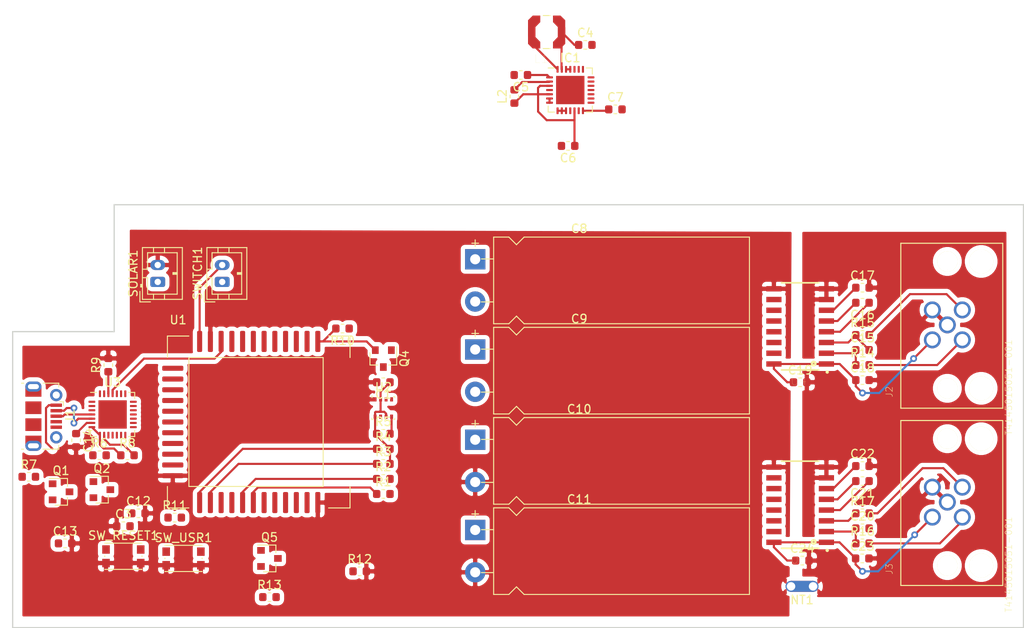
<source format=kicad_pcb>
(kicad_pcb (version 20171130) (host pcbnew 5.1.6-1.fc32)

  (general
    (thickness 1.6)
    (drawings 6)
    (tracks 171)
    (zones 0)
    (modules 60)
    (nets 53)
  )

  (page A4)
  (layers
    (0 F.Cu signal)
    (31 B.Cu signal)
    (32 B.Adhes user)
    (33 F.Adhes user)
    (34 B.Paste user)
    (35 F.Paste user)
    (36 B.SilkS user)
    (37 F.SilkS user)
    (38 B.Mask user)
    (39 F.Mask user)
    (40 Dwgs.User user)
    (41 Cmts.User user)
    (42 Eco1.User user)
    (43 Eco2.User user)
    (44 Edge.Cuts user)
    (45 Margin user)
    (46 B.CrtYd user)
    (47 F.CrtYd user)
    (48 B.Fab user)
    (49 F.Fab user)
  )

  (setup
    (last_trace_width 0.25)
    (trace_clearance 0.2)
    (zone_clearance 0.508)
    (zone_45_only no)
    (trace_min 0.2)
    (via_size 0.8)
    (via_drill 0.4)
    (via_min_size 0.4)
    (via_min_drill 0.3)
    (uvia_size 0.3)
    (uvia_drill 0.1)
    (uvias_allowed no)
    (uvia_min_size 0.2)
    (uvia_min_drill 0.1)
    (edge_width 0.05)
    (segment_width 0.2)
    (pcb_text_width 0.3)
    (pcb_text_size 1.5 1.5)
    (mod_edge_width 0.12)
    (mod_text_size 1 1)
    (mod_text_width 0.15)
    (pad_size 1.524 1.524)
    (pad_drill 0.762)
    (pad_to_mask_clearance 0.05)
    (aux_axis_origin 0 0)
    (visible_elements FFFFFF7F)
    (pcbplotparams
      (layerselection 0x010fc_ffffffff)
      (usegerberextensions false)
      (usegerberattributes true)
      (usegerberadvancedattributes true)
      (creategerberjobfile true)
      (excludeedgelayer true)
      (linewidth 0.100000)
      (plotframeref false)
      (viasonmask false)
      (mode 1)
      (useauxorigin false)
      (hpglpennumber 1)
      (hpglpenspeed 20)
      (hpglpendiameter 15.000000)
      (psnegative false)
      (psa4output false)
      (plotreference true)
      (plotvalue true)
      (plotinvisibletext false)
      (padsonsilk false)
      (subtractmaskfromsilk false)
      (outputformat 1)
      (mirror false)
      (drillshape 1)
      (scaleselection 1)
      (outputdirectory ""))
  )

  (net 0 "")
  (net 1 GND)
  (net 2 VEXT)
  (net 3 /RESET)
  (net 4 /BUFSRC)
  (net 5 /BOOST)
  (net 6 /BUCK)
  (net 7 /3.3V)
  (net 8 /VSUPERCAP)
  (net 9 +5V)
  (net 10 /AGND)
  (net 11 /A_RED)
  (net 12 "Net-(C15-Pad2)")
  (net 13 "Net-(C15-Pad1)")
  (net 14 "Net-(C16-Pad2)")
  (net 15 "Net-(C16-Pad1)")
  (net 16 "Net-(C17-Pad1)")
  (net 17 /B_RED)
  (net 18 "Net-(C20-Pad2)")
  (net 19 "Net-(C20-Pad1)")
  (net 20 "Net-(C21-Pad2)")
  (net 21 "Net-(C21-Pad1)")
  (net 22 "Net-(C22-Pad1)")
  (net 23 VS)
  (net 24 "Net-(J1-Pad6)")
  (net 25 "Net-(J1-Pad3)")
  (net 26 "Net-(J1-Pad2)")
  (net 27 /A_GREEN)
  (net 28 /A_WHITE)
  (net 29 /B_GREEN)
  (net 30 /B_WHITE)
  (net 31 /GPIO16)
  (net 32 /DTR)
  (net 33 /RTS)
  (net 34 "Net-(Q4-Pad3)")
  (net 35 /ADC)
  (net 36 "Net-(Q4-Pad1)")
  (net 37 /VIN)
  (net 38 /SDA)
  (net 39 /SCL)
  (net 40 /SDA2)
  (net 41 /SCL2)
  (net 42 "Net-(R5-Pad2)")
  (net 43 "Net-(R8-Pad2)")
  (net 44 /RX)
  (net 45 /GPIO15)
  (net 46 /GPIO11)
  (net 47 /GPIO10)
  (net 48 /TX)
  (net 49 /SWBOOST)
  (net 50 /SWBUCK)
  (net 51 "Net-(C10-Pad1)")
  (net 52 "Net-(C14-Pad1)")

  (net_class Default "This is the default net class."
    (clearance 0.2)
    (trace_width 0.25)
    (via_dia 0.8)
    (via_drill 0.4)
    (uvia_dia 0.3)
    (uvia_drill 0.1)
    (add_net +5V)
    (add_net /3.3V)
    (add_net /ADC)
    (add_net /AGND)
    (add_net /A_GREEN)
    (add_net /A_RED)
    (add_net /A_WHITE)
    (add_net /BOOST)
    (add_net /BUCK)
    (add_net /BUFSRC)
    (add_net /B_GREEN)
    (add_net /B_RED)
    (add_net /B_WHITE)
    (add_net /DTR)
    (add_net /GPIO10)
    (add_net /GPIO11)
    (add_net /GPIO15)
    (add_net /GPIO16)
    (add_net /RESET)
    (add_net /RTS)
    (add_net /RX)
    (add_net /SCL)
    (add_net /SCL2)
    (add_net /SDA)
    (add_net /SDA2)
    (add_net /SWBOOST)
    (add_net /SWBUCK)
    (add_net /TX)
    (add_net /VIN)
    (add_net /VSUPERCAP)
    (add_net GND)
    (add_net "Net-(C10-Pad1)")
    (add_net "Net-(C14-Pad1)")
    (add_net "Net-(C15-Pad1)")
    (add_net "Net-(C15-Pad2)")
    (add_net "Net-(C16-Pad1)")
    (add_net "Net-(C16-Pad2)")
    (add_net "Net-(C17-Pad1)")
    (add_net "Net-(C20-Pad1)")
    (add_net "Net-(C20-Pad2)")
    (add_net "Net-(C21-Pad1)")
    (add_net "Net-(C21-Pad2)")
    (add_net "Net-(C22-Pad1)")
    (add_net "Net-(J1-Pad2)")
    (add_net "Net-(J1-Pad3)")
    (add_net "Net-(J1-Pad6)")
    (add_net "Net-(Q4-Pad1)")
    (add_net "Net-(Q4-Pad3)")
    (add_net "Net-(R5-Pad2)")
    (add_net "Net-(R8-Pad2)")
    (add_net VEXT)
    (add_net VS)
  )

  (module SUPERCAP:SCCS30B106PRB (layer F.Cu) (tedit 5F4E6AC5) (tstamp 5F4AB601)
    (at 93.98 73.306)
    (descr "CP, Axial series, Axial, Horizontal, pin pitch=26mm, , length*diameter=20*10mm^2, Electrolytic Capacitor, , http://www.kemet.com/Lists/ProductCatalog/Attachments/424/KEM_AC102.pdf")
    (tags "CP Axial series Axial Horizontal pin pitch 26mm  length 20mm diameter 10mm Electrolytic Capacitor")
    (path /5F7499C2)
    (fp_text reference C11 (at 13 -6.12) (layer F.SilkS)
      (effects (font (size 1 1) (thickness 0.15)))
    )
    (fp_text value 10F (at 13 6.12) (layer F.Fab)
      (effects (font (size 1 1) (thickness 0.15)))
    )
    (fp_line (start 33.15 -5.25) (end -1.45 -5.25) (layer F.CrtYd) (width 0.05))
    (fp_line (start 33.15 5.25) (end 33.15 -5.25) (layer F.CrtYd) (width 0.05))
    (fp_line (start -1.45 5.25) (end 33.15 5.25) (layer F.CrtYd) (width 0.05))
    (fp_line (start -1.45 -5.25) (end -1.45 5.25) (layer F.CrtYd) (width 0.05))
    (fp_line (start 1.42 2.54) (end 2.86 2.54) (layer F.SilkS) (width 0.12))
    (fp_line (start 1.44 -2.54) (end 2.88 -2.54) (layer F.SilkS) (width 0.12))
    (fp_line (start 6.48 5.12) (end 33.12 5.12) (layer F.SilkS) (width 0.12))
    (fp_line (start 5.58 4.22) (end 6.48 5.12) (layer F.SilkS) (width 0.12))
    (fp_line (start 4.68 5.12) (end 5.58 4.22) (layer F.SilkS) (width 0.12))
    (fp_line (start 2.88 5.12) (end 4.68 5.12) (layer F.SilkS) (width 0.12))
    (fp_line (start 6.48 -5.12) (end 33.12 -5.12) (layer F.SilkS) (width 0.12))
    (fp_line (start 5.58 -4.22) (end 6.48 -5.12) (layer F.SilkS) (width 0.12))
    (fp_line (start 4.68 -5.12) (end 5.58 -4.22) (layer F.SilkS) (width 0.12))
    (fp_line (start 2.88 -5.12) (end 4.68 -5.12) (layer F.SilkS) (width 0.12))
    (fp_line (start 33.12 -5.12) (end 33.12 5.12) (layer F.SilkS) (width 0.12))
    (fp_line (start 2.88 -5.12) (end 2.88 5.12) (layer F.SilkS) (width 0.12))
    (fp_line (start 0.7 -4.8) (end 0.7 -4) (layer F.SilkS) (width 0.12))
    (fp_line (start 0.3 -4.4) (end 1.1 -4.4) (layer F.SilkS) (width 0.12))
    (fp_line (start 5.6 -3.44) (end 5.6 -1.64) (layer F.Fab) (width 0.1))
    (fp_line (start 4.7 -2.54) (end 6.5 -2.54) (layer F.Fab) (width 0.1))
    (fp_line (start 0.7 2.54) (end 3 2.54) (layer F.Fab) (width 0.1))
    (fp_line (start 0.7 -2.54) (end 3 -2.54) (layer F.Fab) (width 0.1))
    (fp_line (start 6.48 5) (end 33 5) (layer F.Fab) (width 0.1))
    (fp_line (start 5.58 4.1) (end 6.48 5) (layer F.Fab) (width 0.1))
    (fp_line (start 4.68 5) (end 5.58 4.1) (layer F.Fab) (width 0.1))
    (fp_line (start 3 5) (end 4.68 5) (layer F.Fab) (width 0.1))
    (fp_line (start 6.48 -5) (end 33 -5) (layer F.Fab) (width 0.1))
    (fp_line (start 5.58 -4.1) (end 6.48 -5) (layer F.Fab) (width 0.1))
    (fp_line (start 4.68 -5) (end 5.58 -4.1) (layer F.Fab) (width 0.1))
    (fp_line (start 3 -5) (end 4.68 -5) (layer F.Fab) (width 0.1))
    (fp_line (start 33 -5) (end 33 5) (layer F.Fab) (width 0.1))
    (fp_line (start 3 -5) (end 3 5) (layer F.Fab) (width 0.1))
    (fp_text user %R (at 13 0) (layer F.Fab)
      (effects (font (size 1 1) (thickness 0.15)))
    )
    (pad 1 thru_hole rect (at 0.7 -2.5) (size 2.4 2.4) (drill 1.2) (layers *.Cu *.Mask)
      (net 51 "Net-(C10-Pad1)"))
    (pad 2 thru_hole oval (at 0.7 2.5) (size 2.4 2.4) (drill 1.2) (layers *.Cu *.Mask)
      (net 1 GND))
    (model ${KISYS3DMOD}/Capacitor_THT.3dshapes/CP_Axial_L20.0mm_D10.0mm_P26.00mm_Horizontal.wrl
      (at (xyz 0 0 0))
      (scale (xyz 1 1 1))
      (rotate (xyz 0 0 0))
    )
  )

  (module SUPERCAP:SCCS30B106PRB (layer F.Cu) (tedit 5F4E6AC5) (tstamp 5F40EA05)
    (at 93.98 62.638)
    (descr "CP, Axial series, Axial, Horizontal, pin pitch=26mm, , length*diameter=20*10mm^2, Electrolytic Capacitor, , http://www.kemet.com/Lists/ProductCatalog/Attachments/424/KEM_AC102.pdf")
    (tags "CP Axial series Axial Horizontal pin pitch 26mm  length 20mm diameter 10mm Electrolytic Capacitor")
    (path /5F3BC1ED)
    (fp_text reference C10 (at 13 -6.12) (layer F.SilkS)
      (effects (font (size 1 1) (thickness 0.15)))
    )
    (fp_text value 10F (at 13 6.12) (layer F.Fab)
      (effects (font (size 1 1) (thickness 0.15)))
    )
    (fp_line (start 33.15 -5.25) (end -1.45 -5.25) (layer F.CrtYd) (width 0.05))
    (fp_line (start 33.15 5.25) (end 33.15 -5.25) (layer F.CrtYd) (width 0.05))
    (fp_line (start -1.45 5.25) (end 33.15 5.25) (layer F.CrtYd) (width 0.05))
    (fp_line (start -1.45 -5.25) (end -1.45 5.25) (layer F.CrtYd) (width 0.05))
    (fp_line (start 1.42 2.54) (end 2.86 2.54) (layer F.SilkS) (width 0.12))
    (fp_line (start 1.44 -2.54) (end 2.88 -2.54) (layer F.SilkS) (width 0.12))
    (fp_line (start 6.48 5.12) (end 33.12 5.12) (layer F.SilkS) (width 0.12))
    (fp_line (start 5.58 4.22) (end 6.48 5.12) (layer F.SilkS) (width 0.12))
    (fp_line (start 4.68 5.12) (end 5.58 4.22) (layer F.SilkS) (width 0.12))
    (fp_line (start 2.88 5.12) (end 4.68 5.12) (layer F.SilkS) (width 0.12))
    (fp_line (start 6.48 -5.12) (end 33.12 -5.12) (layer F.SilkS) (width 0.12))
    (fp_line (start 5.58 -4.22) (end 6.48 -5.12) (layer F.SilkS) (width 0.12))
    (fp_line (start 4.68 -5.12) (end 5.58 -4.22) (layer F.SilkS) (width 0.12))
    (fp_line (start 2.88 -5.12) (end 4.68 -5.12) (layer F.SilkS) (width 0.12))
    (fp_line (start 33.12 -5.12) (end 33.12 5.12) (layer F.SilkS) (width 0.12))
    (fp_line (start 2.88 -5.12) (end 2.88 5.12) (layer F.SilkS) (width 0.12))
    (fp_line (start 0.7 -4.8) (end 0.7 -4) (layer F.SilkS) (width 0.12))
    (fp_line (start 0.3 -4.4) (end 1.1 -4.4) (layer F.SilkS) (width 0.12))
    (fp_line (start 5.6 -3.44) (end 5.6 -1.64) (layer F.Fab) (width 0.1))
    (fp_line (start 4.7 -2.54) (end 6.5 -2.54) (layer F.Fab) (width 0.1))
    (fp_line (start 0.7 2.54) (end 3 2.54) (layer F.Fab) (width 0.1))
    (fp_line (start 0.7 -2.54) (end 3 -2.54) (layer F.Fab) (width 0.1))
    (fp_line (start 6.48 5) (end 33 5) (layer F.Fab) (width 0.1))
    (fp_line (start 5.58 4.1) (end 6.48 5) (layer F.Fab) (width 0.1))
    (fp_line (start 4.68 5) (end 5.58 4.1) (layer F.Fab) (width 0.1))
    (fp_line (start 3 5) (end 4.68 5) (layer F.Fab) (width 0.1))
    (fp_line (start 6.48 -5) (end 33 -5) (layer F.Fab) (width 0.1))
    (fp_line (start 5.58 -4.1) (end 6.48 -5) (layer F.Fab) (width 0.1))
    (fp_line (start 4.68 -5) (end 5.58 -4.1) (layer F.Fab) (width 0.1))
    (fp_line (start 3 -5) (end 4.68 -5) (layer F.Fab) (width 0.1))
    (fp_line (start 33 -5) (end 33 5) (layer F.Fab) (width 0.1))
    (fp_line (start 3 -5) (end 3 5) (layer F.Fab) (width 0.1))
    (fp_text user %R (at 13 0) (layer F.Fab)
      (effects (font (size 1 1) (thickness 0.15)))
    )
    (pad 1 thru_hole rect (at 0.7 -2.5) (size 2.4 2.4) (drill 1.2) (layers *.Cu *.Mask)
      (net 51 "Net-(C10-Pad1)"))
    (pad 2 thru_hole oval (at 0.7 2.5) (size 2.4 2.4) (drill 1.2) (layers *.Cu *.Mask)
      (net 1 GND))
    (model ${KISYS3DMOD}/Capacitor_THT.3dshapes/CP_Axial_L20.0mm_D10.0mm_P26.00mm_Horizontal.wrl
      (at (xyz 0 0 0))
      (scale (xyz 1 1 1))
      (rotate (xyz 0 0 0))
    )
  )

  (module SUPERCAP:SCCS30B106PRB (layer F.Cu) (tedit 5F4E6AC5) (tstamp 5F4AB5B4)
    (at 93.98 51.97)
    (descr "CP, Axial series, Axial, Horizontal, pin pitch=26mm, , length*diameter=20*10mm^2, Electrolytic Capacitor, , http://www.kemet.com/Lists/ProductCatalog/Attachments/424/KEM_AC102.pdf")
    (tags "CP Axial series Axial Horizontal pin pitch 26mm  length 20mm diameter 10mm Electrolytic Capacitor")
    (path /5F72EE3C)
    (fp_text reference C9 (at 13 -6.12) (layer F.SilkS)
      (effects (font (size 1 1) (thickness 0.15)))
    )
    (fp_text value 10F (at 13 6.12) (layer F.Fab)
      (effects (font (size 1 1) (thickness 0.15)))
    )
    (fp_line (start 33.15 -5.25) (end -1.45 -5.25) (layer F.CrtYd) (width 0.05))
    (fp_line (start 33.15 5.25) (end 33.15 -5.25) (layer F.CrtYd) (width 0.05))
    (fp_line (start -1.45 5.25) (end 33.15 5.25) (layer F.CrtYd) (width 0.05))
    (fp_line (start -1.45 -5.25) (end -1.45 5.25) (layer F.CrtYd) (width 0.05))
    (fp_line (start 1.42 2.54) (end 2.86 2.54) (layer F.SilkS) (width 0.12))
    (fp_line (start 1.44 -2.54) (end 2.88 -2.54) (layer F.SilkS) (width 0.12))
    (fp_line (start 6.48 5.12) (end 33.12 5.12) (layer F.SilkS) (width 0.12))
    (fp_line (start 5.58 4.22) (end 6.48 5.12) (layer F.SilkS) (width 0.12))
    (fp_line (start 4.68 5.12) (end 5.58 4.22) (layer F.SilkS) (width 0.12))
    (fp_line (start 2.88 5.12) (end 4.68 5.12) (layer F.SilkS) (width 0.12))
    (fp_line (start 6.48 -5.12) (end 33.12 -5.12) (layer F.SilkS) (width 0.12))
    (fp_line (start 5.58 -4.22) (end 6.48 -5.12) (layer F.SilkS) (width 0.12))
    (fp_line (start 4.68 -5.12) (end 5.58 -4.22) (layer F.SilkS) (width 0.12))
    (fp_line (start 2.88 -5.12) (end 4.68 -5.12) (layer F.SilkS) (width 0.12))
    (fp_line (start 33.12 -5.12) (end 33.12 5.12) (layer F.SilkS) (width 0.12))
    (fp_line (start 2.88 -5.12) (end 2.88 5.12) (layer F.SilkS) (width 0.12))
    (fp_line (start 0.7 -4.8) (end 0.7 -4) (layer F.SilkS) (width 0.12))
    (fp_line (start 0.3 -4.4) (end 1.1 -4.4) (layer F.SilkS) (width 0.12))
    (fp_line (start 5.6 -3.44) (end 5.6 -1.64) (layer F.Fab) (width 0.1))
    (fp_line (start 4.7 -2.54) (end 6.5 -2.54) (layer F.Fab) (width 0.1))
    (fp_line (start 0.7 2.54) (end 3 2.54) (layer F.Fab) (width 0.1))
    (fp_line (start 0.7 -2.54) (end 3 -2.54) (layer F.Fab) (width 0.1))
    (fp_line (start 6.48 5) (end 33 5) (layer F.Fab) (width 0.1))
    (fp_line (start 5.58 4.1) (end 6.48 5) (layer F.Fab) (width 0.1))
    (fp_line (start 4.68 5) (end 5.58 4.1) (layer F.Fab) (width 0.1))
    (fp_line (start 3 5) (end 4.68 5) (layer F.Fab) (width 0.1))
    (fp_line (start 6.48 -5) (end 33 -5) (layer F.Fab) (width 0.1))
    (fp_line (start 5.58 -4.1) (end 6.48 -5) (layer F.Fab) (width 0.1))
    (fp_line (start 4.68 -5) (end 5.58 -4.1) (layer F.Fab) (width 0.1))
    (fp_line (start 3 -5) (end 4.68 -5) (layer F.Fab) (width 0.1))
    (fp_line (start 33 -5) (end 33 5) (layer F.Fab) (width 0.1))
    (fp_line (start 3 -5) (end 3 5) (layer F.Fab) (width 0.1))
    (fp_text user %R (at 13 0) (layer F.Fab)
      (effects (font (size 1 1) (thickness 0.15)))
    )
    (pad 1 thru_hole rect (at 0.7 -2.5) (size 2.4 2.4) (drill 1.2) (layers *.Cu *.Mask)
      (net 8 /VSUPERCAP))
    (pad 2 thru_hole oval (at 0.7 2.5) (size 2.4 2.4) (drill 1.2) (layers *.Cu *.Mask)
      (net 51 "Net-(C10-Pad1)"))
    (model ${KISYS3DMOD}/Capacitor_THT.3dshapes/CP_Axial_L20.0mm_D10.0mm_P26.00mm_Horizontal.wrl
      (at (xyz 0 0 0))
      (scale (xyz 1 1 1))
      (rotate (xyz 0 0 0))
    )
  )

  (module SUPERCAP:SCCS30B106PRB (layer F.Cu) (tedit 5F4E6AC5) (tstamp 5F40E939)
    (at 93.98 41.302)
    (descr "CP, Axial series, Axial, Horizontal, pin pitch=26mm, , length*diameter=20*10mm^2, Electrolytic Capacitor, , http://www.kemet.com/Lists/ProductCatalog/Attachments/424/KEM_AC102.pdf")
    (tags "CP Axial series Axial Horizontal pin pitch 26mm  length 20mm diameter 10mm Electrolytic Capacitor")
    (path /5F3B43B8)
    (fp_text reference C8 (at 13 -6.12) (layer F.SilkS)
      (effects (font (size 1 1) (thickness 0.15)))
    )
    (fp_text value 10F (at 13 6.12) (layer F.Fab)
      (effects (font (size 1 1) (thickness 0.15)))
    )
    (fp_line (start 33.15 -5.25) (end -1.45 -5.25) (layer F.CrtYd) (width 0.05))
    (fp_line (start 33.15 5.25) (end 33.15 -5.25) (layer F.CrtYd) (width 0.05))
    (fp_line (start -1.45 5.25) (end 33.15 5.25) (layer F.CrtYd) (width 0.05))
    (fp_line (start -1.45 -5.25) (end -1.45 5.25) (layer F.CrtYd) (width 0.05))
    (fp_line (start 1.42 2.54) (end 2.86 2.54) (layer F.SilkS) (width 0.12))
    (fp_line (start 1.44 -2.54) (end 2.88 -2.54) (layer F.SilkS) (width 0.12))
    (fp_line (start 6.48 5.12) (end 33.12 5.12) (layer F.SilkS) (width 0.12))
    (fp_line (start 5.58 4.22) (end 6.48 5.12) (layer F.SilkS) (width 0.12))
    (fp_line (start 4.68 5.12) (end 5.58 4.22) (layer F.SilkS) (width 0.12))
    (fp_line (start 2.88 5.12) (end 4.68 5.12) (layer F.SilkS) (width 0.12))
    (fp_line (start 6.48 -5.12) (end 33.12 -5.12) (layer F.SilkS) (width 0.12))
    (fp_line (start 5.58 -4.22) (end 6.48 -5.12) (layer F.SilkS) (width 0.12))
    (fp_line (start 4.68 -5.12) (end 5.58 -4.22) (layer F.SilkS) (width 0.12))
    (fp_line (start 2.88 -5.12) (end 4.68 -5.12) (layer F.SilkS) (width 0.12))
    (fp_line (start 33.12 -5.12) (end 33.12 5.12) (layer F.SilkS) (width 0.12))
    (fp_line (start 2.88 -5.12) (end 2.88 5.12) (layer F.SilkS) (width 0.12))
    (fp_line (start 0.7 -4.8) (end 0.7 -4) (layer F.SilkS) (width 0.12))
    (fp_line (start 0.3 -4.4) (end 1.1 -4.4) (layer F.SilkS) (width 0.12))
    (fp_line (start 5.6 -3.44) (end 5.6 -1.64) (layer F.Fab) (width 0.1))
    (fp_line (start 4.7 -2.54) (end 6.5 -2.54) (layer F.Fab) (width 0.1))
    (fp_line (start 0.7 2.54) (end 3 2.54) (layer F.Fab) (width 0.1))
    (fp_line (start 0.7 -2.54) (end 3 -2.54) (layer F.Fab) (width 0.1))
    (fp_line (start 6.48 5) (end 33 5) (layer F.Fab) (width 0.1))
    (fp_line (start 5.58 4.1) (end 6.48 5) (layer F.Fab) (width 0.1))
    (fp_line (start 4.68 5) (end 5.58 4.1) (layer F.Fab) (width 0.1))
    (fp_line (start 3 5) (end 4.68 5) (layer F.Fab) (width 0.1))
    (fp_line (start 6.48 -5) (end 33 -5) (layer F.Fab) (width 0.1))
    (fp_line (start 5.58 -4.1) (end 6.48 -5) (layer F.Fab) (width 0.1))
    (fp_line (start 4.68 -5) (end 5.58 -4.1) (layer F.Fab) (width 0.1))
    (fp_line (start 3 -5) (end 4.68 -5) (layer F.Fab) (width 0.1))
    (fp_line (start 33 -5) (end 33 5) (layer F.Fab) (width 0.1))
    (fp_line (start 3 -5) (end 3 5) (layer F.Fab) (width 0.1))
    (fp_text user %R (at 13 0) (layer F.Fab)
      (effects (font (size 1 1) (thickness 0.15)))
    )
    (pad 1 thru_hole rect (at 0.7 -2.5) (size 2.4 2.4) (drill 1.2) (layers *.Cu *.Mask)
      (net 8 /VSUPERCAP))
    (pad 2 thru_hole oval (at 0.7 2.5) (size 2.4 2.4) (drill 1.2) (layers *.Cu *.Mask)
      (net 51 "Net-(C10-Pad1)"))
    (model ${KISYS3DMOD}/Capacitor_THT.3dshapes/CP_Axial_L20.0mm_D10.0mm_P26.00mm_Horizontal.wrl
      (at (xyz 0 0 0))
      (scale (xyz 1 1 1))
      (rotate (xyz 0 0 0))
    )
  )

  (module Inductor_SMD:L_0603_1608Metric (layer F.Cu) (tedit 5B301BBE) (tstamp 5F48FAEC)
    (at 99.314 19.558 90)
    (descr "Inductor SMD 0603 (1608 Metric), square (rectangular) end terminal, IPC_7351 nominal, (Body size source: http://www.tortai-tech.com/upload/download/2011102023233369053.pdf), generated with kicad-footprint-generator")
    (tags inductor)
    (path /CFAC69F3)
    (attr smd)
    (fp_text reference L2 (at 0 -1.43 90) (layer F.SilkS)
      (effects (font (size 1 1) (thickness 0.15)))
    )
    (fp_text value 10uH (at 0 1.43 90) (layer F.Fab)
      (effects (font (size 1 1) (thickness 0.15)))
    )
    (fp_line (start 1.48 0.73) (end -1.48 0.73) (layer F.CrtYd) (width 0.05))
    (fp_line (start 1.48 -0.73) (end 1.48 0.73) (layer F.CrtYd) (width 0.05))
    (fp_line (start -1.48 -0.73) (end 1.48 -0.73) (layer F.CrtYd) (width 0.05))
    (fp_line (start -1.48 0.73) (end -1.48 -0.73) (layer F.CrtYd) (width 0.05))
    (fp_line (start -0.162779 0.51) (end 0.162779 0.51) (layer F.SilkS) (width 0.12))
    (fp_line (start -0.162779 -0.51) (end 0.162779 -0.51) (layer F.SilkS) (width 0.12))
    (fp_line (start 0.8 0.4) (end -0.8 0.4) (layer F.Fab) (width 0.1))
    (fp_line (start 0.8 -0.4) (end 0.8 0.4) (layer F.Fab) (width 0.1))
    (fp_line (start -0.8 -0.4) (end 0.8 -0.4) (layer F.Fab) (width 0.1))
    (fp_line (start -0.8 0.4) (end -0.8 -0.4) (layer F.Fab) (width 0.1))
    (fp_text user %R (at 0 0 90) (layer F.Fab)
      (effects (font (size 0.4 0.4) (thickness 0.06)))
    )
    (pad 2 smd roundrect (at 0.7875 0 90) (size 0.875 0.95) (layers F.Cu F.Paste F.Mask) (roundrect_rratio 0.25)
      (net 50 /SWBUCK))
    (pad 1 smd roundrect (at -0.7875 0 90) (size 0.875 0.95) (layers F.Cu F.Paste F.Mask) (roundrect_rratio 0.25)
      (net 6 /BUCK))
    (model ${KISYS3DMOD}/Inductor_SMD.3dshapes/L_0603_1608Metric.wrl
      (at (xyz 0 0 0))
      (scale (xyz 1 1 1))
      (rotate (xyz 0 0 0))
    )
  )

  (module LPS4012:IND_LPS4012-103MRB (layer F.Cu) (tedit 5F3EA697) (tstamp 5F3F7BE2)
    (at 103.124 11.938 180)
    (path /CDC0F428)
    (fp_text reference L1 (at 0.635 -3.175) (layer F.SilkS)
      (effects (font (size 1 1) (thickness 0.015)))
    )
    (fp_text value 10uH-0.55A (at 8.89 3.175) (layer F.Fab)
      (effects (font (size 1 1) (thickness 0.015)))
    )
    (fp_line (start -2.45 2.2) (end -2.45 -2.2) (layer F.CrtYd) (width 0.05))
    (fp_line (start 2.45 2.2) (end -2.45 2.2) (layer F.CrtYd) (width 0.05))
    (fp_line (start 2.45 -2.2) (end 2.45 2.2) (layer F.CrtYd) (width 0.05))
    (fp_line (start -2.45 -2.2) (end 2.45 -2.2) (layer F.CrtYd) (width 0.05))
    (fp_line (start -0.4 1.95) (end 0.4 1.95) (layer F.SilkS) (width 0.127))
    (fp_line (start -0.4 -1.95) (end 0.4 -1.95) (layer F.SilkS) (width 0.127))
    (fp_line (start -1.45 1.95) (end -1.95 1.45) (layer F.Fab) (width 0.127))
    (fp_line (start 1.45 1.95) (end 1.95 1.45) (layer F.Fab) (width 0.127))
    (fp_line (start 1.45 -1.95) (end 1.95 -1.45) (layer F.Fab) (width 0.127))
    (fp_line (start -1.95 -1.45) (end -1.45 -1.95) (layer F.Fab) (width 0.127))
    (fp_line (start -1.95 -1.45) (end -1.95 1.45) (layer F.Fab) (width 0.127))
    (fp_line (start -1.45 1.95) (end 1.45 1.95) (layer F.Fab) (width 0.127))
    (fp_line (start 1.95 -1.45) (end 1.95 1.45) (layer F.Fab) (width 0.127))
    (fp_line (start -1.45 -1.95) (end 1.45 -1.95) (layer F.Fab) (width 0.127))
    (fp_poly (pts (xy 0.65 -2.05) (xy 1.7 -2.05) (xy 2.3 -1.45) (xy 2.3 1.45)
      (xy 1.7 2.05) (xy 0.65 2.05) (xy 0.65 1.1) (xy 1.2 0.55)
      (xy 1.2 -0.55) (xy 0.65 -1.1)) (layer F.Mask) (width 0.0001))
    (fp_poly (pts (xy -0.65 -2.05) (xy -1.65 -2.05) (xy -1.7 -2.05) (xy -2.3 -1.45)
      (xy -2.3 1.45) (xy -1.7 2.05) (xy -0.65 2.05) (xy -0.65 1.1)
      (xy -1.2 0.55) (xy -1.2 -0.55) (xy -0.65 -1.1)) (layer F.Mask) (width 0.0001))
    (fp_poly (pts (xy -2.2 -1.395) (xy -1.65 -1.945) (xy -0.75 -1.945) (xy -0.75 -1.155)
      (xy -1.33 -0.575) (xy -1.33 0.59) (xy -0.75 1.17) (xy -0.75 1.945)
      (xy -1.65 1.945) (xy -2.2 1.395)) (layer F.Paste) (width 0.0001))
    (fp_poly (pts (xy 2.2 -1.395) (xy 1.65 -1.945) (xy 0.75 -1.945) (xy 0.75 -1.155)
      (xy 1.33 -0.575) (xy 1.33 0.59) (xy 0.75 1.17) (xy 0.75 1.945)
      (xy 1.65 1.945) (xy 2.2 1.395)) (layer F.Paste) (width 0.0001))
    (fp_poly (pts (xy -2.2 -1.395) (xy -1.65 -1.945) (xy -0.75 -1.945) (xy -0.75 -1.17)
      (xy -1.33 -0.575) (xy -1.33 0.575) (xy -0.75 1.17) (xy -0.75 1.945)
      (xy -1.64 1.945) (xy -2.2 1.395)) (layer F.Cu) (width 0.0001))
    (fp_poly (pts (xy 2.2 -1.395) (xy 1.65 -1.945) (xy 0.75 -1.945) (xy 0.75 -1.17)
      (xy 1.33 -0.575) (xy 1.33 0.575) (xy 0.75 1.17) (xy 0.75 1.945)
      (xy 1.64 1.945) (xy 2.2 1.395)) (layer F.Cu) (width 0.0001))
    (pad 2 smd rect (at 1.765 0 180) (size 0.87 1.15) (layers F.Cu)
      (net 49 /SWBOOST))
    (pad 1 smd rect (at -1.765 0 180) (size 0.87 1.15) (layers F.Cu)
      (net 4 /BUFSRC))
  )

  (module nau7802:SOIC127P700X210-16N (layer F.Cu) (tedit 5EA843BF) (tstamp 5F40EE35)
    (at 133.096 67.818 180)
    (path /5F94939E)
    (fp_text reference U5 (at 0.175 -6.435) (layer F.SilkS)
      (effects (font (size 1 1) (thickness 0.015)))
    )
    (fp_text value NAU7802SOIC (at 8.765 6.365) (layer F.Fab)
      (effects (font (size 1 1) (thickness 0.015)))
    )
    (fp_line (start -2.2 -5.15) (end 2.2 -5.15) (layer F.SilkS) (width 0.2))
    (fp_line (start 2.2 -5.15) (end 2.2 5.15) (layer F.Fab) (width 0.2))
    (fp_line (start 2.2 5.15) (end -2.2 5.15) (layer F.SilkS) (width 0.2))
    (fp_line (start -2.2 5.15) (end -2.2 -5.15) (layer F.Fab) (width 0.2))
    (fp_circle (center -3.2 -5.4) (end -3.1 -5.4) (layer F.SilkS) (width 0.2))
    (fp_line (start -4.375 -5.5) (end 4.375 -5.5) (layer F.CrtYd) (width 0.05))
    (fp_line (start 4.375 -5.5) (end 4.375 5.5) (layer F.CrtYd) (width 0.05))
    (fp_line (start 4.375 5.5) (end -4.375 5.5) (layer F.CrtYd) (width 0.05))
    (fp_line (start -4.375 5.5) (end -4.375 -5.5) (layer F.CrtYd) (width 0.05))
    (fp_circle (center -1.6 -4.4) (end -1.4 -4.4) (layer F.SilkS) (width 0.3))
    (pad 1 smd rect (at -3.105 -4.445 180) (size 1.8 0.64) (layers F.Cu F.Paste F.Mask)
      (net 17 /B_RED))
    (pad 2 smd rect (at -3.105 -3.175 180) (size 1.8 0.64) (layers F.Cu F.Paste F.Mask)
      (net 19 "Net-(C20-Pad1)"))
    (pad 3 smd rect (at -3.105 -1.905 180) (size 1.8 0.64) (layers F.Cu F.Paste F.Mask)
      (net 18 "Net-(C20-Pad2)"))
    (pad 4 smd rect (at -3.105 -0.635 180) (size 1.8 0.64) (layers F.Cu F.Paste F.Mask)
      (net 21 "Net-(C21-Pad1)"))
    (pad 5 smd rect (at -3.105 0.635 180) (size 1.8 0.64) (layers F.Cu F.Paste F.Mask)
      (net 20 "Net-(C21-Pad2)"))
    (pad 6 smd rect (at -3.105 1.905 180) (size 1.8 0.64) (layers F.Cu F.Paste F.Mask)
      (net 22 "Net-(C22-Pad1)"))
    (pad 7 smd rect (at -3.105 3.175 180) (size 1.8 0.64) (layers F.Cu F.Paste F.Mask)
      (net 10 /AGND))
    (pad 8 smd rect (at -3.105 4.445 180) (size 1.8 0.64) (layers F.Cu F.Paste F.Mask)
      (net 10 /AGND))
    (pad 9 smd rect (at 3.105 4.445 180) (size 1.8 0.64) (layers F.Cu F.Paste F.Mask)
      (net 1 GND))
    (pad 10 smd rect (at 3.105 3.175 180) (size 1.8 0.64) (layers F.Cu F.Paste F.Mask))
    (pad 11 smd rect (at 3.105 1.905 180) (size 1.8 0.64) (layers F.Cu F.Paste F.Mask))
    (pad 12 smd rect (at 3.105 0.635 180) (size 1.8 0.64) (layers F.Cu F.Paste F.Mask)
      (net 46 /GPIO11))
    (pad 13 smd rect (at 3.105 -0.635 180) (size 1.8 0.64) (layers F.Cu F.Paste F.Mask)
      (net 41 /SCL2))
    (pad 14 smd rect (at 3.105 -1.905 180) (size 1.8 0.64) (layers F.Cu F.Paste F.Mask)
      (net 40 /SDA2))
    (pad 15 smd rect (at 3.105 -3.175 180) (size 1.8 0.64) (layers F.Cu F.Paste F.Mask)
      (net 2 VEXT))
    (pad 16 smd rect (at 3.105 -4.445 180) (size 1.8 0.64) (layers F.Cu F.Paste F.Mask)
      (net 17 /B_RED))
  )

  (module nau7802:SOIC127P700X210-16N (layer F.Cu) (tedit 5EA843BF) (tstamp 5F490686)
    (at 133.096 46.736 180)
    (path /5F41501D)
    (fp_text reference U4 (at 0.175 -6.435) (layer F.SilkS)
      (effects (font (size 1 1) (thickness 0.015)))
    )
    (fp_text value NAU7802SOIC (at 8.765 6.365) (layer F.Fab)
      (effects (font (size 1 1) (thickness 0.015)))
    )
    (fp_line (start -2.2 -5.15) (end 2.2 -5.15) (layer F.SilkS) (width 0.2))
    (fp_line (start 2.2 -5.15) (end 2.2 5.15) (layer F.Fab) (width 0.2))
    (fp_line (start 2.2 5.15) (end -2.2 5.15) (layer F.SilkS) (width 0.2))
    (fp_line (start -2.2 5.15) (end -2.2 -5.15) (layer F.Fab) (width 0.2))
    (fp_circle (center -3.2 -5.4) (end -3.1 -5.4) (layer F.SilkS) (width 0.2))
    (fp_line (start -4.375 -5.5) (end 4.375 -5.5) (layer F.CrtYd) (width 0.05))
    (fp_line (start 4.375 -5.5) (end 4.375 5.5) (layer F.CrtYd) (width 0.05))
    (fp_line (start 4.375 5.5) (end -4.375 5.5) (layer F.CrtYd) (width 0.05))
    (fp_line (start -4.375 5.5) (end -4.375 -5.5) (layer F.CrtYd) (width 0.05))
    (fp_circle (center -1.6 -4.4) (end -1.4 -4.4) (layer F.SilkS) (width 0.3))
    (pad 1 smd rect (at -3.105 -4.445 180) (size 1.8 0.64) (layers F.Cu F.Paste F.Mask)
      (net 11 /A_RED))
    (pad 2 smd rect (at -3.105 -3.175 180) (size 1.8 0.64) (layers F.Cu F.Paste F.Mask)
      (net 13 "Net-(C15-Pad1)"))
    (pad 3 smd rect (at -3.105 -1.905 180) (size 1.8 0.64) (layers F.Cu F.Paste F.Mask)
      (net 12 "Net-(C15-Pad2)"))
    (pad 4 smd rect (at -3.105 -0.635 180) (size 1.8 0.64) (layers F.Cu F.Paste F.Mask)
      (net 15 "Net-(C16-Pad1)"))
    (pad 5 smd rect (at -3.105 0.635 180) (size 1.8 0.64) (layers F.Cu F.Paste F.Mask)
      (net 14 "Net-(C16-Pad2)"))
    (pad 6 smd rect (at -3.105 1.905 180) (size 1.8 0.64) (layers F.Cu F.Paste F.Mask)
      (net 16 "Net-(C17-Pad1)"))
    (pad 7 smd rect (at -3.105 3.175 180) (size 1.8 0.64) (layers F.Cu F.Paste F.Mask)
      (net 10 /AGND))
    (pad 8 smd rect (at -3.105 4.445 180) (size 1.8 0.64) (layers F.Cu F.Paste F.Mask)
      (net 10 /AGND))
    (pad 9 smd rect (at 3.105 4.445 180) (size 1.8 0.64) (layers F.Cu F.Paste F.Mask)
      (net 1 GND))
    (pad 10 smd rect (at 3.105 3.175 180) (size 1.8 0.64) (layers F.Cu F.Paste F.Mask))
    (pad 11 smd rect (at 3.105 1.905 180) (size 1.8 0.64) (layers F.Cu F.Paste F.Mask))
    (pad 12 smd rect (at 3.105 0.635 180) (size 1.8 0.64) (layers F.Cu F.Paste F.Mask)
      (net 47 /GPIO10))
    (pad 13 smd rect (at 3.105 -0.635 180) (size 1.8 0.64) (layers F.Cu F.Paste F.Mask)
      (net 39 /SCL))
    (pad 14 smd rect (at 3.105 -1.905 180) (size 1.8 0.64) (layers F.Cu F.Paste F.Mask)
      (net 38 /SDA))
    (pad 15 smd rect (at 3.105 -3.175 180) (size 1.8 0.64) (layers F.Cu F.Paste F.Mask)
      (net 2 VEXT))
    (pad 16 smd rect (at 3.105 -4.445 180) (size 1.8 0.64) (layers F.Cu F.Paste F.Mask)
      (net 11 /A_RED))
  )

  (module Package_DFN_QFN:QFN-28-1EP_5x5mm_P0.5mm_EP3.35x3.35mm (layer F.Cu) (tedit 5DC5F6A4) (tstamp 5F40EDF9)
    (at 51.816 57.15)
    (descr "QFN, 28 Pin (http://ww1.microchip.com/downloads/en/PackagingSpec/00000049BQ.pdf#page=283), generated with kicad-footprint-generator ipc_noLead_generator.py")
    (tags "QFN NoLead")
    (path /5F3DC0EE)
    (attr smd)
    (fp_text reference U3 (at 0 -3.8) (layer F.SilkS)
      (effects (font (size 1 1) (thickness 0.15)))
    )
    (fp_text value CP2102N-A01-GQFN28 (at 0 3.8) (layer F.Fab)
      (effects (font (size 1 1) (thickness 0.15)))
    )
    (fp_line (start 3.1 -3.1) (end -3.1 -3.1) (layer F.CrtYd) (width 0.05))
    (fp_line (start 3.1 3.1) (end 3.1 -3.1) (layer F.CrtYd) (width 0.05))
    (fp_line (start -3.1 3.1) (end 3.1 3.1) (layer F.CrtYd) (width 0.05))
    (fp_line (start -3.1 -3.1) (end -3.1 3.1) (layer F.CrtYd) (width 0.05))
    (fp_line (start -2.5 -1.5) (end -1.5 -2.5) (layer F.Fab) (width 0.1))
    (fp_line (start -2.5 2.5) (end -2.5 -1.5) (layer F.Fab) (width 0.1))
    (fp_line (start 2.5 2.5) (end -2.5 2.5) (layer F.Fab) (width 0.1))
    (fp_line (start 2.5 -2.5) (end 2.5 2.5) (layer F.Fab) (width 0.1))
    (fp_line (start -1.5 -2.5) (end 2.5 -2.5) (layer F.Fab) (width 0.1))
    (fp_line (start -1.885 -2.61) (end -2.61 -2.61) (layer F.SilkS) (width 0.12))
    (fp_line (start 2.61 2.61) (end 2.61 1.885) (layer F.SilkS) (width 0.12))
    (fp_line (start 1.885 2.61) (end 2.61 2.61) (layer F.SilkS) (width 0.12))
    (fp_line (start -2.61 2.61) (end -2.61 1.885) (layer F.SilkS) (width 0.12))
    (fp_line (start -1.885 2.61) (end -2.61 2.61) (layer F.SilkS) (width 0.12))
    (fp_line (start 2.61 -2.61) (end 2.61 -1.885) (layer F.SilkS) (width 0.12))
    (fp_line (start 1.885 -2.61) (end 2.61 -2.61) (layer F.SilkS) (width 0.12))
    (fp_text user %R (at 0 0) (layer F.Fab)
      (effects (font (size 1 1) (thickness 0.15)))
    )
    (pad "" smd roundrect (at 1.12 1.12) (size 0.9 0.9) (layers F.Paste) (roundrect_rratio 0.25))
    (pad "" smd roundrect (at 1.12 0) (size 0.9 0.9) (layers F.Paste) (roundrect_rratio 0.25))
    (pad "" smd roundrect (at 1.12 -1.12) (size 0.9 0.9) (layers F.Paste) (roundrect_rratio 0.25))
    (pad "" smd roundrect (at 0 1.12) (size 0.9 0.9) (layers F.Paste) (roundrect_rratio 0.25))
    (pad "" smd roundrect (at 0 0) (size 0.9 0.9) (layers F.Paste) (roundrect_rratio 0.25))
    (pad "" smd roundrect (at 0 -1.12) (size 0.9 0.9) (layers F.Paste) (roundrect_rratio 0.25))
    (pad "" smd roundrect (at -1.12 1.12) (size 0.9 0.9) (layers F.Paste) (roundrect_rratio 0.25))
    (pad "" smd roundrect (at -1.12 0) (size 0.9 0.9) (layers F.Paste) (roundrect_rratio 0.25))
    (pad "" smd roundrect (at -1.12 -1.12) (size 0.9 0.9) (layers F.Paste) (roundrect_rratio 0.25))
    (pad 29 smd rect (at 0 0) (size 3.35 3.35) (layers F.Cu F.Mask)
      (net 1 GND))
    (pad 28 smd roundrect (at -1.5 -2.45) (size 0.25 0.8) (layers F.Cu F.Paste F.Mask) (roundrect_rratio 0.25)
      (net 32 /DTR))
    (pad 27 smd roundrect (at -1 -2.45) (size 0.25 0.8) (layers F.Cu F.Paste F.Mask) (roundrect_rratio 0.25))
    (pad 26 smd roundrect (at -0.5 -2.45) (size 0.25 0.8) (layers F.Cu F.Paste F.Mask) (roundrect_rratio 0.25)
      (net 44 /RX))
    (pad 25 smd roundrect (at 0 -2.45) (size 0.25 0.8) (layers F.Cu F.Paste F.Mask) (roundrect_rratio 0.25)
      (net 48 /TX))
    (pad 24 smd roundrect (at 0.5 -2.45) (size 0.25 0.8) (layers F.Cu F.Paste F.Mask) (roundrect_rratio 0.25)
      (net 33 /RTS))
    (pad 23 smd roundrect (at 1 -2.45) (size 0.25 0.8) (layers F.Cu F.Paste F.Mask) (roundrect_rratio 0.25))
    (pad 22 smd roundrect (at 1.5 -2.45) (size 0.25 0.8) (layers F.Cu F.Paste F.Mask) (roundrect_rratio 0.25))
    (pad 21 smd roundrect (at 2.45 -1.5) (size 0.8 0.25) (layers F.Cu F.Paste F.Mask) (roundrect_rratio 0.25))
    (pad 20 smd roundrect (at 2.45 -1) (size 0.8 0.25) (layers F.Cu F.Paste F.Mask) (roundrect_rratio 0.25))
    (pad 19 smd roundrect (at 2.45 -0.5) (size 0.8 0.25) (layers F.Cu F.Paste F.Mask) (roundrect_rratio 0.25))
    (pad 18 smd roundrect (at 2.45 0) (size 0.8 0.25) (layers F.Cu F.Paste F.Mask) (roundrect_rratio 0.25))
    (pad 17 smd roundrect (at 2.45 0.5) (size 0.8 0.25) (layers F.Cu F.Paste F.Mask) (roundrect_rratio 0.25))
    (pad 16 smd roundrect (at 2.45 1) (size 0.8 0.25) (layers F.Cu F.Paste F.Mask) (roundrect_rratio 0.25))
    (pad 15 smd roundrect (at 2.45 1.5) (size 0.8 0.25) (layers F.Cu F.Paste F.Mask) (roundrect_rratio 0.25))
    (pad 14 smd roundrect (at 1.5 2.45) (size 0.25 0.8) (layers F.Cu F.Paste F.Mask) (roundrect_rratio 0.25))
    (pad 13 smd roundrect (at 1 2.45) (size 0.25 0.8) (layers F.Cu F.Paste F.Mask) (roundrect_rratio 0.25))
    (pad 12 smd roundrect (at 0.5 2.45) (size 0.25 0.8) (layers F.Cu F.Paste F.Mask) (roundrect_rratio 0.25))
    (pad 11 smd roundrect (at 0 2.45) (size 0.25 0.8) (layers F.Cu F.Paste F.Mask) (roundrect_rratio 0.25))
    (pad 10 smd roundrect (at -0.5 2.45) (size 0.25 0.8) (layers F.Cu F.Paste F.Mask) (roundrect_rratio 0.25))
    (pad 9 smd roundrect (at -1 2.45) (size 0.25 0.8) (layers F.Cu F.Paste F.Mask) (roundrect_rratio 0.25)
      (net 43 "Net-(R8-Pad2)"))
    (pad 8 smd roundrect (at -1.5 2.45) (size 0.25 0.8) (layers F.Cu F.Paste F.Mask) (roundrect_rratio 0.25)
      (net 9 +5V))
    (pad 7 smd roundrect (at -2.45 1.5) (size 0.8 0.25) (layers F.Cu F.Paste F.Mask) (roundrect_rratio 0.25)
      (net 9 +5V))
    (pad 6 smd roundrect (at -2.45 1) (size 0.8 0.25) (layers F.Cu F.Paste F.Mask) (roundrect_rratio 0.25)
      (net 52 "Net-(C14-Pad1)"))
    (pad 5 smd roundrect (at -2.45 0.5) (size 0.8 0.25) (layers F.Cu F.Paste F.Mask) (roundrect_rratio 0.25)
      (net 26 "Net-(J1-Pad2)"))
    (pad 4 smd roundrect (at -2.45 0) (size 0.8 0.25) (layers F.Cu F.Paste F.Mask) (roundrect_rratio 0.25)
      (net 25 "Net-(J1-Pad3)"))
    (pad 3 smd roundrect (at -2.45 -0.5) (size 0.8 0.25) (layers F.Cu F.Paste F.Mask) (roundrect_rratio 0.25)
      (net 1 GND))
    (pad 2 smd roundrect (at -2.45 -1) (size 0.8 0.25) (layers F.Cu F.Paste F.Mask) (roundrect_rratio 0.25))
    (pad 1 smd roundrect (at -2.45 -1.5) (size 0.8 0.25) (layers F.Cu F.Paste F.Mask) (roundrect_rratio 0.25))
    (model ${KISYS3DMOD}/Package_DFN_QFN.3dshapes/QFN-28-1EP_5x5mm_P0.5mm_EP3.35x3.35mm.wrl
      (at (xyz 0 0 0))
      (scale (xyz 1 1 1))
      (rotate (xyz 0 0 0))
    )
  )

  (module Package_LGA:Bosch_LGA-8_2.5x2.5mm_P0.65mm_ClockwisePinNumbering (layer F.Cu) (tedit 5A0FA816) (tstamp 5F40EDBE)
    (at 83.82 56.388)
    (descr LGA-8)
    (tags "lga land grid array")
    (path /5F40DD10)
    (attr smd)
    (fp_text reference U2 (at 0.015 -2.465) (layer F.SilkS)
      (effects (font (size 1 1) (thickness 0.15)))
    )
    (fp_text value BME280 (at 0.015 2.535) (layer F.Fab)
      (effects (font (size 1 1) (thickness 0.15)))
    )
    (fp_line (start 1.41 1.54) (end -1.41 1.54) (layer F.CrtYd) (width 0.05))
    (fp_line (start 1.41 -1.54) (end 1.41 1.54) (layer F.CrtYd) (width 0.05))
    (fp_line (start -1.41 -1.54) (end 1.41 -1.54) (layer F.CrtYd) (width 0.05))
    (fp_line (start -1.41 1.54) (end -1.41 -1.54) (layer F.CrtYd) (width 0.05))
    (fp_line (start 1.25 1.25) (end -1.25 1.25) (layer F.Fab) (width 0.1))
    (fp_line (start 1.25 -1.25) (end 1.25 1.25) (layer F.Fab) (width 0.1))
    (fp_line (start -0.5 -1.25) (end 1.25 -1.25) (layer F.Fab) (width 0.1))
    (fp_line (start -1.25 1.25) (end -1.25 -0.5) (layer F.Fab) (width 0.1))
    (fp_line (start -1.35 -1.2) (end -1.35 -1.45) (layer F.SilkS) (width 0.1))
    (fp_line (start 1.35 -1.35) (end 1.35 -1.2) (layer F.SilkS) (width 0.1))
    (fp_line (start 1.2 -1.35) (end 1.35 -1.35) (layer F.SilkS) (width 0.1))
    (fp_line (start 1.35 1.35) (end 1.2 1.35) (layer F.SilkS) (width 0.1))
    (fp_line (start 1.35 1.35) (end 1.35 1.2) (layer F.SilkS) (width 0.1))
    (fp_line (start -1.35 1.35) (end -1.35 1.2) (layer F.SilkS) (width 0.1))
    (fp_line (start -1.25 -0.5) (end -0.5 -1.25) (layer F.Fab) (width 0.1))
    (fp_line (start -1.35 1.36) (end -1.2 1.36) (layer F.SilkS) (width 0.1))
    (fp_text user %R (at 0 0 180) (layer F.Fab)
      (effects (font (size 0.5 0.5) (thickness 0.075)))
    )
    (pad 5 smd rect (at 0.975 1.025 90) (size 0.5 0.35) (layers F.Cu F.Paste F.Mask)
      (net 42 "Net-(R5-Pad2)"))
    (pad 6 smd rect (at 0.325 1.025 90) (size 0.5 0.35) (layers F.Cu F.Paste F.Mask)
      (net 2 VEXT))
    (pad 7 smd rect (at -0.325 1.025 90) (size 0.5 0.35) (layers F.Cu F.Paste F.Mask)
      (net 1 GND))
    (pad 8 smd rect (at -0.975 1.025 90) (size 0.5 0.35) (layers F.Cu F.Paste F.Mask)
      (net 2 VEXT))
    (pad 1 smd rect (at -0.975 -1.025 90) (size 0.5 0.35) (layers F.Cu F.Paste F.Mask)
      (net 1 GND))
    (pad 2 smd rect (at -0.325 -1.025 90) (size 0.5 0.35) (layers F.Cu F.Paste F.Mask)
      (net 2 VEXT))
    (pad 3 smd rect (at 0.325 -1.025 90) (size 0.5 0.35) (layers F.Cu F.Paste F.Mask)
      (net 38 /SDA))
    (pad 4 smd rect (at 0.975 -1.025 90) (size 0.5 0.35) (layers F.Cu F.Paste F.Mask)
      (net 39 /SCL))
    (model ${KISYS3DMOD}/Package_LGA.3dshapes/Bosch_LGA-8_2.5x2.5mm_P0.65mm_ClockwisePinNumbering.wrl
      (offset (xyz 0.01500000025472259 -0.03500000059435272 0))
      (scale (xyz 1 1 1))
      (rotate (xyz 0 0 0))
    )
  )

  (module Modules:AM02 (layer F.Cu) (tedit 5EFA0D73) (tstamp 5F40EDA1)
    (at 64.008 61.214)
    (descr "Heltec AM02")
    (path /5F3D6973)
    (fp_text reference U1 (at -4.445 -15.24) (layer F.SilkS)
      (effects (font (size 1 1) (thickness 0.15)))
    )
    (fp_text value HTCC-AM02 (at 17.78 -3.81) (layer F.Fab)
      (effects (font (size 1 1) (thickness 0.15)))
    )
    (fp_line (start -5.08 -12.7) (end 15.24 -12.7) (layer F.CrtYd) (width 0.12))
    (fp_line (start 15.24 -12.7) (end 15.24 6.35) (layer F.CrtYd) (width 0.12))
    (fp_line (start 15.24 6.35) (end -5.08 6.35) (layer F.CrtYd) (width 0.12))
    (fp_line (start -5.08 6.35) (end -5.08 -12.7) (layer F.CrtYd) (width 0.12))
    (fp_line (start -3.175 -10.795) (end 12.7 -10.795) (layer F.SilkS) (width 0.12))
    (fp_line (start 12.7 -10.795) (end 12.7 4.445) (layer F.SilkS) (width 0.12))
    (fp_line (start 12.7 4.445) (end -3.175 4.445) (layer F.SilkS) (width 0.12))
    (fp_line (start -3.175 4.445) (end -3.175 -10.795) (layer F.SilkS) (width 0.12))
    (fp_line (start 13.335 -13.335) (end 15.875 -13.335) (layer F.SilkS) (width 0.12))
    (fp_line (start 15.875 -13.335) (end 15.875 -10.795) (layer F.SilkS) (width 0.12))
    (fp_line (start -3.175 -13.335) (end -5.715 -13.335) (layer F.SilkS) (width 0.12))
    (fp_line (start -5.715 -13.335) (end -5.715 -10.795) (layer F.SilkS) (width 0.12))
    (fp_line (start -5.715 4.445) (end -5.715 6.985) (layer F.SilkS) (width 0.12))
    (fp_line (start -5.715 6.985) (end -3.175 6.985) (layer F.SilkS) (width 0.12))
    (fp_line (start 13.335 6.985) (end 15.875 6.985) (layer F.SilkS) (width 0.12))
    (fp_line (start 15.875 6.985) (end 15.875 4.445) (layer F.SilkS) (width 0.12))
    (fp_text user AM02 (at 5.207 -3.302) (layer F.CrtYd)
      (effects (font (size 1 1) (thickness 0.15)))
    )
    (pad 35 smd roundrect (at 12.065 6.35) (size 0.6 2.5) (layers F.Cu F.Paste F.Mask) (roundrect_rratio 0.25)
      (net 1 GND))
    (pad 34 smd roundrect (at 10.795 6.35) (size 0.6 2.5) (layers F.Cu F.Paste F.Mask) (roundrect_rratio 0.25))
    (pad 33 smd roundrect (at 9.525 6.35) (size 0.6 2.5) (layers F.Cu F.Paste F.Mask) (roundrect_rratio 0.25)
      (net 3 /RESET))
    (pad 32 smd roundrect (at 8.255 6.35) (size 0.6 2.5) (layers F.Cu F.Paste F.Mask) (roundrect_rratio 0.25))
    (pad 31 smd roundrect (at 6.985 6.35) (size 0.6 2.5) (layers F.Cu F.Paste F.Mask) (roundrect_rratio 0.25))
    (pad 30 smd roundrect (at 5.715 6.35) (size 0.6 2.5) (layers F.Cu F.Paste F.Mask) (roundrect_rratio 0.25))
    (pad 29 smd roundrect (at 4.445 6.35) (size 0.6 2.5) (layers F.Cu F.Paste F.Mask) (roundrect_rratio 0.25)
      (net 38 /SDA))
    (pad 28 smd roundrect (at 3.175 6.35) (size 0.6 2.5) (layers F.Cu F.Paste F.Mask) (roundrect_rratio 0.25)
      (net 39 /SCL))
    (pad 27 smd roundrect (at 1.905 6.35) (size 0.6 2.5) (layers F.Cu F.Paste F.Mask) (roundrect_rratio 0.25)
      (net 46 /GPIO11))
    (pad 26 smd roundrect (at 0.635 6.35) (size 0.6 2.5) (layers F.Cu F.Paste F.Mask) (roundrect_rratio 0.25)
      (net 47 /GPIO10))
    (pad 25 smd roundrect (at -0.635 6.35) (size 0.6 2.5) (layers F.Cu F.Paste F.Mask) (roundrect_rratio 0.25)
      (net 40 /SDA2))
    (pad 24 smd roundrect (at -1.905 6.35) (size 0.6 2.5) (layers F.Cu F.Paste F.Mask) (roundrect_rratio 0.25)
      (net 41 /SCL2))
    (pad 23 smd roundrect (at -5.08 3.175 270) (size 0.6 2.5) (layers F.Cu F.Paste F.Mask) (roundrect_rratio 0.25)
      (net 1 GND))
    (pad 22 smd roundrect (at -5.08 1.905 270) (size 0.6 2.5) (layers F.Cu F.Paste F.Mask) (roundrect_rratio 0.25))
    (pad 21 smd roundrect (at -5.08 0.635 270) (size 0.6 2.5) (layers F.Cu F.Paste F.Mask) (roundrect_rratio 0.25))
    (pad 20 smd roundrect (at -5.08 -0.635 270) (size 0.6 2.5) (layers F.Cu F.Paste F.Mask) (roundrect_rratio 0.25))
    (pad 19 smd roundrect (at -5.08 -1.905 270) (size 0.6 2.5) (layers F.Cu F.Paste F.Mask) (roundrect_rratio 0.25))
    (pad 18 smd roundrect (at -5.08 -3.175 270) (size 0.6 2.5) (layers F.Cu F.Paste F.Mask) (roundrect_rratio 0.25))
    (pad 17 smd roundrect (at -5.08 -4.445 270) (size 0.6 2.5) (layers F.Cu F.Paste F.Mask) (roundrect_rratio 0.25))
    (pad 16 smd roundrect (at -5.08 -5.715 270) (size 0.6 2.5) (layers F.Cu F.Paste F.Mask) (roundrect_rratio 0.25))
    (pad 15 smd roundrect (at -5.08 -6.985 270) (size 0.6 2.5) (layers F.Cu F.Paste F.Mask) (roundrect_rratio 0.25))
    (pad 14 smd roundrect (at -5.08 -8.255 270) (size 0.6 2.5) (layers F.Cu F.Paste F.Mask) (roundrect_rratio 0.25)
      (net 31 /GPIO16))
    (pad 13 smd roundrect (at -5.08 -9.525 270) (size 0.6 2.5) (layers F.Cu F.Paste F.Mask) (roundrect_rratio 0.25)
      (net 45 /GPIO15))
    (pad 12 smd roundrect (at -1.905 -12.7 180) (size 0.6 2.5) (layers F.Cu F.Paste F.Mask) (roundrect_rratio 0.25)
      (net 37 /VIN))
    (pad 11 smd roundrect (at -0.635 -12.7 180) (size 0.6 2.5) (layers F.Cu F.Paste F.Mask) (roundrect_rratio 0.25)
      (net 1 GND))
    (pad 10 smd roundrect (at 0.635 -12.7 180) (size 0.6 2.5) (layers F.Cu F.Paste F.Mask) (roundrect_rratio 0.25)
      (net 48 /TX))
    (pad 9 smd roundrect (at 1.905 -12.7 180) (size 0.6 2.5) (layers F.Cu F.Paste F.Mask) (roundrect_rratio 0.25)
      (net 44 /RX))
    (pad 8 smd roundrect (at 3.175 -12.7 180) (size 0.6 2.5) (layers F.Cu F.Paste F.Mask) (roundrect_rratio 0.25))
    (pad 7 smd roundrect (at 4.445 -12.7 180) (size 0.6 2.5) (layers F.Cu F.Paste F.Mask) (roundrect_rratio 0.25))
    (pad 6 smd roundrect (at 5.715 -12.7 180) (size 0.6 2.5) (layers F.Cu F.Paste F.Mask) (roundrect_rratio 0.25))
    (pad 5 smd roundrect (at 6.985 -12.7 180) (size 0.6 2.5) (layers F.Cu F.Paste F.Mask) (roundrect_rratio 0.25))
    (pad 4 smd roundrect (at 8.255 -12.7 180) (size 0.6 2.5) (layers F.Cu F.Paste F.Mask) (roundrect_rratio 0.25))
    (pad 3 smd roundrect (at 9.525 -12.7 180) (size 0.6 2.5) (layers F.Cu F.Paste F.Mask) (roundrect_rratio 0.25))
    (pad 2 smd roundrect (at 10.795 -12.7 180) (size 0.6 2.5) (layers F.Cu F.Paste F.Mask) (roundrect_rratio 0.25))
    (pad 1 smd roundrect (at 12.065 -12.7 180) (size 0.6 2.5) (layers F.Cu F.Paste F.Mask) (roundrect_rratio 0.25)
      (net 35 /ADC))
  )

  (module Connector_JST:JST_PH_B2B-PH-K_1x02_P2.00mm_Vertical (layer F.Cu) (tedit 5B7745C2) (tstamp 5F40ED69)
    (at 64.77 41.48 90)
    (descr "JST PH series connector, B2B-PH-K (http://www.jst-mfg.com/product/pdf/eng/ePH.pdf), generated with kicad-footprint-generator")
    (tags "connector JST PH side entry")
    (path /5FBE9AF3)
    (fp_text reference SWITCH1 (at 1 -2.9 90) (layer F.SilkS)
      (effects (font (size 1 1) (thickness 0.15)))
    )
    (fp_text value Conn_01x02_Female (at 1 4 90) (layer F.Fab)
      (effects (font (size 1 1) (thickness 0.15)))
    )
    (fp_line (start 4.45 -2.2) (end -2.45 -2.2) (layer F.CrtYd) (width 0.05))
    (fp_line (start 4.45 3.3) (end 4.45 -2.2) (layer F.CrtYd) (width 0.05))
    (fp_line (start -2.45 3.3) (end 4.45 3.3) (layer F.CrtYd) (width 0.05))
    (fp_line (start -2.45 -2.2) (end -2.45 3.3) (layer F.CrtYd) (width 0.05))
    (fp_line (start 3.95 -1.7) (end -1.95 -1.7) (layer F.Fab) (width 0.1))
    (fp_line (start 3.95 2.8) (end 3.95 -1.7) (layer F.Fab) (width 0.1))
    (fp_line (start -1.95 2.8) (end 3.95 2.8) (layer F.Fab) (width 0.1))
    (fp_line (start -1.95 -1.7) (end -1.95 2.8) (layer F.Fab) (width 0.1))
    (fp_line (start -2.36 -2.11) (end -2.36 -0.86) (layer F.Fab) (width 0.1))
    (fp_line (start -1.11 -2.11) (end -2.36 -2.11) (layer F.Fab) (width 0.1))
    (fp_line (start -2.36 -2.11) (end -2.36 -0.86) (layer F.SilkS) (width 0.12))
    (fp_line (start -1.11 -2.11) (end -2.36 -2.11) (layer F.SilkS) (width 0.12))
    (fp_line (start 1 2.3) (end 1 1.8) (layer F.SilkS) (width 0.12))
    (fp_line (start 1.1 1.8) (end 1.1 2.3) (layer F.SilkS) (width 0.12))
    (fp_line (start 0.9 1.8) (end 1.1 1.8) (layer F.SilkS) (width 0.12))
    (fp_line (start 0.9 2.3) (end 0.9 1.8) (layer F.SilkS) (width 0.12))
    (fp_line (start 4.06 0.8) (end 3.45 0.8) (layer F.SilkS) (width 0.12))
    (fp_line (start 4.06 -0.5) (end 3.45 -0.5) (layer F.SilkS) (width 0.12))
    (fp_line (start -2.06 0.8) (end -1.45 0.8) (layer F.SilkS) (width 0.12))
    (fp_line (start -2.06 -0.5) (end -1.45 -0.5) (layer F.SilkS) (width 0.12))
    (fp_line (start 1.5 -1.2) (end 1.5 -1.81) (layer F.SilkS) (width 0.12))
    (fp_line (start 3.45 -1.2) (end 1.5 -1.2) (layer F.SilkS) (width 0.12))
    (fp_line (start 3.45 2.3) (end 3.45 -1.2) (layer F.SilkS) (width 0.12))
    (fp_line (start -1.45 2.3) (end 3.45 2.3) (layer F.SilkS) (width 0.12))
    (fp_line (start -1.45 -1.2) (end -1.45 2.3) (layer F.SilkS) (width 0.12))
    (fp_line (start 0.5 -1.2) (end -1.45 -1.2) (layer F.SilkS) (width 0.12))
    (fp_line (start 0.5 -1.81) (end 0.5 -1.2) (layer F.SilkS) (width 0.12))
    (fp_line (start -0.3 -1.91) (end -0.6 -1.91) (layer F.SilkS) (width 0.12))
    (fp_line (start -0.6 -2.01) (end -0.6 -1.81) (layer F.SilkS) (width 0.12))
    (fp_line (start -0.3 -2.01) (end -0.6 -2.01) (layer F.SilkS) (width 0.12))
    (fp_line (start -0.3 -1.81) (end -0.3 -2.01) (layer F.SilkS) (width 0.12))
    (fp_line (start 4.06 -1.81) (end -2.06 -1.81) (layer F.SilkS) (width 0.12))
    (fp_line (start 4.06 2.91) (end 4.06 -1.81) (layer F.SilkS) (width 0.12))
    (fp_line (start -2.06 2.91) (end 4.06 2.91) (layer F.SilkS) (width 0.12))
    (fp_line (start -2.06 -1.81) (end -2.06 2.91) (layer F.SilkS) (width 0.12))
    (fp_text user %R (at 1 1.5 90) (layer F.Fab)
      (effects (font (size 1 1) (thickness 0.15)))
    )
    (pad 2 thru_hole oval (at 2 0 90) (size 1.2 1.75) (drill 0.75) (layers *.Cu *.Mask)
      (net 37 /VIN))
    (pad 1 thru_hole roundrect (at 0 0 90) (size 1.2 1.75) (drill 0.75) (layers *.Cu *.Mask) (roundrect_rratio 0.208333)
      (net 7 /3.3V))
    (model ${KISYS3DMOD}/Connector_JST.3dshapes/JST_PH_B2B-PH-K_1x02_P2.00mm_Vertical.wrl
      (at (xyz 0 0 0))
      (scale (xyz 1 1 1))
      (rotate (xyz 0 0 0))
    )
  )

  (module Button_Switch_SMD:SW_Push_1P1T_NO_CK_KMR2 (layer F.Cu) (tedit 5A02FC95) (tstamp 5F40ED3F)
    (at 60.198 74.168)
    (descr "CK components KMR2 tactile switch http://www.ckswitches.com/media/1479/kmr2.pdf")
    (tags "tactile switch kmr2")
    (path /5F9FB3F8)
    (attr smd)
    (fp_text reference SW_USR1 (at 0 -2.45) (layer F.SilkS)
      (effects (font (size 1 1) (thickness 0.15)))
    )
    (fp_text value SW_Push (at 0 2.55) (layer F.Fab)
      (effects (font (size 1 1) (thickness 0.15)))
    )
    (fp_line (start -2.2 0.05) (end -2.2 -0.05) (layer F.SilkS) (width 0.12))
    (fp_line (start 2.2 -1.55) (end -2.2 -1.55) (layer F.SilkS) (width 0.12))
    (fp_line (start -2.2 1.55) (end 2.2 1.55) (layer F.SilkS) (width 0.12))
    (fp_circle (center 0 0) (end 0 0.8) (layer F.Fab) (width 0.1))
    (fp_line (start -2.8 1.8) (end -2.8 -1.8) (layer F.CrtYd) (width 0.05))
    (fp_line (start 2.8 1.8) (end -2.8 1.8) (layer F.CrtYd) (width 0.05))
    (fp_line (start 2.8 -1.8) (end 2.8 1.8) (layer F.CrtYd) (width 0.05))
    (fp_line (start -2.8 -1.8) (end 2.8 -1.8) (layer F.CrtYd) (width 0.05))
    (fp_line (start 2.2 0.05) (end 2.2 -0.05) (layer F.SilkS) (width 0.12))
    (fp_line (start -2.1 1.4) (end -2.1 -1.4) (layer F.Fab) (width 0.1))
    (fp_line (start 2.1 1.4) (end -2.1 1.4) (layer F.Fab) (width 0.1))
    (fp_line (start 2.1 -1.4) (end 2.1 1.4) (layer F.Fab) (width 0.1))
    (fp_line (start -2.1 -1.4) (end 2.1 -1.4) (layer F.Fab) (width 0.1))
    (fp_text user %R (at 0 -2.45) (layer F.Fab)
      (effects (font (size 1 1) (thickness 0.15)))
    )
    (pad 2 smd rect (at 2.05 0.8) (size 0.9 1) (layers F.Cu F.Paste F.Mask)
      (net 1 GND))
    (pad 1 smd rect (at 2.05 -0.8) (size 0.9 1) (layers F.Cu F.Paste F.Mask)
      (net 31 /GPIO16))
    (pad 2 smd rect (at -2.05 0.8) (size 0.9 1) (layers F.Cu F.Paste F.Mask)
      (net 1 GND))
    (pad 1 smd rect (at -2.05 -0.8) (size 0.9 1) (layers F.Cu F.Paste F.Mask)
      (net 31 /GPIO16))
    (model ${KISYS3DMOD}/Button_Switch_SMD.3dshapes/SW_Push_1P1T_NO_CK_KMR2.wrl
      (at (xyz 0 0 0))
      (scale (xyz 1 1 1))
      (rotate (xyz 0 0 0))
    )
  )

  (module Button_Switch_SMD:SW_Push_1P1T_NO_CK_KMR2 (layer F.Cu) (tedit 5A02FC95) (tstamp 5F40ED29)
    (at 53.086 73.914)
    (descr "CK components KMR2 tactile switch http://www.ckswitches.com/media/1479/kmr2.pdf")
    (tags "tactile switch kmr2")
    (path /5FAA7FAC)
    (attr smd)
    (fp_text reference SW_RESET1 (at 0 -2.45) (layer F.SilkS)
      (effects (font (size 1 1) (thickness 0.15)))
    )
    (fp_text value SW_Push (at 0 2.55) (layer F.Fab)
      (effects (font (size 1 1) (thickness 0.15)))
    )
    (fp_line (start -2.2 0.05) (end -2.2 -0.05) (layer F.SilkS) (width 0.12))
    (fp_line (start 2.2 -1.55) (end -2.2 -1.55) (layer F.SilkS) (width 0.12))
    (fp_line (start -2.2 1.55) (end 2.2 1.55) (layer F.SilkS) (width 0.12))
    (fp_circle (center 0 0) (end 0 0.8) (layer F.Fab) (width 0.1))
    (fp_line (start -2.8 1.8) (end -2.8 -1.8) (layer F.CrtYd) (width 0.05))
    (fp_line (start 2.8 1.8) (end -2.8 1.8) (layer F.CrtYd) (width 0.05))
    (fp_line (start 2.8 -1.8) (end 2.8 1.8) (layer F.CrtYd) (width 0.05))
    (fp_line (start -2.8 -1.8) (end 2.8 -1.8) (layer F.CrtYd) (width 0.05))
    (fp_line (start 2.2 0.05) (end 2.2 -0.05) (layer F.SilkS) (width 0.12))
    (fp_line (start -2.1 1.4) (end -2.1 -1.4) (layer F.Fab) (width 0.1))
    (fp_line (start 2.1 1.4) (end -2.1 1.4) (layer F.Fab) (width 0.1))
    (fp_line (start 2.1 -1.4) (end 2.1 1.4) (layer F.Fab) (width 0.1))
    (fp_line (start -2.1 -1.4) (end 2.1 -1.4) (layer F.Fab) (width 0.1))
    (fp_text user %R (at 0 -2.45) (layer F.Fab)
      (effects (font (size 1 1) (thickness 0.15)))
    )
    (pad 2 smd rect (at 2.05 0.8) (size 0.9 1) (layers F.Cu F.Paste F.Mask)
      (net 1 GND))
    (pad 1 smd rect (at 2.05 -0.8) (size 0.9 1) (layers F.Cu F.Paste F.Mask)
      (net 3 /RESET))
    (pad 2 smd rect (at -2.05 0.8) (size 0.9 1) (layers F.Cu F.Paste F.Mask)
      (net 1 GND))
    (pad 1 smd rect (at -2.05 -0.8) (size 0.9 1) (layers F.Cu F.Paste F.Mask)
      (net 3 /RESET))
    (model ${KISYS3DMOD}/Button_Switch_SMD.3dshapes/SW_Push_1P1T_NO_CK_KMR2.wrl
      (at (xyz 0 0 0))
      (scale (xyz 1 1 1))
      (rotate (xyz 0 0 0))
    )
  )

  (module Connector_JST:JST_PH_B2B-PH-K_1x02_P2.00mm_Vertical (layer F.Cu) (tedit 5B7745C2) (tstamp 5F40ED13)
    (at 57.15 41.48 90)
    (descr "JST PH series connector, B2B-PH-K (http://www.jst-mfg.com/product/pdf/eng/ePH.pdf), generated with kicad-footprint-generator")
    (tags "connector JST PH side entry")
    (path /5FC3F569)
    (fp_text reference SOLAR1 (at 1 -2.9 90) (layer F.SilkS)
      (effects (font (size 1 1) (thickness 0.15)))
    )
    (fp_text value Conn_01x02_Female (at 1 4 90) (layer F.Fab)
      (effects (font (size 1 1) (thickness 0.15)))
    )
    (fp_line (start 4.45 -2.2) (end -2.45 -2.2) (layer F.CrtYd) (width 0.05))
    (fp_line (start 4.45 3.3) (end 4.45 -2.2) (layer F.CrtYd) (width 0.05))
    (fp_line (start -2.45 3.3) (end 4.45 3.3) (layer F.CrtYd) (width 0.05))
    (fp_line (start -2.45 -2.2) (end -2.45 3.3) (layer F.CrtYd) (width 0.05))
    (fp_line (start 3.95 -1.7) (end -1.95 -1.7) (layer F.Fab) (width 0.1))
    (fp_line (start 3.95 2.8) (end 3.95 -1.7) (layer F.Fab) (width 0.1))
    (fp_line (start -1.95 2.8) (end 3.95 2.8) (layer F.Fab) (width 0.1))
    (fp_line (start -1.95 -1.7) (end -1.95 2.8) (layer F.Fab) (width 0.1))
    (fp_line (start -2.36 -2.11) (end -2.36 -0.86) (layer F.Fab) (width 0.1))
    (fp_line (start -1.11 -2.11) (end -2.36 -2.11) (layer F.Fab) (width 0.1))
    (fp_line (start -2.36 -2.11) (end -2.36 -0.86) (layer F.SilkS) (width 0.12))
    (fp_line (start -1.11 -2.11) (end -2.36 -2.11) (layer F.SilkS) (width 0.12))
    (fp_line (start 1 2.3) (end 1 1.8) (layer F.SilkS) (width 0.12))
    (fp_line (start 1.1 1.8) (end 1.1 2.3) (layer F.SilkS) (width 0.12))
    (fp_line (start 0.9 1.8) (end 1.1 1.8) (layer F.SilkS) (width 0.12))
    (fp_line (start 0.9 2.3) (end 0.9 1.8) (layer F.SilkS) (width 0.12))
    (fp_line (start 4.06 0.8) (end 3.45 0.8) (layer F.SilkS) (width 0.12))
    (fp_line (start 4.06 -0.5) (end 3.45 -0.5) (layer F.SilkS) (width 0.12))
    (fp_line (start -2.06 0.8) (end -1.45 0.8) (layer F.SilkS) (width 0.12))
    (fp_line (start -2.06 -0.5) (end -1.45 -0.5) (layer F.SilkS) (width 0.12))
    (fp_line (start 1.5 -1.2) (end 1.5 -1.81) (layer F.SilkS) (width 0.12))
    (fp_line (start 3.45 -1.2) (end 1.5 -1.2) (layer F.SilkS) (width 0.12))
    (fp_line (start 3.45 2.3) (end 3.45 -1.2) (layer F.SilkS) (width 0.12))
    (fp_line (start -1.45 2.3) (end 3.45 2.3) (layer F.SilkS) (width 0.12))
    (fp_line (start -1.45 -1.2) (end -1.45 2.3) (layer F.SilkS) (width 0.12))
    (fp_line (start 0.5 -1.2) (end -1.45 -1.2) (layer F.SilkS) (width 0.12))
    (fp_line (start 0.5 -1.81) (end 0.5 -1.2) (layer F.SilkS) (width 0.12))
    (fp_line (start -0.3 -1.91) (end -0.6 -1.91) (layer F.SilkS) (width 0.12))
    (fp_line (start -0.6 -2.01) (end -0.6 -1.81) (layer F.SilkS) (width 0.12))
    (fp_line (start -0.3 -2.01) (end -0.6 -2.01) (layer F.SilkS) (width 0.12))
    (fp_line (start -0.3 -1.81) (end -0.3 -2.01) (layer F.SilkS) (width 0.12))
    (fp_line (start 4.06 -1.81) (end -2.06 -1.81) (layer F.SilkS) (width 0.12))
    (fp_line (start 4.06 2.91) (end 4.06 -1.81) (layer F.SilkS) (width 0.12))
    (fp_line (start -2.06 2.91) (end 4.06 2.91) (layer F.SilkS) (width 0.12))
    (fp_line (start -2.06 -1.81) (end -2.06 2.91) (layer F.SilkS) (width 0.12))
    (fp_text user %R (at 1 1.5 90) (layer F.Fab)
      (effects (font (size 1 1) (thickness 0.15)))
    )
    (pad 2 thru_hole oval (at 2 0 90) (size 1.2 1.75) (drill 0.75) (layers *.Cu *.Mask)
      (net 1 GND))
    (pad 1 thru_hole roundrect (at 0 0 90) (size 1.2 1.75) (drill 0.75) (layers *.Cu *.Mask) (roundrect_rratio 0.208333)
      (net 23 VS))
    (model ${KISYS3DMOD}/Connector_JST.3dshapes/JST_PH_B2B-PH-K_1x02_P2.00mm_Vertical.wrl
      (at (xyz 0 0 0))
      (scale (xyz 1 1 1))
      (rotate (xyz 0 0 0))
    )
  )

  (module Resistor_SMD:R_0603_1608Metric (layer F.Cu) (tedit 5B301BBD) (tstamp 5F40ECE9)
    (at 140.462 68.834)
    (descr "Resistor SMD 0603 (1608 Metric), square (rectangular) end terminal, IPC_7351 nominal, (Body size source: http://www.tortai-tech.com/upload/download/2011102023233369053.pdf), generated with kicad-footprint-generator")
    (tags resistor)
    (path /5F949431)
    (attr smd)
    (fp_text reference R17 (at 0 -1.43) (layer F.SilkS)
      (effects (font (size 1 1) (thickness 0.15)))
    )
    (fp_text value 47 (at 0 1.43) (layer F.Fab)
      (effects (font (size 1 1) (thickness 0.15)))
    )
    (fp_line (start 1.48 0.73) (end -1.48 0.73) (layer F.CrtYd) (width 0.05))
    (fp_line (start 1.48 -0.73) (end 1.48 0.73) (layer F.CrtYd) (width 0.05))
    (fp_line (start -1.48 -0.73) (end 1.48 -0.73) (layer F.CrtYd) (width 0.05))
    (fp_line (start -1.48 0.73) (end -1.48 -0.73) (layer F.CrtYd) (width 0.05))
    (fp_line (start -0.162779 0.51) (end 0.162779 0.51) (layer F.SilkS) (width 0.12))
    (fp_line (start -0.162779 -0.51) (end 0.162779 -0.51) (layer F.SilkS) (width 0.12))
    (fp_line (start 0.8 0.4) (end -0.8 0.4) (layer F.Fab) (width 0.1))
    (fp_line (start 0.8 -0.4) (end 0.8 0.4) (layer F.Fab) (width 0.1))
    (fp_line (start -0.8 -0.4) (end 0.8 -0.4) (layer F.Fab) (width 0.1))
    (fp_line (start -0.8 0.4) (end -0.8 -0.4) (layer F.Fab) (width 0.1))
    (fp_text user %R (at 0 0) (layer F.Fab)
      (effects (font (size 0.4 0.4) (thickness 0.06)))
    )
    (pad 2 smd roundrect (at 0.7875 0) (size 0.875 0.95) (layers F.Cu F.Paste F.Mask) (roundrect_rratio 0.25)
      (net 29 /B_GREEN))
    (pad 1 smd roundrect (at -0.7875 0) (size 0.875 0.95) (layers F.Cu F.Paste F.Mask) (roundrect_rratio 0.25)
      (net 18 "Net-(C20-Pad2)"))
    (model ${KISYS3DMOD}/Resistor_SMD.3dshapes/R_0603_1608Metric.wrl
      (at (xyz 0 0 0))
      (scale (xyz 1 1 1))
      (rotate (xyz 0 0 0))
    )
  )

  (module Resistor_SMD:R_0603_1608Metric (layer F.Cu) (tedit 5B301BBD) (tstamp 5F40ECD8)
    (at 140.462 72.39)
    (descr "Resistor SMD 0603 (1608 Metric), square (rectangular) end terminal, IPC_7351 nominal, (Body size source: http://www.tortai-tech.com/upload/download/2011102023233369053.pdf), generated with kicad-footprint-generator")
    (tags resistor)
    (path /5F949425)
    (attr smd)
    (fp_text reference R16 (at 0 -1.43) (layer F.SilkS)
      (effects (font (size 1 1) (thickness 0.15)))
    )
    (fp_text value 47 (at 0 1.43) (layer F.Fab)
      (effects (font (size 1 1) (thickness 0.15)))
    )
    (fp_line (start 1.48 0.73) (end -1.48 0.73) (layer F.CrtYd) (width 0.05))
    (fp_line (start 1.48 -0.73) (end 1.48 0.73) (layer F.CrtYd) (width 0.05))
    (fp_line (start -1.48 -0.73) (end 1.48 -0.73) (layer F.CrtYd) (width 0.05))
    (fp_line (start -1.48 0.73) (end -1.48 -0.73) (layer F.CrtYd) (width 0.05))
    (fp_line (start -0.162779 0.51) (end 0.162779 0.51) (layer F.SilkS) (width 0.12))
    (fp_line (start -0.162779 -0.51) (end 0.162779 -0.51) (layer F.SilkS) (width 0.12))
    (fp_line (start 0.8 0.4) (end -0.8 0.4) (layer F.Fab) (width 0.1))
    (fp_line (start 0.8 -0.4) (end 0.8 0.4) (layer F.Fab) (width 0.1))
    (fp_line (start -0.8 -0.4) (end 0.8 -0.4) (layer F.Fab) (width 0.1))
    (fp_line (start -0.8 0.4) (end -0.8 -0.4) (layer F.Fab) (width 0.1))
    (fp_text user %R (at 0 0) (layer F.Fab)
      (effects (font (size 0.4 0.4) (thickness 0.06)))
    )
    (pad 2 smd roundrect (at 0.7875 0) (size 0.875 0.95) (layers F.Cu F.Paste F.Mask) (roundrect_rratio 0.25)
      (net 30 /B_WHITE))
    (pad 1 smd roundrect (at -0.7875 0) (size 0.875 0.95) (layers F.Cu F.Paste F.Mask) (roundrect_rratio 0.25)
      (net 19 "Net-(C20-Pad1)"))
    (model ${KISYS3DMOD}/Resistor_SMD.3dshapes/R_0603_1608Metric.wrl
      (at (xyz 0 0 0))
      (scale (xyz 1 1 1))
      (rotate (xyz 0 0 0))
    )
  )

  (module Resistor_SMD:R_0603_1608Metric (layer F.Cu) (tedit 5B301BBD) (tstamp 5F49178F)
    (at 140.462 47.752)
    (descr "Resistor SMD 0603 (1608 Metric), square (rectangular) end terminal, IPC_7351 nominal, (Body size source: http://www.tortai-tech.com/upload/download/2011102023233369053.pdf), generated with kicad-footprint-generator")
    (tags resistor)
    (path /5F86CB81)
    (attr smd)
    (fp_text reference R15 (at 0 -1.43) (layer F.SilkS)
      (effects (font (size 1 1) (thickness 0.15)))
    )
    (fp_text value 47 (at 0 1.43) (layer F.Fab)
      (effects (font (size 1 1) (thickness 0.15)))
    )
    (fp_line (start 1.48 0.73) (end -1.48 0.73) (layer F.CrtYd) (width 0.05))
    (fp_line (start 1.48 -0.73) (end 1.48 0.73) (layer F.CrtYd) (width 0.05))
    (fp_line (start -1.48 -0.73) (end 1.48 -0.73) (layer F.CrtYd) (width 0.05))
    (fp_line (start -1.48 0.73) (end -1.48 -0.73) (layer F.CrtYd) (width 0.05))
    (fp_line (start -0.162779 0.51) (end 0.162779 0.51) (layer F.SilkS) (width 0.12))
    (fp_line (start -0.162779 -0.51) (end 0.162779 -0.51) (layer F.SilkS) (width 0.12))
    (fp_line (start 0.8 0.4) (end -0.8 0.4) (layer F.Fab) (width 0.1))
    (fp_line (start 0.8 -0.4) (end 0.8 0.4) (layer F.Fab) (width 0.1))
    (fp_line (start -0.8 -0.4) (end 0.8 -0.4) (layer F.Fab) (width 0.1))
    (fp_line (start -0.8 0.4) (end -0.8 -0.4) (layer F.Fab) (width 0.1))
    (fp_text user %R (at 0 0) (layer F.Fab)
      (effects (font (size 0.4 0.4) (thickness 0.06)))
    )
    (pad 2 smd roundrect (at 0.7875 0) (size 0.875 0.95) (layers F.Cu F.Paste F.Mask) (roundrect_rratio 0.25)
      (net 27 /A_GREEN))
    (pad 1 smd roundrect (at -0.7875 0) (size 0.875 0.95) (layers F.Cu F.Paste F.Mask) (roundrect_rratio 0.25)
      (net 12 "Net-(C15-Pad2)"))
    (model ${KISYS3DMOD}/Resistor_SMD.3dshapes/R_0603_1608Metric.wrl
      (at (xyz 0 0 0))
      (scale (xyz 1 1 1))
      (rotate (xyz 0 0 0))
    )
  )

  (module Resistor_SMD:R_0603_1608Metric (layer F.Cu) (tedit 5B301BBD) (tstamp 5F40ECB6)
    (at 140.462 51.308)
    (descr "Resistor SMD 0603 (1608 Metric), square (rectangular) end terminal, IPC_7351 nominal, (Body size source: http://www.tortai-tech.com/upload/download/2011102023233369053.pdf), generated with kicad-footprint-generator")
    (tags resistor)
    (path /5F860866)
    (attr smd)
    (fp_text reference R14 (at 0 -1.43) (layer F.SilkS)
      (effects (font (size 1 1) (thickness 0.15)))
    )
    (fp_text value 47 (at 0 1.43) (layer F.Fab)
      (effects (font (size 1 1) (thickness 0.15)))
    )
    (fp_line (start 1.48 0.73) (end -1.48 0.73) (layer F.CrtYd) (width 0.05))
    (fp_line (start 1.48 -0.73) (end 1.48 0.73) (layer F.CrtYd) (width 0.05))
    (fp_line (start -1.48 -0.73) (end 1.48 -0.73) (layer F.CrtYd) (width 0.05))
    (fp_line (start -1.48 0.73) (end -1.48 -0.73) (layer F.CrtYd) (width 0.05))
    (fp_line (start -0.162779 0.51) (end 0.162779 0.51) (layer F.SilkS) (width 0.12))
    (fp_line (start -0.162779 -0.51) (end 0.162779 -0.51) (layer F.SilkS) (width 0.12))
    (fp_line (start 0.8 0.4) (end -0.8 0.4) (layer F.Fab) (width 0.1))
    (fp_line (start 0.8 -0.4) (end 0.8 0.4) (layer F.Fab) (width 0.1))
    (fp_line (start -0.8 -0.4) (end 0.8 -0.4) (layer F.Fab) (width 0.1))
    (fp_line (start -0.8 0.4) (end -0.8 -0.4) (layer F.Fab) (width 0.1))
    (fp_text user %R (at 0 0) (layer F.Fab)
      (effects (font (size 0.4 0.4) (thickness 0.06)))
    )
    (pad 2 smd roundrect (at 0.7875 0) (size 0.875 0.95) (layers F.Cu F.Paste F.Mask) (roundrect_rratio 0.25)
      (net 28 /A_WHITE))
    (pad 1 smd roundrect (at -0.7875 0) (size 0.875 0.95) (layers F.Cu F.Paste F.Mask) (roundrect_rratio 0.25)
      (net 13 "Net-(C15-Pad1)"))
    (model ${KISYS3DMOD}/Resistor_SMD.3dshapes/R_0603_1608Metric.wrl
      (at (xyz 0 0 0))
      (scale (xyz 1 1 1))
      (rotate (xyz 0 0 0))
    )
  )

  (module Resistor_SMD:R_0603_1608Metric (layer F.Cu) (tedit 5B301BBD) (tstamp 5F40ECA5)
    (at 70.358 78.74)
    (descr "Resistor SMD 0603 (1608 Metric), square (rectangular) end terminal, IPC_7351 nominal, (Body size source: http://www.tortai-tech.com/upload/download/2011102023233369053.pdf), generated with kicad-footprint-generator")
    (tags resistor)
    (path /5F52EDEF)
    (attr smd)
    (fp_text reference R13 (at 0 -1.43) (layer F.SilkS)
      (effects (font (size 1 1) (thickness 0.15)))
    )
    (fp_text value 10k (at 0 1.43) (layer F.Fab)
      (effects (font (size 1 1) (thickness 0.15)))
    )
    (fp_line (start 1.48 0.73) (end -1.48 0.73) (layer F.CrtYd) (width 0.05))
    (fp_line (start 1.48 -0.73) (end 1.48 0.73) (layer F.CrtYd) (width 0.05))
    (fp_line (start -1.48 -0.73) (end 1.48 -0.73) (layer F.CrtYd) (width 0.05))
    (fp_line (start -1.48 0.73) (end -1.48 -0.73) (layer F.CrtYd) (width 0.05))
    (fp_line (start -0.162779 0.51) (end 0.162779 0.51) (layer F.SilkS) (width 0.12))
    (fp_line (start -0.162779 -0.51) (end 0.162779 -0.51) (layer F.SilkS) (width 0.12))
    (fp_line (start 0.8 0.4) (end -0.8 0.4) (layer F.Fab) (width 0.1))
    (fp_line (start 0.8 -0.4) (end 0.8 0.4) (layer F.Fab) (width 0.1))
    (fp_line (start -0.8 -0.4) (end 0.8 -0.4) (layer F.Fab) (width 0.1))
    (fp_line (start -0.8 0.4) (end -0.8 -0.4) (layer F.Fab) (width 0.1))
    (fp_text user %R (at 0 0) (layer F.Fab)
      (effects (font (size 0.4 0.4) (thickness 0.06)))
    )
    (pad 2 smd roundrect (at 0.7875 0) (size 0.875 0.95) (layers F.Cu F.Paste F.Mask) (roundrect_rratio 0.25)
      (net 36 "Net-(Q4-Pad1)"))
    (pad 1 smd roundrect (at -0.7875 0) (size 0.875 0.95) (layers F.Cu F.Paste F.Mask) (roundrect_rratio 0.25)
      (net 37 /VIN))
    (model ${KISYS3DMOD}/Resistor_SMD.3dshapes/R_0603_1608Metric.wrl
      (at (xyz 0 0 0))
      (scale (xyz 1 1 1))
      (rotate (xyz 0 0 0))
    )
  )

  (module Resistor_SMD:R_0603_1608Metric (layer F.Cu) (tedit 5B301BBD) (tstamp 5F40EC94)
    (at 81.026 75.692)
    (descr "Resistor SMD 0603 (1608 Metric), square (rectangular) end terminal, IPC_7351 nominal, (Body size source: http://www.tortai-tech.com/upload/download/2011102023233369053.pdf), generated with kicad-footprint-generator")
    (tags resistor)
    (path /5F511AB7)
    (attr smd)
    (fp_text reference R12 (at 0 -1.43) (layer F.SilkS)
      (effects (font (size 1 1) (thickness 0.15)))
    )
    (fp_text value 100k (at 0 1.43) (layer F.Fab)
      (effects (font (size 1 1) (thickness 0.15)))
    )
    (fp_line (start 1.48 0.73) (end -1.48 0.73) (layer F.CrtYd) (width 0.05))
    (fp_line (start 1.48 -0.73) (end 1.48 0.73) (layer F.CrtYd) (width 0.05))
    (fp_line (start -1.48 -0.73) (end 1.48 -0.73) (layer F.CrtYd) (width 0.05))
    (fp_line (start -1.48 0.73) (end -1.48 -0.73) (layer F.CrtYd) (width 0.05))
    (fp_line (start -0.162779 0.51) (end 0.162779 0.51) (layer F.SilkS) (width 0.12))
    (fp_line (start -0.162779 -0.51) (end 0.162779 -0.51) (layer F.SilkS) (width 0.12))
    (fp_line (start 0.8 0.4) (end -0.8 0.4) (layer F.Fab) (width 0.1))
    (fp_line (start 0.8 -0.4) (end 0.8 0.4) (layer F.Fab) (width 0.1))
    (fp_line (start -0.8 -0.4) (end 0.8 -0.4) (layer F.Fab) (width 0.1))
    (fp_line (start -0.8 0.4) (end -0.8 -0.4) (layer F.Fab) (width 0.1))
    (fp_text user %R (at 0 0) (layer F.Fab)
      (effects (font (size 0.4 0.4) (thickness 0.06)))
    )
    (pad 2 smd roundrect (at 0.7875 0) (size 0.875 0.95) (layers F.Cu F.Paste F.Mask) (roundrect_rratio 0.25)
      (net 1 GND))
    (pad 1 smd roundrect (at -0.7875 0) (size 0.875 0.95) (layers F.Cu F.Paste F.Mask) (roundrect_rratio 0.25)
      (net 34 "Net-(Q4-Pad3)"))
    (model ${KISYS3DMOD}/Resistor_SMD.3dshapes/R_0603_1608Metric.wrl
      (at (xyz 0 0 0))
      (scale (xyz 1 1 1))
      (rotate (xyz 0 0 0))
    )
  )

  (module Resistor_SMD:R_0603_1608Metric (layer F.Cu) (tedit 5B301BBD) (tstamp 5F40EC83)
    (at 59.1565 69.342)
    (descr "Resistor SMD 0603 (1608 Metric), square (rectangular) end terminal, IPC_7351 nominal, (Body size source: http://www.tortai-tech.com/upload/download/2011102023233369053.pdf), generated with kicad-footprint-generator")
    (tags resistor)
    (path /5F51B57E)
    (attr smd)
    (fp_text reference R11 (at 0 -1.43) (layer F.SilkS)
      (effects (font (size 1 1) (thickness 0.15)))
    )
    (fp_text value 1k (at 0 1.43) (layer F.Fab)
      (effects (font (size 1 1) (thickness 0.15)))
    )
    (fp_line (start 1.48 0.73) (end -1.48 0.73) (layer F.CrtYd) (width 0.05))
    (fp_line (start 1.48 -0.73) (end 1.48 0.73) (layer F.CrtYd) (width 0.05))
    (fp_line (start -1.48 -0.73) (end 1.48 -0.73) (layer F.CrtYd) (width 0.05))
    (fp_line (start -1.48 0.73) (end -1.48 -0.73) (layer F.CrtYd) (width 0.05))
    (fp_line (start -0.162779 0.51) (end 0.162779 0.51) (layer F.SilkS) (width 0.12))
    (fp_line (start -0.162779 -0.51) (end 0.162779 -0.51) (layer F.SilkS) (width 0.12))
    (fp_line (start 0.8 0.4) (end -0.8 0.4) (layer F.Fab) (width 0.1))
    (fp_line (start 0.8 -0.4) (end 0.8 0.4) (layer F.Fab) (width 0.1))
    (fp_line (start -0.8 -0.4) (end 0.8 -0.4) (layer F.Fab) (width 0.1))
    (fp_line (start -0.8 0.4) (end -0.8 -0.4) (layer F.Fab) (width 0.1))
    (fp_text user %R (at 0 0) (layer F.Fab)
      (effects (font (size 0.4 0.4) (thickness 0.06)))
    )
    (pad 2 smd roundrect (at 0.7875 0) (size 0.875 0.95) (layers F.Cu F.Paste F.Mask) (roundrect_rratio 0.25)
      (net 45 /GPIO15))
    (pad 1 smd roundrect (at -0.7875 0) (size 0.875 0.95) (layers F.Cu F.Paste F.Mask) (roundrect_rratio 0.25)
      (net 36 "Net-(Q4-Pad1)"))
    (model ${KISYS3DMOD}/Resistor_SMD.3dshapes/R_0603_1608Metric.wrl
      (at (xyz 0 0 0))
      (scale (xyz 1 1 1))
      (rotate (xyz 0 0 0))
    )
  )

  (module Resistor_SMD:R_0603_1608Metric (layer F.Cu) (tedit 5B301BBD) (tstamp 5F40EC72)
    (at 78.994 46.99 180)
    (descr "Resistor SMD 0603 (1608 Metric), square (rectangular) end terminal, IPC_7351 nominal, (Body size source: http://www.tortai-tech.com/upload/download/2011102023233369053.pdf), generated with kicad-footprint-generator")
    (tags resistor)
    (path /5F4F617C)
    (attr smd)
    (fp_text reference R10 (at 0 -1.43) (layer F.SilkS)
      (effects (font (size 1 1) (thickness 0.15)))
    )
    (fp_text value 220k (at 0 1.43) (layer F.Fab)
      (effects (font (size 1 1) (thickness 0.15)))
    )
    (fp_line (start 1.48 0.73) (end -1.48 0.73) (layer F.CrtYd) (width 0.05))
    (fp_line (start 1.48 -0.73) (end 1.48 0.73) (layer F.CrtYd) (width 0.05))
    (fp_line (start -1.48 -0.73) (end 1.48 -0.73) (layer F.CrtYd) (width 0.05))
    (fp_line (start -1.48 0.73) (end -1.48 -0.73) (layer F.CrtYd) (width 0.05))
    (fp_line (start -0.162779 0.51) (end 0.162779 0.51) (layer F.SilkS) (width 0.12))
    (fp_line (start -0.162779 -0.51) (end 0.162779 -0.51) (layer F.SilkS) (width 0.12))
    (fp_line (start 0.8 0.4) (end -0.8 0.4) (layer F.Fab) (width 0.1))
    (fp_line (start 0.8 -0.4) (end 0.8 0.4) (layer F.Fab) (width 0.1))
    (fp_line (start -0.8 -0.4) (end 0.8 -0.4) (layer F.Fab) (width 0.1))
    (fp_line (start -0.8 0.4) (end -0.8 -0.4) (layer F.Fab) (width 0.1))
    (fp_text user %R (at 0 0) (layer F.Fab)
      (effects (font (size 0.4 0.4) (thickness 0.06)))
    )
    (pad 2 smd roundrect (at 0.7875 0 180) (size 0.875 0.95) (layers F.Cu F.Paste F.Mask) (roundrect_rratio 0.25)
      (net 35 /ADC))
    (pad 1 smd roundrect (at -0.7875 0 180) (size 0.875 0.95) (layers F.Cu F.Paste F.Mask) (roundrect_rratio 0.25)
      (net 8 /VSUPERCAP))
    (model ${KISYS3DMOD}/Resistor_SMD.3dshapes/R_0603_1608Metric.wrl
      (at (xyz 0 0 0))
      (scale (xyz 1 1 1))
      (rotate (xyz 0 0 0))
    )
  )

  (module Resistor_SMD:R_0603_1608Metric (layer F.Cu) (tedit 5B301BBD) (tstamp 5F40EC61)
    (at 51.308 51.308 90)
    (descr "Resistor SMD 0603 (1608 Metric), square (rectangular) end terminal, IPC_7351 nominal, (Body size source: http://www.tortai-tech.com/upload/download/2011102023233369053.pdf), generated with kicad-footprint-generator")
    (tags resistor)
    (path /5F4567F6)
    (attr smd)
    (fp_text reference R9 (at 0 -1.43 90) (layer F.SilkS)
      (effects (font (size 1 1) (thickness 0.15)))
    )
    (fp_text value 10k (at 0 1.43 90) (layer F.Fab)
      (effects (font (size 1 1) (thickness 0.15)))
    )
    (fp_line (start 1.48 0.73) (end -1.48 0.73) (layer F.CrtYd) (width 0.05))
    (fp_line (start 1.48 -0.73) (end 1.48 0.73) (layer F.CrtYd) (width 0.05))
    (fp_line (start -1.48 -0.73) (end 1.48 -0.73) (layer F.CrtYd) (width 0.05))
    (fp_line (start -1.48 0.73) (end -1.48 -0.73) (layer F.CrtYd) (width 0.05))
    (fp_line (start -0.162779 0.51) (end 0.162779 0.51) (layer F.SilkS) (width 0.12))
    (fp_line (start -0.162779 -0.51) (end 0.162779 -0.51) (layer F.SilkS) (width 0.12))
    (fp_line (start 0.8 0.4) (end -0.8 0.4) (layer F.Fab) (width 0.1))
    (fp_line (start 0.8 -0.4) (end 0.8 0.4) (layer F.Fab) (width 0.1))
    (fp_line (start -0.8 -0.4) (end 0.8 -0.4) (layer F.Fab) (width 0.1))
    (fp_line (start -0.8 0.4) (end -0.8 -0.4) (layer F.Fab) (width 0.1))
    (fp_text user %R (at 0 0 180) (layer F.Fab)
      (effects (font (size 0.4 0.4) (thickness 0.06)))
    )
    (pad 2 smd roundrect (at 0.7875 0 90) (size 0.875 0.95) (layers F.Cu F.Paste F.Mask) (roundrect_rratio 0.25)
      (net 1 GND))
    (pad 1 smd roundrect (at -0.7875 0 90) (size 0.875 0.95) (layers F.Cu F.Paste F.Mask) (roundrect_rratio 0.25)
      (net 44 /RX))
    (model ${KISYS3DMOD}/Resistor_SMD.3dshapes/R_0603_1608Metric.wrl
      (at (xyz 0 0 0))
      (scale (xyz 1 1 1))
      (rotate (xyz 0 0 0))
    )
  )

  (module Resistor_SMD:R_0603_1608Metric (layer F.Cu) (tedit 5B301BBD) (tstamp 5F40EC50)
    (at 53.5685 61.976)
    (descr "Resistor SMD 0603 (1608 Metric), square (rectangular) end terminal, IPC_7351 nominal, (Body size source: http://www.tortai-tech.com/upload/download/2011102023233369053.pdf), generated with kicad-footprint-generator")
    (tags resistor)
    (path /5F4345AF)
    (attr smd)
    (fp_text reference R8 (at 0 -1.43) (layer F.SilkS)
      (effects (font (size 1 1) (thickness 0.15)))
    )
    (fp_text value 4.7k (at 0 1.43) (layer F.Fab)
      (effects (font (size 1 1) (thickness 0.15)))
    )
    (fp_line (start 1.48 0.73) (end -1.48 0.73) (layer F.CrtYd) (width 0.05))
    (fp_line (start 1.48 -0.73) (end 1.48 0.73) (layer F.CrtYd) (width 0.05))
    (fp_line (start -1.48 -0.73) (end 1.48 -0.73) (layer F.CrtYd) (width 0.05))
    (fp_line (start -1.48 0.73) (end -1.48 -0.73) (layer F.CrtYd) (width 0.05))
    (fp_line (start -0.162779 0.51) (end 0.162779 0.51) (layer F.SilkS) (width 0.12))
    (fp_line (start -0.162779 -0.51) (end 0.162779 -0.51) (layer F.SilkS) (width 0.12))
    (fp_line (start 0.8 0.4) (end -0.8 0.4) (layer F.Fab) (width 0.1))
    (fp_line (start 0.8 -0.4) (end 0.8 0.4) (layer F.Fab) (width 0.1))
    (fp_line (start -0.8 -0.4) (end 0.8 -0.4) (layer F.Fab) (width 0.1))
    (fp_line (start -0.8 0.4) (end -0.8 -0.4) (layer F.Fab) (width 0.1))
    (fp_text user %R (at 0 0) (layer F.Fab)
      (effects (font (size 0.4 0.4) (thickness 0.06)))
    )
    (pad 2 smd roundrect (at 0.7875 0) (size 0.875 0.95) (layers F.Cu F.Paste F.Mask) (roundrect_rratio 0.25)
      (net 43 "Net-(R8-Pad2)"))
    (pad 1 smd roundrect (at -0.7875 0) (size 0.875 0.95) (layers F.Cu F.Paste F.Mask) (roundrect_rratio 0.25)
      (net 9 +5V))
    (model ${KISYS3DMOD}/Resistor_SMD.3dshapes/R_0603_1608Metric.wrl
      (at (xyz 0 0 0))
      (scale (xyz 1 1 1))
      (rotate (xyz 0 0 0))
    )
  )

  (module Resistor_SMD:R_0603_1608Metric (layer F.Cu) (tedit 5B301BBD) (tstamp 5F40EC3F)
    (at 41.91 64.516)
    (descr "Resistor SMD 0603 (1608 Metric), square (rectangular) end terminal, IPC_7351 nominal, (Body size source: http://www.tortai-tech.com/upload/download/2011102023233369053.pdf), generated with kicad-footprint-generator")
    (tags resistor)
    (path /5F9CBF6D)
    (attr smd)
    (fp_text reference R7 (at 0 -1.43) (layer F.SilkS)
      (effects (font (size 1 1) (thickness 0.15)))
    )
    (fp_text value 10k (at 0 1.43) (layer F.Fab)
      (effects (font (size 1 1) (thickness 0.15)))
    )
    (fp_line (start 1.48 0.73) (end -1.48 0.73) (layer F.CrtYd) (width 0.05))
    (fp_line (start 1.48 -0.73) (end 1.48 0.73) (layer F.CrtYd) (width 0.05))
    (fp_line (start -1.48 -0.73) (end 1.48 -0.73) (layer F.CrtYd) (width 0.05))
    (fp_line (start -1.48 0.73) (end -1.48 -0.73) (layer F.CrtYd) (width 0.05))
    (fp_line (start -0.162779 0.51) (end 0.162779 0.51) (layer F.SilkS) (width 0.12))
    (fp_line (start -0.162779 -0.51) (end 0.162779 -0.51) (layer F.SilkS) (width 0.12))
    (fp_line (start 0.8 0.4) (end -0.8 0.4) (layer F.Fab) (width 0.1))
    (fp_line (start 0.8 -0.4) (end 0.8 0.4) (layer F.Fab) (width 0.1))
    (fp_line (start -0.8 -0.4) (end 0.8 -0.4) (layer F.Fab) (width 0.1))
    (fp_line (start -0.8 0.4) (end -0.8 -0.4) (layer F.Fab) (width 0.1))
    (fp_text user %R (at 0 0) (layer F.Fab)
      (effects (font (size 0.4 0.4) (thickness 0.06)))
    )
    (pad 2 smd roundrect (at 0.7875 0) (size 0.875 0.95) (layers F.Cu F.Paste F.Mask) (roundrect_rratio 0.25)
      (net 31 /GPIO16))
    (pad 1 smd roundrect (at -0.7875 0) (size 0.875 0.95) (layers F.Cu F.Paste F.Mask) (roundrect_rratio 0.25)
      (net 37 /VIN))
    (model ${KISYS3DMOD}/Resistor_SMD.3dshapes/R_0603_1608Metric.wrl
      (at (xyz 0 0 0))
      (scale (xyz 1 1 1))
      (rotate (xyz 0 0 0))
    )
  )

  (module Resistor_SMD:R_0603_1608Metric (layer F.Cu) (tedit 5B301BBD) (tstamp 5F40EC2E)
    (at 50.2665 61.976)
    (descr "Resistor SMD 0603 (1608 Metric), square (rectangular) end terminal, IPC_7351 nominal, (Body size source: http://www.tortai-tech.com/upload/download/2011102023233369053.pdf), generated with kicad-footprint-generator")
    (tags resistor)
    (path /5FA845E7)
    (attr smd)
    (fp_text reference R6 (at 0 -1.43) (layer F.SilkS)
      (effects (font (size 1 1) (thickness 0.15)))
    )
    (fp_text value 10k (at 0 1.43) (layer F.Fab)
      (effects (font (size 1 1) (thickness 0.15)))
    )
    (fp_line (start 1.48 0.73) (end -1.48 0.73) (layer F.CrtYd) (width 0.05))
    (fp_line (start 1.48 -0.73) (end 1.48 0.73) (layer F.CrtYd) (width 0.05))
    (fp_line (start -1.48 -0.73) (end 1.48 -0.73) (layer F.CrtYd) (width 0.05))
    (fp_line (start -1.48 0.73) (end -1.48 -0.73) (layer F.CrtYd) (width 0.05))
    (fp_line (start -0.162779 0.51) (end 0.162779 0.51) (layer F.SilkS) (width 0.12))
    (fp_line (start -0.162779 -0.51) (end 0.162779 -0.51) (layer F.SilkS) (width 0.12))
    (fp_line (start 0.8 0.4) (end -0.8 0.4) (layer F.Fab) (width 0.1))
    (fp_line (start 0.8 -0.4) (end 0.8 0.4) (layer F.Fab) (width 0.1))
    (fp_line (start -0.8 -0.4) (end 0.8 -0.4) (layer F.Fab) (width 0.1))
    (fp_line (start -0.8 0.4) (end -0.8 -0.4) (layer F.Fab) (width 0.1))
    (fp_text user %R (at 0 0) (layer F.Fab)
      (effects (font (size 0.4 0.4) (thickness 0.06)))
    )
    (pad 2 smd roundrect (at 0.7875 0) (size 0.875 0.95) (layers F.Cu F.Paste F.Mask) (roundrect_rratio 0.25)
      (net 37 /VIN))
    (pad 1 smd roundrect (at -0.7875 0) (size 0.875 0.95) (layers F.Cu F.Paste F.Mask) (roundrect_rratio 0.25)
      (net 3 /RESET))
    (model ${KISYS3DMOD}/Resistor_SMD.3dshapes/R_0603_1608Metric.wrl
      (at (xyz 0 0 0))
      (scale (xyz 1 1 1))
      (rotate (xyz 0 0 0))
    )
  )

  (module Resistor_SMD:R_0603_1608Metric (layer F.Cu) (tedit 5B301BBD) (tstamp 5F40EC1D)
    (at 83.82 59.436)
    (descr "Resistor SMD 0603 (1608 Metric), square (rectangular) end terminal, IPC_7351 nominal, (Body size source: http://www.tortai-tech.com/upload/download/2011102023233369053.pdf), generated with kicad-footprint-generator")
    (tags resistor)
    (path /5F6AF340)
    (attr smd)
    (fp_text reference R5 (at 0 -1.43) (layer F.SilkS)
      (effects (font (size 1 1) (thickness 0.15)))
    )
    (fp_text value 10k (at 0 1.43) (layer F.Fab)
      (effects (font (size 1 1) (thickness 0.15)))
    )
    (fp_line (start 1.48 0.73) (end -1.48 0.73) (layer F.CrtYd) (width 0.05))
    (fp_line (start 1.48 -0.73) (end 1.48 0.73) (layer F.CrtYd) (width 0.05))
    (fp_line (start -1.48 -0.73) (end 1.48 -0.73) (layer F.CrtYd) (width 0.05))
    (fp_line (start -1.48 0.73) (end -1.48 -0.73) (layer F.CrtYd) (width 0.05))
    (fp_line (start -0.162779 0.51) (end 0.162779 0.51) (layer F.SilkS) (width 0.12))
    (fp_line (start -0.162779 -0.51) (end 0.162779 -0.51) (layer F.SilkS) (width 0.12))
    (fp_line (start 0.8 0.4) (end -0.8 0.4) (layer F.Fab) (width 0.1))
    (fp_line (start 0.8 -0.4) (end 0.8 0.4) (layer F.Fab) (width 0.1))
    (fp_line (start -0.8 -0.4) (end 0.8 -0.4) (layer F.Fab) (width 0.1))
    (fp_line (start -0.8 0.4) (end -0.8 -0.4) (layer F.Fab) (width 0.1))
    (fp_text user %R (at 0 0) (layer F.Fab)
      (effects (font (size 0.4 0.4) (thickness 0.06)))
    )
    (pad 2 smd roundrect (at 0.7875 0) (size 0.875 0.95) (layers F.Cu F.Paste F.Mask) (roundrect_rratio 0.25)
      (net 42 "Net-(R5-Pad2)"))
    (pad 1 smd roundrect (at -0.7875 0) (size 0.875 0.95) (layers F.Cu F.Paste F.Mask) (roundrect_rratio 0.25)
      (net 2 VEXT))
    (model ${KISYS3DMOD}/Resistor_SMD.3dshapes/R_0603_1608Metric.wrl
      (at (xyz 0 0 0))
      (scale (xyz 1 1 1))
      (rotate (xyz 0 0 0))
    )
  )

  (module Resistor_SMD:R_0603_1608Metric (layer F.Cu) (tedit 5B301BBD) (tstamp 5F40EC0C)
    (at 83.82 61.214)
    (descr "Resistor SMD 0603 (1608 Metric), square (rectangular) end terminal, IPC_7351 nominal, (Body size source: http://www.tortai-tech.com/upload/download/2011102023233369053.pdf), generated with kicad-footprint-generator")
    (tags resistor)
    (path /5F629278)
    (attr smd)
    (fp_text reference R4 (at 0 -1.43) (layer F.SilkS)
      (effects (font (size 1 1) (thickness 0.15)))
    )
    (fp_text value 10k (at 0 1.43) (layer F.Fab)
      (effects (font (size 1 1) (thickness 0.15)))
    )
    (fp_line (start 1.48 0.73) (end -1.48 0.73) (layer F.CrtYd) (width 0.05))
    (fp_line (start 1.48 -0.73) (end 1.48 0.73) (layer F.CrtYd) (width 0.05))
    (fp_line (start -1.48 -0.73) (end 1.48 -0.73) (layer F.CrtYd) (width 0.05))
    (fp_line (start -1.48 0.73) (end -1.48 -0.73) (layer F.CrtYd) (width 0.05))
    (fp_line (start -0.162779 0.51) (end 0.162779 0.51) (layer F.SilkS) (width 0.12))
    (fp_line (start -0.162779 -0.51) (end 0.162779 -0.51) (layer F.SilkS) (width 0.12))
    (fp_line (start 0.8 0.4) (end -0.8 0.4) (layer F.Fab) (width 0.1))
    (fp_line (start 0.8 -0.4) (end 0.8 0.4) (layer F.Fab) (width 0.1))
    (fp_line (start -0.8 -0.4) (end 0.8 -0.4) (layer F.Fab) (width 0.1))
    (fp_line (start -0.8 0.4) (end -0.8 -0.4) (layer F.Fab) (width 0.1))
    (fp_text user %R (at 0 0) (layer F.Fab)
      (effects (font (size 0.4 0.4) (thickness 0.06)))
    )
    (pad 2 smd roundrect (at 0.7875 0) (size 0.875 0.95) (layers F.Cu F.Paste F.Mask) (roundrect_rratio 0.25)
      (net 2 VEXT))
    (pad 1 smd roundrect (at -0.7875 0) (size 0.875 0.95) (layers F.Cu F.Paste F.Mask) (roundrect_rratio 0.25)
      (net 41 /SCL2))
    (model ${KISYS3DMOD}/Resistor_SMD.3dshapes/R_0603_1608Metric.wrl
      (at (xyz 0 0 0))
      (scale (xyz 1 1 1))
      (rotate (xyz 0 0 0))
    )
  )

  (module Resistor_SMD:R_0603_1608Metric (layer F.Cu) (tedit 5B301BBD) (tstamp 5F40EBFB)
    (at 83.82 62.992)
    (descr "Resistor SMD 0603 (1608 Metric), square (rectangular) end terminal, IPC_7351 nominal, (Body size source: http://www.tortai-tech.com/upload/download/2011102023233369053.pdf), generated with kicad-footprint-generator")
    (tags resistor)
    (path /5F628D0D)
    (attr smd)
    (fp_text reference R3 (at 0 -1.43) (layer F.SilkS)
      (effects (font (size 1 1) (thickness 0.15)))
    )
    (fp_text value 10k (at 0 1.43) (layer F.Fab)
      (effects (font (size 1 1) (thickness 0.15)))
    )
    (fp_line (start 1.48 0.73) (end -1.48 0.73) (layer F.CrtYd) (width 0.05))
    (fp_line (start 1.48 -0.73) (end 1.48 0.73) (layer F.CrtYd) (width 0.05))
    (fp_line (start -1.48 -0.73) (end 1.48 -0.73) (layer F.CrtYd) (width 0.05))
    (fp_line (start -1.48 0.73) (end -1.48 -0.73) (layer F.CrtYd) (width 0.05))
    (fp_line (start -0.162779 0.51) (end 0.162779 0.51) (layer F.SilkS) (width 0.12))
    (fp_line (start -0.162779 -0.51) (end 0.162779 -0.51) (layer F.SilkS) (width 0.12))
    (fp_line (start 0.8 0.4) (end -0.8 0.4) (layer F.Fab) (width 0.1))
    (fp_line (start 0.8 -0.4) (end 0.8 0.4) (layer F.Fab) (width 0.1))
    (fp_line (start -0.8 -0.4) (end 0.8 -0.4) (layer F.Fab) (width 0.1))
    (fp_line (start -0.8 0.4) (end -0.8 -0.4) (layer F.Fab) (width 0.1))
    (fp_text user %R (at 0 0) (layer F.Fab)
      (effects (font (size 0.4 0.4) (thickness 0.06)))
    )
    (pad 2 smd roundrect (at 0.7875 0) (size 0.875 0.95) (layers F.Cu F.Paste F.Mask) (roundrect_rratio 0.25)
      (net 2 VEXT))
    (pad 1 smd roundrect (at -0.7875 0) (size 0.875 0.95) (layers F.Cu F.Paste F.Mask) (roundrect_rratio 0.25)
      (net 40 /SDA2))
    (model ${KISYS3DMOD}/Resistor_SMD.3dshapes/R_0603_1608Metric.wrl
      (at (xyz 0 0 0))
      (scale (xyz 1 1 1))
      (rotate (xyz 0 0 0))
    )
  )

  (module Resistor_SMD:R_0603_1608Metric (layer F.Cu) (tedit 5B301BBD) (tstamp 5F40EBEA)
    (at 83.82 64.77)
    (descr "Resistor SMD 0603 (1608 Metric), square (rectangular) end terminal, IPC_7351 nominal, (Body size source: http://www.tortai-tech.com/upload/download/2011102023233369053.pdf), generated with kicad-footprint-generator")
    (tags resistor)
    (path /5F5AA753)
    (attr smd)
    (fp_text reference R2 (at 0 -1.43) (layer F.SilkS)
      (effects (font (size 1 1) (thickness 0.15)))
    )
    (fp_text value 10k (at 0 1.43) (layer F.Fab)
      (effects (font (size 1 1) (thickness 0.15)))
    )
    (fp_line (start 1.48 0.73) (end -1.48 0.73) (layer F.CrtYd) (width 0.05))
    (fp_line (start 1.48 -0.73) (end 1.48 0.73) (layer F.CrtYd) (width 0.05))
    (fp_line (start -1.48 -0.73) (end 1.48 -0.73) (layer F.CrtYd) (width 0.05))
    (fp_line (start -1.48 0.73) (end -1.48 -0.73) (layer F.CrtYd) (width 0.05))
    (fp_line (start -0.162779 0.51) (end 0.162779 0.51) (layer F.SilkS) (width 0.12))
    (fp_line (start -0.162779 -0.51) (end 0.162779 -0.51) (layer F.SilkS) (width 0.12))
    (fp_line (start 0.8 0.4) (end -0.8 0.4) (layer F.Fab) (width 0.1))
    (fp_line (start 0.8 -0.4) (end 0.8 0.4) (layer F.Fab) (width 0.1))
    (fp_line (start -0.8 -0.4) (end 0.8 -0.4) (layer F.Fab) (width 0.1))
    (fp_line (start -0.8 0.4) (end -0.8 -0.4) (layer F.Fab) (width 0.1))
    (fp_text user %R (at 0 0) (layer F.Fab)
      (effects (font (size 0.4 0.4) (thickness 0.06)))
    )
    (pad 2 smd roundrect (at 0.7875 0) (size 0.875 0.95) (layers F.Cu F.Paste F.Mask) (roundrect_rratio 0.25)
      (net 2 VEXT))
    (pad 1 smd roundrect (at -0.7875 0) (size 0.875 0.95) (layers F.Cu F.Paste F.Mask) (roundrect_rratio 0.25)
      (net 39 /SCL))
    (model ${KISYS3DMOD}/Resistor_SMD.3dshapes/R_0603_1608Metric.wrl
      (at (xyz 0 0 0))
      (scale (xyz 1 1 1))
      (rotate (xyz 0 0 0))
    )
  )

  (module Resistor_SMD:R_0603_1608Metric (layer F.Cu) (tedit 5B301BBD) (tstamp 5F40EBD9)
    (at 83.82 66.548)
    (descr "Resistor SMD 0603 (1608 Metric), square (rectangular) end terminal, IPC_7351 nominal, (Body size source: http://www.tortai-tech.com/upload/download/2011102023233369053.pdf), generated with kicad-footprint-generator")
    (tags resistor)
    (path /5F5A7054)
    (attr smd)
    (fp_text reference R1 (at 0 -1.43) (layer F.SilkS)
      (effects (font (size 1 1) (thickness 0.15)))
    )
    (fp_text value 10k (at 0 1.43) (layer F.Fab)
      (effects (font (size 1 1) (thickness 0.15)))
    )
    (fp_line (start 1.48 0.73) (end -1.48 0.73) (layer F.CrtYd) (width 0.05))
    (fp_line (start 1.48 -0.73) (end 1.48 0.73) (layer F.CrtYd) (width 0.05))
    (fp_line (start -1.48 -0.73) (end 1.48 -0.73) (layer F.CrtYd) (width 0.05))
    (fp_line (start -1.48 0.73) (end -1.48 -0.73) (layer F.CrtYd) (width 0.05))
    (fp_line (start -0.162779 0.51) (end 0.162779 0.51) (layer F.SilkS) (width 0.12))
    (fp_line (start -0.162779 -0.51) (end 0.162779 -0.51) (layer F.SilkS) (width 0.12))
    (fp_line (start 0.8 0.4) (end -0.8 0.4) (layer F.Fab) (width 0.1))
    (fp_line (start 0.8 -0.4) (end 0.8 0.4) (layer F.Fab) (width 0.1))
    (fp_line (start -0.8 -0.4) (end 0.8 -0.4) (layer F.Fab) (width 0.1))
    (fp_line (start -0.8 0.4) (end -0.8 -0.4) (layer F.Fab) (width 0.1))
    (fp_text user %R (at 0 0) (layer F.Fab)
      (effects (font (size 0.4 0.4) (thickness 0.06)))
    )
    (pad 2 smd roundrect (at 0.7875 0) (size 0.875 0.95) (layers F.Cu F.Paste F.Mask) (roundrect_rratio 0.25)
      (net 2 VEXT))
    (pad 1 smd roundrect (at -0.7875 0) (size 0.875 0.95) (layers F.Cu F.Paste F.Mask) (roundrect_rratio 0.25)
      (net 38 /SDA))
    (model ${KISYS3DMOD}/Resistor_SMD.3dshapes/R_0603_1608Metric.wrl
      (at (xyz 0 0 0))
      (scale (xyz 1 1 1))
      (rotate (xyz 0 0 0))
    )
  )

  (module Package_TO_SOT_SMD:SOT-23 (layer F.Cu) (tedit 5A02FF57) (tstamp 5F40EBC8)
    (at 70.358 74.168)
    (descr "SOT-23, Standard")
    (tags SOT-23)
    (path /5F52A0A0)
    (attr smd)
    (fp_text reference Q5 (at 0 -2.5) (layer F.SilkS)
      (effects (font (size 1 1) (thickness 0.15)))
    )
    (fp_text value AO3401A (at 0 2.5) (layer F.Fab)
      (effects (font (size 1 1) (thickness 0.15)))
    )
    (fp_line (start 0.76 1.58) (end -0.7 1.58) (layer F.SilkS) (width 0.12))
    (fp_line (start 0.76 -1.58) (end -1.4 -1.58) (layer F.SilkS) (width 0.12))
    (fp_line (start -1.7 1.75) (end -1.7 -1.75) (layer F.CrtYd) (width 0.05))
    (fp_line (start 1.7 1.75) (end -1.7 1.75) (layer F.CrtYd) (width 0.05))
    (fp_line (start 1.7 -1.75) (end 1.7 1.75) (layer F.CrtYd) (width 0.05))
    (fp_line (start -1.7 -1.75) (end 1.7 -1.75) (layer F.CrtYd) (width 0.05))
    (fp_line (start 0.76 -1.58) (end 0.76 -0.65) (layer F.SilkS) (width 0.12))
    (fp_line (start 0.76 1.58) (end 0.76 0.65) (layer F.SilkS) (width 0.12))
    (fp_line (start -0.7 1.52) (end 0.7 1.52) (layer F.Fab) (width 0.1))
    (fp_line (start 0.7 -1.52) (end 0.7 1.52) (layer F.Fab) (width 0.1))
    (fp_line (start -0.7 -0.95) (end -0.15 -1.52) (layer F.Fab) (width 0.1))
    (fp_line (start -0.15 -1.52) (end 0.7 -1.52) (layer F.Fab) (width 0.1))
    (fp_line (start -0.7 -0.95) (end -0.7 1.5) (layer F.Fab) (width 0.1))
    (fp_text user %R (at 0 0 90) (layer F.Fab)
      (effects (font (size 0.5 0.5) (thickness 0.075)))
    )
    (pad 3 smd rect (at 1 0) (size 0.9 0.8) (layers F.Cu F.Paste F.Mask)
      (net 2 VEXT))
    (pad 2 smd rect (at -1 0.95) (size 0.9 0.8) (layers F.Cu F.Paste F.Mask)
      (net 37 /VIN))
    (pad 1 smd rect (at -1 -0.95) (size 0.9 0.8) (layers F.Cu F.Paste F.Mask)
      (net 36 "Net-(Q4-Pad1)"))
    (model ${KISYS3DMOD}/Package_TO_SOT_SMD.3dshapes/SOT-23.wrl
      (at (xyz 0 0 0))
      (scale (xyz 1 1 1))
      (rotate (xyz 0 0 0))
    )
  )

  (module Package_TO_SOT_SMD:SOT-23 (layer F.Cu) (tedit 5A02FF57) (tstamp 5F40EBB3)
    (at 83.82 50.546 270)
    (descr "SOT-23, Standard")
    (tags SOT-23)
    (path /5F50FD9E)
    (attr smd)
    (fp_text reference Q4 (at 0 -2.5 90) (layer F.SilkS)
      (effects (font (size 1 1) (thickness 0.15)))
    )
    (fp_text value AO3401A (at 0 2.5 90) (layer F.Fab)
      (effects (font (size 1 1) (thickness 0.15)))
    )
    (fp_line (start 0.76 1.58) (end -0.7 1.58) (layer F.SilkS) (width 0.12))
    (fp_line (start 0.76 -1.58) (end -1.4 -1.58) (layer F.SilkS) (width 0.12))
    (fp_line (start -1.7 1.75) (end -1.7 -1.75) (layer F.CrtYd) (width 0.05))
    (fp_line (start 1.7 1.75) (end -1.7 1.75) (layer F.CrtYd) (width 0.05))
    (fp_line (start 1.7 -1.75) (end 1.7 1.75) (layer F.CrtYd) (width 0.05))
    (fp_line (start -1.7 -1.75) (end 1.7 -1.75) (layer F.CrtYd) (width 0.05))
    (fp_line (start 0.76 -1.58) (end 0.76 -0.65) (layer F.SilkS) (width 0.12))
    (fp_line (start 0.76 1.58) (end 0.76 0.65) (layer F.SilkS) (width 0.12))
    (fp_line (start -0.7 1.52) (end 0.7 1.52) (layer F.Fab) (width 0.1))
    (fp_line (start 0.7 -1.52) (end 0.7 1.52) (layer F.Fab) (width 0.1))
    (fp_line (start -0.7 -0.95) (end -0.15 -1.52) (layer F.Fab) (width 0.1))
    (fp_line (start -0.15 -1.52) (end 0.7 -1.52) (layer F.Fab) (width 0.1))
    (fp_line (start -0.7 -0.95) (end -0.7 1.5) (layer F.Fab) (width 0.1))
    (fp_text user %R (at 0 0) (layer F.Fab)
      (effects (font (size 0.5 0.5) (thickness 0.075)))
    )
    (pad 3 smd rect (at 1 0 270) (size 0.9 0.8) (layers F.Cu F.Paste F.Mask)
      (net 34 "Net-(Q4-Pad3)"))
    (pad 2 smd rect (at -1 0.95 270) (size 0.9 0.8) (layers F.Cu F.Paste F.Mask)
      (net 35 /ADC))
    (pad 1 smd rect (at -1 -0.95 270) (size 0.9 0.8) (layers F.Cu F.Paste F.Mask)
      (net 36 "Net-(Q4-Pad1)"))
    (model ${KISYS3DMOD}/Package_TO_SOT_SMD.3dshapes/SOT-23.wrl
      (at (xyz 0 0 0))
      (scale (xyz 1 1 1))
      (rotate (xyz 0 0 0))
    )
  )

  (module Package_TO_SOT_SMD:SOT-23 (layer F.Cu) (tedit 5A02FF57) (tstamp 5F40EB9E)
    (at 50.546 66.04)
    (descr "SOT-23, Standard")
    (tags SOT-23)
    (path /5FA1D75B)
    (attr smd)
    (fp_text reference Q2 (at 0 -2.5) (layer F.SilkS)
      (effects (font (size 1 1) (thickness 0.15)))
    )
    (fp_text value AO3401A (at 0 2.5) (layer F.Fab)
      (effects (font (size 1 1) (thickness 0.15)))
    )
    (fp_line (start 0.76 1.58) (end -0.7 1.58) (layer F.SilkS) (width 0.12))
    (fp_line (start 0.76 -1.58) (end -1.4 -1.58) (layer F.SilkS) (width 0.12))
    (fp_line (start -1.7 1.75) (end -1.7 -1.75) (layer F.CrtYd) (width 0.05))
    (fp_line (start 1.7 1.75) (end -1.7 1.75) (layer F.CrtYd) (width 0.05))
    (fp_line (start 1.7 -1.75) (end 1.7 1.75) (layer F.CrtYd) (width 0.05))
    (fp_line (start -1.7 -1.75) (end 1.7 -1.75) (layer F.CrtYd) (width 0.05))
    (fp_line (start 0.76 -1.58) (end 0.76 -0.65) (layer F.SilkS) (width 0.12))
    (fp_line (start 0.76 1.58) (end 0.76 0.65) (layer F.SilkS) (width 0.12))
    (fp_line (start -0.7 1.52) (end 0.7 1.52) (layer F.Fab) (width 0.1))
    (fp_line (start 0.7 -1.52) (end 0.7 1.52) (layer F.Fab) (width 0.1))
    (fp_line (start -0.7 -0.95) (end -0.15 -1.52) (layer F.Fab) (width 0.1))
    (fp_line (start -0.15 -1.52) (end 0.7 -1.52) (layer F.Fab) (width 0.1))
    (fp_line (start -0.7 -0.95) (end -0.7 1.5) (layer F.Fab) (width 0.1))
    (fp_text user %R (at 0 0 90) (layer F.Fab)
      (effects (font (size 0.5 0.5) (thickness 0.075)))
    )
    (pad 3 smd rect (at 1 0) (size 0.9 0.8) (layers F.Cu F.Paste F.Mask)
      (net 3 /RESET))
    (pad 2 smd rect (at -1 0.95) (size 0.9 0.8) (layers F.Cu F.Paste F.Mask)
      (net 33 /RTS))
    (pad 1 smd rect (at -1 -0.95) (size 0.9 0.8) (layers F.Cu F.Paste F.Mask)
      (net 32 /DTR))
    (model ${KISYS3DMOD}/Package_TO_SOT_SMD.3dshapes/SOT-23.wrl
      (at (xyz 0 0 0))
      (scale (xyz 1 1 1))
      (rotate (xyz 0 0 0))
    )
  )

  (module Package_TO_SOT_SMD:SOT-23 (layer F.Cu) (tedit 5A02FF57) (tstamp 5F40EB89)
    (at 45.72 66.294)
    (descr "SOT-23, Standard")
    (tags SOT-23)
    (path /5F99C568)
    (attr smd)
    (fp_text reference Q1 (at 0 -2.5) (layer F.SilkS)
      (effects (font (size 1 1) (thickness 0.15)))
    )
    (fp_text value AO3401A (at 0 2.5) (layer F.Fab)
      (effects (font (size 1 1) (thickness 0.15)))
    )
    (fp_line (start 0.76 1.58) (end -0.7 1.58) (layer F.SilkS) (width 0.12))
    (fp_line (start 0.76 -1.58) (end -1.4 -1.58) (layer F.SilkS) (width 0.12))
    (fp_line (start -1.7 1.75) (end -1.7 -1.75) (layer F.CrtYd) (width 0.05))
    (fp_line (start 1.7 1.75) (end -1.7 1.75) (layer F.CrtYd) (width 0.05))
    (fp_line (start 1.7 -1.75) (end 1.7 1.75) (layer F.CrtYd) (width 0.05))
    (fp_line (start -1.7 -1.75) (end 1.7 -1.75) (layer F.CrtYd) (width 0.05))
    (fp_line (start 0.76 -1.58) (end 0.76 -0.65) (layer F.SilkS) (width 0.12))
    (fp_line (start 0.76 1.58) (end 0.76 0.65) (layer F.SilkS) (width 0.12))
    (fp_line (start -0.7 1.52) (end 0.7 1.52) (layer F.Fab) (width 0.1))
    (fp_line (start 0.7 -1.52) (end 0.7 1.52) (layer F.Fab) (width 0.1))
    (fp_line (start -0.7 -0.95) (end -0.15 -1.52) (layer F.Fab) (width 0.1))
    (fp_line (start -0.15 -1.52) (end 0.7 -1.52) (layer F.Fab) (width 0.1))
    (fp_line (start -0.7 -0.95) (end -0.7 1.5) (layer F.Fab) (width 0.1))
    (fp_text user %R (at 0 0 90) (layer F.Fab)
      (effects (font (size 0.5 0.5) (thickness 0.075)))
    )
    (pad 3 smd rect (at 1 0) (size 0.9 0.8) (layers F.Cu F.Paste F.Mask)
      (net 31 /GPIO16))
    (pad 2 smd rect (at -1 0.95) (size 0.9 0.8) (layers F.Cu F.Paste F.Mask)
      (net 32 /DTR))
    (pad 1 smd rect (at -1 -0.95) (size 0.9 0.8) (layers F.Cu F.Paste F.Mask)
      (net 33 /RTS))
    (model ${KISYS3DMOD}/Package_TO_SOT_SMD.3dshapes/SOT-23.wrl
      (at (xyz 0 0 0))
      (scale (xyz 1 1 1))
      (rotate (xyz 0 0 0))
    )
  )

  (module NetTie:NetTie-2_THT_Pad1.0mm (layer F.Cu) (tedit 5A1CF824) (tstamp 5F48FD0A)
    (at 134.62 77.47 180)
    (descr "Net tie, 2 pin, 1.0mm round THT pads")
    (tags "net tie")
    (path /6045DF23)
    (attr virtual)
    (fp_text reference NT1 (at 1.3 -1.6) (layer F.SilkS)
      (effects (font (size 1 1) (thickness 0.15)))
    )
    (fp_text value Net-Tie_2 (at 1.3 1.6) (layer F.Fab)
      (effects (font (size 1 1) (thickness 0.15)))
    )
    (fp_line (start -0.9 -0.9) (end 3.5 -0.9) (layer F.CrtYd) (width 0.05))
    (fp_line (start 3.5 -0.9) (end 3.5 0.9) (layer F.CrtYd) (width 0.05))
    (fp_line (start 3.5 0.9) (end -0.9 0.9) (layer F.CrtYd) (width 0.05))
    (fp_line (start -0.9 0.9) (end -0.9 -0.9) (layer F.CrtYd) (width 0.05))
    (fp_poly (pts (xy 0 -0.65) (xy 2.6 -0.65) (xy 2.6 0.65) (xy 0 0.65)) (layer B.Cu) (width 0))
    (fp_poly (pts (xy 0 -0.65) (xy 2.6 -0.65) (xy 2.6 0.65) (xy 0 0.65)) (layer F.Cu) (width 0))
    (pad 2 thru_hole circle (at 2.6 0 180) (size 1.3 1.3) (drill 1) (layers *.Cu)
      (net 1 GND))
    (pad 1 thru_hole circle (at 0 0 180) (size 1.3 1.3) (drill 1) (layers *.Cu)
      (net 10 /AGND))
  )

  (module T4145015051-001:T4145015051-001 (layer F.Cu) (tedit 0) (tstamp 5F40EB68)
    (at 150.495 67.515 90)
    (path /602AD758)
    (fp_text reference J3 (at -7.90874 -6.85962 90) (layer F.SilkS)
      (effects (font (size 0.787953 0.787953) (thickness 0.05)))
    )
    (fp_text value T4145015051-001 (at -7.38206 7.25284 90) (layer F.SilkS)
      (effects (font (size 0.788591 0.788591) (thickness 0.05)))
    )
    (fp_line (start 9.65 6.55) (end -9.85 6.55) (layer F.SilkS) (width 0.127))
    (fp_line (start -9.85 6.55) (end -9.85 -5.5) (layer F.SilkS) (width 0.127))
    (fp_line (start -9.85 -5.5) (end 9.65 -5.5) (layer F.SilkS) (width 0.127))
    (fp_line (start 9.65 -5.5) (end 9.65 6.55) (layer F.SilkS) (width 0.127))
    (pad Hole np_thru_hole circle (at -7.5 4 90) (size 2.85 2.85) (drill 2.85) (layers *.Cu *.Mask F.SilkS))
    (pad Hole np_thru_hole circle (at -7.5 0 90) (size 2.4 2.4) (drill 2.4) (layers *.Cu *.Mask F.SilkS))
    (pad Hole np_thru_hole circle (at 7.5 4 90) (size 2.85 2.85) (drill 2.85) (layers *.Cu *.Mask F.SilkS))
    (pad Hole np_thru_hole circle (at 7.5 0 90) (size 2.4 2.4) (drill 2.4) (layers *.Cu *.Mask F.SilkS))
    (pad P$5 thru_hole circle (at 0 0 90) (size 2 2) (drill 1.4) (layers *.Cu *.Mask)
      (net 10 /AGND))
    (pad P$4 thru_hole circle (at 1.77 1.77 90) (size 2 2) (drill 1.4) (layers *.Cu *.Mask)
      (net 29 /B_GREEN))
    (pad P$3 thru_hole circle (at -1.77 1.77 90) (size 2 2) (drill 1.4) (layers *.Cu *.Mask)
      (net 30 /B_WHITE))
    (pad P$2 thru_hole circle (at 1.77 -1.77 90) (size 2 2) (drill 1.4) (layers *.Cu *.Mask)
      (net 10 /AGND))
    (pad P$1 thru_hole circle (at -1.77 -1.77 90) (size 2 2) (drill 1.4) (layers *.Cu *.Mask)
      (net 17 /B_RED))
  )

  (module T4145015051-001:T4145015051-001 (layer F.Cu) (tedit 0) (tstamp 5F40EB57)
    (at 150.495 46.56 90)
    (path /601E2EC5)
    (fp_text reference J2 (at -7.90874 -6.85962 90) (layer F.SilkS)
      (effects (font (size 0.787953 0.787953) (thickness 0.05)))
    )
    (fp_text value T4145015051-001 (at -7.38206 7.25284 90) (layer F.SilkS)
      (effects (font (size 0.788591 0.788591) (thickness 0.05)))
    )
    (fp_line (start 9.65 6.55) (end -9.85 6.55) (layer F.SilkS) (width 0.127))
    (fp_line (start -9.85 6.55) (end -9.85 -5.5) (layer F.SilkS) (width 0.127))
    (fp_line (start -9.85 -5.5) (end 9.65 -5.5) (layer F.SilkS) (width 0.127))
    (fp_line (start 9.65 -5.5) (end 9.65 6.55) (layer F.SilkS) (width 0.127))
    (pad Hole np_thru_hole circle (at -7.5 4 90) (size 2.85 2.85) (drill 2.85) (layers *.Cu *.Mask F.SilkS))
    (pad Hole np_thru_hole circle (at -7.5 0 90) (size 2.4 2.4) (drill 2.4) (layers *.Cu *.Mask F.SilkS))
    (pad Hole np_thru_hole circle (at 7.5 4 90) (size 2.85 2.85) (drill 2.85) (layers *.Cu *.Mask F.SilkS))
    (pad Hole np_thru_hole circle (at 7.5 0 90) (size 2.4 2.4) (drill 2.4) (layers *.Cu *.Mask F.SilkS))
    (pad P$5 thru_hole circle (at 0 0 90) (size 2 2) (drill 1.4) (layers *.Cu *.Mask)
      (net 10 /AGND))
    (pad P$4 thru_hole circle (at 1.77 1.77 90) (size 2 2) (drill 1.4) (layers *.Cu *.Mask)
      (net 27 /A_GREEN))
    (pad P$3 thru_hole circle (at -1.77 1.77 90) (size 2 2) (drill 1.4) (layers *.Cu *.Mask)
      (net 28 /A_WHITE))
    (pad P$2 thru_hole circle (at 1.77 -1.77 90) (size 2 2) (drill 1.4) (layers *.Cu *.Mask)
      (net 10 /AGND))
    (pad P$1 thru_hole circle (at -1.77 -1.77 90) (size 2 2) (drill 1.4) (layers *.Cu *.Mask)
      (net 11 /A_RED))
  )

  (module Connector_USB:USB_Micro-B_Molex-105017-0001 (layer F.Cu) (tedit 5A1DC0BE) (tstamp 5F40EB46)
    (at 43.688 57.355 270)
    (descr http://www.molex.com/pdm_docs/sd/1050170001_sd.pdf)
    (tags "Micro-USB SMD Typ-B")
    (path /5F4CCE72)
    (attr smd)
    (fp_text reference J1 (at 0 -3.1125 90) (layer F.SilkS)
      (effects (font (size 1 1) (thickness 0.15)))
    )
    (fp_text value USB_B_Micro (at 0.3 4.3375 90) (layer F.Fab)
      (effects (font (size 1 1) (thickness 0.15)))
    )
    (fp_line (start -1.1 -2.1225) (end -1.1 -1.9125) (layer F.Fab) (width 0.1))
    (fp_line (start -1.5 -2.1225) (end -1.5 -1.9125) (layer F.Fab) (width 0.1))
    (fp_line (start -1.5 -2.1225) (end -1.1 -2.1225) (layer F.Fab) (width 0.1))
    (fp_line (start -1.1 -1.9125) (end -1.3 -1.7125) (layer F.Fab) (width 0.1))
    (fp_line (start -1.3 -1.7125) (end -1.5 -1.9125) (layer F.Fab) (width 0.1))
    (fp_line (start -1.7 -2.3125) (end -1.7 -1.8625) (layer F.SilkS) (width 0.12))
    (fp_line (start -1.7 -2.3125) (end -1.25 -2.3125) (layer F.SilkS) (width 0.12))
    (fp_line (start 3.9 -1.7625) (end 3.45 -1.7625) (layer F.SilkS) (width 0.12))
    (fp_line (start 3.9 0.0875) (end 3.9 -1.7625) (layer F.SilkS) (width 0.12))
    (fp_line (start -3.9 2.6375) (end -3.9 2.3875) (layer F.SilkS) (width 0.12))
    (fp_line (start -3.75 3.3875) (end -3.75 -1.6125) (layer F.Fab) (width 0.1))
    (fp_line (start -3.75 -1.6125) (end 3.75 -1.6125) (layer F.Fab) (width 0.1))
    (fp_line (start -3.75 3.389204) (end 3.75 3.389204) (layer F.Fab) (width 0.1))
    (fp_line (start -3 2.689204) (end 3 2.689204) (layer F.Fab) (width 0.1))
    (fp_line (start 3.75 3.3875) (end 3.75 -1.6125) (layer F.Fab) (width 0.1))
    (fp_line (start 3.9 2.6375) (end 3.9 2.3875) (layer F.SilkS) (width 0.12))
    (fp_line (start -3.9 0.0875) (end -3.9 -1.7625) (layer F.SilkS) (width 0.12))
    (fp_line (start -3.9 -1.7625) (end -3.45 -1.7625) (layer F.SilkS) (width 0.12))
    (fp_line (start -4.4 3.64) (end -4.4 -2.46) (layer F.CrtYd) (width 0.05))
    (fp_line (start -4.4 -2.46) (end 4.4 -2.46) (layer F.CrtYd) (width 0.05))
    (fp_line (start 4.4 -2.46) (end 4.4 3.64) (layer F.CrtYd) (width 0.05))
    (fp_line (start -4.4 3.64) (end 4.4 3.64) (layer F.CrtYd) (width 0.05))
    (fp_text user %R (at 0 0.8875 90) (layer F.Fab)
      (effects (font (size 1 1) (thickness 0.15)))
    )
    (fp_text user "PCB Edge" (at 0 2.6875 90) (layer Dwgs.User)
      (effects (font (size 0.5 0.5) (thickness 0.08)))
    )
    (pad 6 smd rect (at -2.9 1.2375 270) (size 1.2 1.9) (layers F.Cu F.Mask)
      (net 24 "Net-(J1-Pad6)"))
    (pad 6 smd rect (at 2.9 1.2375 270) (size 1.2 1.9) (layers F.Cu F.Mask)
      (net 24 "Net-(J1-Pad6)"))
    (pad 6 thru_hole oval (at 3.5 1.2375 270) (size 1.2 1.9) (drill oval 0.6 1.3) (layers *.Cu *.Mask)
      (net 24 "Net-(J1-Pad6)"))
    (pad 6 thru_hole oval (at -3.5 1.2375 90) (size 1.2 1.9) (drill oval 0.6 1.3) (layers *.Cu *.Mask)
      (net 24 "Net-(J1-Pad6)"))
    (pad 6 smd rect (at -1 1.2375 270) (size 1.5 1.9) (layers F.Cu F.Paste F.Mask)
      (net 24 "Net-(J1-Pad6)"))
    (pad 6 thru_hole circle (at 2.5 -1.4625 270) (size 1.45 1.45) (drill 0.85) (layers *.Cu *.Mask)
      (net 24 "Net-(J1-Pad6)"))
    (pad 3 smd rect (at 0 -1.4625 270) (size 0.4 1.35) (layers F.Cu F.Paste F.Mask)
      (net 25 "Net-(J1-Pad3)"))
    (pad 4 smd rect (at 0.65 -1.4625 270) (size 0.4 1.35) (layers F.Cu F.Paste F.Mask))
    (pad 5 smd rect (at 1.3 -1.4625 270) (size 0.4 1.35) (layers F.Cu F.Paste F.Mask)
      (net 1 GND))
    (pad 1 smd rect (at -1.3 -1.4625 270) (size 0.4 1.35) (layers F.Cu F.Paste F.Mask)
      (net 9 +5V))
    (pad 2 smd rect (at -0.65 -1.4625 270) (size 0.4 1.35) (layers F.Cu F.Paste F.Mask)
      (net 26 "Net-(J1-Pad2)"))
    (pad 6 thru_hole circle (at -2.5 -1.4625 270) (size 1.45 1.45) (drill 0.85) (layers *.Cu *.Mask)
      (net 24 "Net-(J1-Pad6)"))
    (pad 6 smd rect (at 1 1.2375 270) (size 1.5 1.9) (layers F.Cu F.Paste F.Mask)
      (net 24 "Net-(J1-Pad6)"))
    (model ${KISYS3DMOD}/Connector_USB.3dshapes/USB_Micro-B_Molex-105017-0001.wrl
      (at (xyz 0 0 0))
      (scale (xyz 1 1 1))
      (rotate (xyz 0 0 0))
    )
  )

  (module Package_DFN_QFN:QFN-28-1EP_5x5mm_P0.5mm_EP3.35x3.35mm (layer F.Cu) (tedit 5DC5F6A4) (tstamp 5F40EB1D)
    (at 105.918 18.796)
    (descr "QFN, 28 Pin (http://ww1.microchip.com/downloads/en/PackagingSpec/00000049BQ.pdf#page=283), generated with kicad-footprint-generator ipc_noLead_generator.py")
    (tags "QFN NoLead")
    (path /98E10CFB)
    (attr smd)
    (fp_text reference IC1 (at 0 -3.8) (layer F.SilkS)
      (effects (font (size 1 1) (thickness 0.15)))
    )
    (fp_text value AEM10941 (at 0 3.8) (layer F.Fab)
      (effects (font (size 1 1) (thickness 0.15)))
    )
    (fp_line (start 3.1 -3.1) (end -3.1 -3.1) (layer F.CrtYd) (width 0.05))
    (fp_line (start 3.1 3.1) (end 3.1 -3.1) (layer F.CrtYd) (width 0.05))
    (fp_line (start -3.1 3.1) (end 3.1 3.1) (layer F.CrtYd) (width 0.05))
    (fp_line (start -3.1 -3.1) (end -3.1 3.1) (layer F.CrtYd) (width 0.05))
    (fp_line (start -2.5 -1.5) (end -1.5 -2.5) (layer F.Fab) (width 0.1))
    (fp_line (start -2.5 2.5) (end -2.5 -1.5) (layer F.Fab) (width 0.1))
    (fp_line (start 2.5 2.5) (end -2.5 2.5) (layer F.Fab) (width 0.1))
    (fp_line (start 2.5 -2.5) (end 2.5 2.5) (layer F.Fab) (width 0.1))
    (fp_line (start -1.5 -2.5) (end 2.5 -2.5) (layer F.Fab) (width 0.1))
    (fp_line (start -1.885 -2.61) (end -2.61 -2.61) (layer F.SilkS) (width 0.12))
    (fp_line (start 2.61 2.61) (end 2.61 1.885) (layer F.SilkS) (width 0.12))
    (fp_line (start 1.885 2.61) (end 2.61 2.61) (layer F.SilkS) (width 0.12))
    (fp_line (start -2.61 2.61) (end -2.61 1.885) (layer F.SilkS) (width 0.12))
    (fp_line (start -1.885 2.61) (end -2.61 2.61) (layer F.SilkS) (width 0.12))
    (fp_line (start 2.61 -2.61) (end 2.61 -1.885) (layer F.SilkS) (width 0.12))
    (fp_line (start 1.885 -2.61) (end 2.61 -2.61) (layer F.SilkS) (width 0.12))
    (fp_text user %R (at 0 0) (layer F.Fab)
      (effects (font (size 1 1) (thickness 0.15)))
    )
    (pad "" smd roundrect (at 1.12 1.12) (size 0.9 0.9) (layers F.Paste) (roundrect_rratio 0.25))
    (pad "" smd roundrect (at 1.12 0) (size 0.9 0.9) (layers F.Paste) (roundrect_rratio 0.25))
    (pad "" smd roundrect (at 1.12 -1.12) (size 0.9 0.9) (layers F.Paste) (roundrect_rratio 0.25))
    (pad "" smd roundrect (at 0 1.12) (size 0.9 0.9) (layers F.Paste) (roundrect_rratio 0.25))
    (pad "" smd roundrect (at 0 0) (size 0.9 0.9) (layers F.Paste) (roundrect_rratio 0.25))
    (pad "" smd roundrect (at 0 -1.12) (size 0.9 0.9) (layers F.Paste) (roundrect_rratio 0.25))
    (pad "" smd roundrect (at -1.12 1.12) (size 0.9 0.9) (layers F.Paste) (roundrect_rratio 0.25))
    (pad "" smd roundrect (at -1.12 0) (size 0.9 0.9) (layers F.Paste) (roundrect_rratio 0.25))
    (pad "" smd roundrect (at -1.12 -1.12) (size 0.9 0.9) (layers F.Paste) (roundrect_rratio 0.25))
    (pad 29 smd rect (at 0 0) (size 3.35 3.35) (layers F.Cu F.Mask)
      (net 1 GND))
    (pad 28 smd roundrect (at -1.5 -2.45) (size 0.25 0.8) (layers F.Cu F.Paste F.Mask) (roundrect_rratio 0.25)
      (net 49 /SWBOOST))
    (pad 27 smd roundrect (at -1 -2.45) (size 0.25 0.8) (layers F.Cu F.Paste F.Mask) (roundrect_rratio 0.25)
      (net 4 /BUFSRC))
    (pad 26 smd roundrect (at -0.5 -2.45) (size 0.25 0.8) (layers F.Cu F.Paste F.Mask) (roundrect_rratio 0.25)
      (net 23 VS))
    (pad 25 smd roundrect (at 0 -2.45) (size 0.25 0.8) (layers F.Cu F.Paste F.Mask) (roundrect_rratio 0.25)
      (net 23 VS))
    (pad 24 smd roundrect (at 0.5 -2.45) (size 0.25 0.8) (layers F.Cu F.Paste F.Mask) (roundrect_rratio 0.25))
    (pad 23 smd roundrect (at 1 -2.45) (size 0.25 0.8) (layers F.Cu F.Paste F.Mask) (roundrect_rratio 0.25))
    (pad 22 smd roundrect (at 1.5 -2.45) (size 0.25 0.8) (layers F.Cu F.Paste F.Mask) (roundrect_rratio 0.25))
    (pad 21 smd roundrect (at 2.45 -1.5) (size 0.8 0.25) (layers F.Cu F.Paste F.Mask) (roundrect_rratio 0.25))
    (pad 20 smd roundrect (at 2.45 -1) (size 0.8 0.25) (layers F.Cu F.Paste F.Mask) (roundrect_rratio 0.25))
    (pad 19 smd roundrect (at 2.45 -0.5) (size 0.8 0.25) (layers F.Cu F.Paste F.Mask) (roundrect_rratio 0.25))
    (pad 18 smd roundrect (at 2.45 0) (size 0.8 0.25) (layers F.Cu F.Paste F.Mask) (roundrect_rratio 0.25)
      (net 1 GND))
    (pad 17 smd roundrect (at 2.45 0.5) (size 0.8 0.25) (layers F.Cu F.Paste F.Mask) (roundrect_rratio 0.25)
      (net 1 GND))
    (pad 16 smd roundrect (at 2.45 1) (size 0.8 0.25) (layers F.Cu F.Paste F.Mask) (roundrect_rratio 0.25)
      (net 8 /VSUPERCAP))
    (pad 15 smd roundrect (at 2.45 1.5) (size 0.8 0.25) (layers F.Cu F.Paste F.Mask) (roundrect_rratio 0.25)
      (net 51 "Net-(C10-Pad1)"))
    (pad 14 smd roundrect (at 1.5 2.45) (size 0.25 0.8) (layers F.Cu F.Paste F.Mask) (roundrect_rratio 0.25)
      (net 7 /3.3V))
    (pad 13 smd roundrect (at 1 2.45) (size 0.25 0.8) (layers F.Cu F.Paste F.Mask) (roundrect_rratio 0.25))
    (pad 12 smd roundrect (at 0.5 2.45) (size 0.25 0.8) (layers F.Cu F.Paste F.Mask) (roundrect_rratio 0.25)
      (net 6 /BUCK))
    (pad 11 smd roundrect (at 0 2.45) (size 0.25 0.8) (layers F.Cu F.Paste F.Mask) (roundrect_rratio 0.25))
    (pad 10 smd roundrect (at -0.5 2.45) (size 0.25 0.8) (layers F.Cu F.Paste F.Mask) (roundrect_rratio 0.25)
      (net 1 GND))
    (pad 9 smd roundrect (at -1 2.45) (size 0.25 0.8) (layers F.Cu F.Paste F.Mask) (roundrect_rratio 0.25)
      (net 1 GND))
    (pad 8 smd roundrect (at -1.5 2.45) (size 0.25 0.8) (layers F.Cu F.Paste F.Mask) (roundrect_rratio 0.25)
      (net 1 GND))
    (pad 7 smd roundrect (at -2.45 1.5) (size 0.8 0.25) (layers F.Cu F.Paste F.Mask) (roundrect_rratio 0.25)
      (net 1 GND))
    (pad 6 smd roundrect (at -2.45 1) (size 0.8 0.25) (layers F.Cu F.Paste F.Mask) (roundrect_rratio 0.25)
      (net 1 GND))
    (pad 5 smd roundrect (at -2.45 0.5) (size 0.8 0.25) (layers F.Cu F.Paste F.Mask) (roundrect_rratio 0.25)
      (net 6 /BUCK))
    (pad 4 smd roundrect (at -2.45 0) (size 0.8 0.25) (layers F.Cu F.Paste F.Mask) (roundrect_rratio 0.25)
      (net 1 GND))
    (pad 3 smd roundrect (at -2.45 -0.5) (size 0.8 0.25) (layers F.Cu F.Paste F.Mask) (roundrect_rratio 0.25)
      (net 6 /BUCK))
    (pad 2 smd roundrect (at -2.45 -1) (size 0.8 0.25) (layers F.Cu F.Paste F.Mask) (roundrect_rratio 0.25)
      (net 50 /SWBUCK))
    (pad 1 smd roundrect (at -2.45 -1.5) (size 0.8 0.25) (layers F.Cu F.Paste F.Mask) (roundrect_rratio 0.25)
      (net 5 /BOOST))
    (model ${KISYS3DMOD}/Package_DFN_QFN.3dshapes/QFN-28-1EP_5x5mm_P0.5mm_EP3.35x3.35mm.wrl
      (at (xyz 0 0 0))
      (scale (xyz 1 1 1))
      (rotate (xyz 0 0 0))
    )
  )

  (module Capacitor_SMD:C_0603_1608Metric (layer F.Cu) (tedit 5B301BBE) (tstamp 5F40EAE2)
    (at 140.462 63.246)
    (descr "Capacitor SMD 0603 (1608 Metric), square (rectangular) end terminal, IPC_7351 nominal, (Body size source: http://www.tortai-tech.com/upload/download/2011102023233369053.pdf), generated with kicad-footprint-generator")
    (tags capacitor)
    (path /5F9493CA)
    (attr smd)
    (fp_text reference C22 (at 0 -1.43) (layer F.SilkS)
      (effects (font (size 1 1) (thickness 0.15)))
    )
    (fp_text value 0.1uF (at 0 1.43) (layer F.Fab)
      (effects (font (size 1 1) (thickness 0.15)))
    )
    (fp_line (start 1.48 0.73) (end -1.48 0.73) (layer F.CrtYd) (width 0.05))
    (fp_line (start 1.48 -0.73) (end 1.48 0.73) (layer F.CrtYd) (width 0.05))
    (fp_line (start -1.48 -0.73) (end 1.48 -0.73) (layer F.CrtYd) (width 0.05))
    (fp_line (start -1.48 0.73) (end -1.48 -0.73) (layer F.CrtYd) (width 0.05))
    (fp_line (start -0.162779 0.51) (end 0.162779 0.51) (layer F.SilkS) (width 0.12))
    (fp_line (start -0.162779 -0.51) (end 0.162779 -0.51) (layer F.SilkS) (width 0.12))
    (fp_line (start 0.8 0.4) (end -0.8 0.4) (layer F.Fab) (width 0.1))
    (fp_line (start 0.8 -0.4) (end 0.8 0.4) (layer F.Fab) (width 0.1))
    (fp_line (start -0.8 -0.4) (end 0.8 -0.4) (layer F.Fab) (width 0.1))
    (fp_line (start -0.8 0.4) (end -0.8 -0.4) (layer F.Fab) (width 0.1))
    (fp_text user %R (at 0 0) (layer F.Fab)
      (effects (font (size 0.4 0.4) (thickness 0.06)))
    )
    (pad 2 smd roundrect (at 0.7875 0) (size 0.875 0.95) (layers F.Cu F.Paste F.Mask) (roundrect_rratio 0.25)
      (net 10 /AGND))
    (pad 1 smd roundrect (at -0.7875 0) (size 0.875 0.95) (layers F.Cu F.Paste F.Mask) (roundrect_rratio 0.25)
      (net 22 "Net-(C22-Pad1)"))
    (model ${KISYS3DMOD}/Capacitor_SMD.3dshapes/C_0603_1608Metric.wrl
      (at (xyz 0 0 0))
      (scale (xyz 1 1 1))
      (rotate (xyz 0 0 0))
    )
  )

  (module Capacitor_SMD:C_0603_1608Metric (layer F.Cu) (tedit 5B301BBE) (tstamp 5F40EAD1)
    (at 140.462 65.024 180)
    (descr "Capacitor SMD 0603 (1608 Metric), square (rectangular) end terminal, IPC_7351 nominal, (Body size source: http://www.tortai-tech.com/upload/download/2011102023233369053.pdf), generated with kicad-footprint-generator")
    (tags capacitor)
    (path /5F9493D8)
    (attr smd)
    (fp_text reference C21 (at 0 -1.43) (layer F.SilkS)
      (effects (font (size 1 1) (thickness 0.15)))
    )
    (fp_text value 330pF (at 0 1.43) (layer F.Fab)
      (effects (font (size 1 1) (thickness 0.15)))
    )
    (fp_line (start 1.48 0.73) (end -1.48 0.73) (layer F.CrtYd) (width 0.05))
    (fp_line (start 1.48 -0.73) (end 1.48 0.73) (layer F.CrtYd) (width 0.05))
    (fp_line (start -1.48 -0.73) (end 1.48 -0.73) (layer F.CrtYd) (width 0.05))
    (fp_line (start -1.48 0.73) (end -1.48 -0.73) (layer F.CrtYd) (width 0.05))
    (fp_line (start -0.162779 0.51) (end 0.162779 0.51) (layer F.SilkS) (width 0.12))
    (fp_line (start -0.162779 -0.51) (end 0.162779 -0.51) (layer F.SilkS) (width 0.12))
    (fp_line (start 0.8 0.4) (end -0.8 0.4) (layer F.Fab) (width 0.1))
    (fp_line (start 0.8 -0.4) (end 0.8 0.4) (layer F.Fab) (width 0.1))
    (fp_line (start -0.8 -0.4) (end 0.8 -0.4) (layer F.Fab) (width 0.1))
    (fp_line (start -0.8 0.4) (end -0.8 -0.4) (layer F.Fab) (width 0.1))
    (fp_text user %R (at 0 0) (layer F.Fab)
      (effects (font (size 0.4 0.4) (thickness 0.06)))
    )
    (pad 2 smd roundrect (at 0.7875 0 180) (size 0.875 0.95) (layers F.Cu F.Paste F.Mask) (roundrect_rratio 0.25)
      (net 20 "Net-(C21-Pad2)"))
    (pad 1 smd roundrect (at -0.7875 0 180) (size 0.875 0.95) (layers F.Cu F.Paste F.Mask) (roundrect_rratio 0.25)
      (net 21 "Net-(C21-Pad1)"))
    (model ${KISYS3DMOD}/Capacitor_SMD.3dshapes/C_0603_1608Metric.wrl
      (at (xyz 0 0 0))
      (scale (xyz 1 1 1))
      (rotate (xyz 0 0 0))
    )
  )

  (module Capacitor_SMD:C_0603_1608Metric (layer F.Cu) (tedit 5B301BBE) (tstamp 5F40EAC0)
    (at 140.462 70.612)
    (descr "Capacitor SMD 0603 (1608 Metric), square (rectangular) end terminal, IPC_7351 nominal, (Body size source: http://www.tortai-tech.com/upload/download/2011102023233369053.pdf), generated with kicad-footprint-generator")
    (tags capacitor)
    (path /5F9493E4)
    (attr smd)
    (fp_text reference C20 (at 0 -1.43) (layer F.SilkS)
      (effects (font (size 1 1) (thickness 0.15)))
    )
    (fp_text value 0.1uF (at 0 1.43) (layer F.Fab)
      (effects (font (size 1 1) (thickness 0.15)))
    )
    (fp_line (start 1.48 0.73) (end -1.48 0.73) (layer F.CrtYd) (width 0.05))
    (fp_line (start 1.48 -0.73) (end 1.48 0.73) (layer F.CrtYd) (width 0.05))
    (fp_line (start -1.48 -0.73) (end 1.48 -0.73) (layer F.CrtYd) (width 0.05))
    (fp_line (start -1.48 0.73) (end -1.48 -0.73) (layer F.CrtYd) (width 0.05))
    (fp_line (start -0.162779 0.51) (end 0.162779 0.51) (layer F.SilkS) (width 0.12))
    (fp_line (start -0.162779 -0.51) (end 0.162779 -0.51) (layer F.SilkS) (width 0.12))
    (fp_line (start 0.8 0.4) (end -0.8 0.4) (layer F.Fab) (width 0.1))
    (fp_line (start 0.8 -0.4) (end 0.8 0.4) (layer F.Fab) (width 0.1))
    (fp_line (start -0.8 -0.4) (end 0.8 -0.4) (layer F.Fab) (width 0.1))
    (fp_line (start -0.8 0.4) (end -0.8 -0.4) (layer F.Fab) (width 0.1))
    (fp_text user %R (at 0 0) (layer F.Fab)
      (effects (font (size 0.4 0.4) (thickness 0.06)))
    )
    (pad 2 smd roundrect (at 0.7875 0) (size 0.875 0.95) (layers F.Cu F.Paste F.Mask) (roundrect_rratio 0.25)
      (net 18 "Net-(C20-Pad2)"))
    (pad 1 smd roundrect (at -0.7875 0) (size 0.875 0.95) (layers F.Cu F.Paste F.Mask) (roundrect_rratio 0.25)
      (net 19 "Net-(C20-Pad1)"))
    (model ${KISYS3DMOD}/Capacitor_SMD.3dshapes/C_0603_1608Metric.wrl
      (at (xyz 0 0 0))
      (scale (xyz 1 1 1))
      (rotate (xyz 0 0 0))
    )
  )

  (module Capacitor_SMD:C_0603_1608Metric (layer F.Cu) (tedit 5B301BBE) (tstamp 5F40EAAF)
    (at 133.35 74.422)
    (descr "Capacitor SMD 0603 (1608 Metric), square (rectangular) end terminal, IPC_7351 nominal, (Body size source: http://www.tortai-tech.com/upload/download/2011102023233369053.pdf), generated with kicad-footprint-generator")
    (tags capacitor)
    (path /5F9493F4)
    (attr smd)
    (fp_text reference C24 (at 0 -1.43) (layer F.SilkS)
      (effects (font (size 1 1) (thickness 0.15)))
    )
    (fp_text value 1uF (at 0 1.43) (layer F.Fab)
      (effects (font (size 1 1) (thickness 0.15)))
    )
    (fp_line (start 1.48 0.73) (end -1.48 0.73) (layer F.CrtYd) (width 0.05))
    (fp_line (start 1.48 -0.73) (end 1.48 0.73) (layer F.CrtYd) (width 0.05))
    (fp_line (start -1.48 -0.73) (end 1.48 -0.73) (layer F.CrtYd) (width 0.05))
    (fp_line (start -1.48 0.73) (end -1.48 -0.73) (layer F.CrtYd) (width 0.05))
    (fp_line (start -0.162779 0.51) (end 0.162779 0.51) (layer F.SilkS) (width 0.12))
    (fp_line (start -0.162779 -0.51) (end 0.162779 -0.51) (layer F.SilkS) (width 0.12))
    (fp_line (start 0.8 0.4) (end -0.8 0.4) (layer F.Fab) (width 0.1))
    (fp_line (start 0.8 -0.4) (end 0.8 0.4) (layer F.Fab) (width 0.1))
    (fp_line (start -0.8 -0.4) (end 0.8 -0.4) (layer F.Fab) (width 0.1))
    (fp_line (start -0.8 0.4) (end -0.8 -0.4) (layer F.Fab) (width 0.1))
    (fp_text user %R (at 0 0) (layer F.Fab)
      (effects (font (size 0.4 0.4) (thickness 0.06)))
    )
    (pad 2 smd roundrect (at 0.7875 0) (size 0.875 0.95) (layers F.Cu F.Paste F.Mask) (roundrect_rratio 0.25)
      (net 10 /AGND))
    (pad 1 smd roundrect (at -0.7875 0) (size 0.875 0.95) (layers F.Cu F.Paste F.Mask) (roundrect_rratio 0.25)
      (net 17 /B_RED))
    (model ${KISYS3DMOD}/Capacitor_SMD.3dshapes/C_0603_1608Metric.wrl
      (at (xyz 0 0 0))
      (scale (xyz 1 1 1))
      (rotate (xyz 0 0 0))
    )
  )

  (module Capacitor_SMD:C_0603_1608Metric (layer F.Cu) (tedit 5B301BBE) (tstamp 5F40EA9E)
    (at 140.4365 74.168)
    (descr "Capacitor SMD 0603 (1608 Metric), square (rectangular) end terminal, IPC_7351 nominal, (Body size source: http://www.tortai-tech.com/upload/download/2011102023233369053.pdf), generated with kicad-footprint-generator")
    (tags capacitor)
    (path /5F94940F)
    (attr smd)
    (fp_text reference C23 (at 0 -1.43) (layer F.SilkS)
      (effects (font (size 1 1) (thickness 0.15)))
    )
    (fp_text value 0.1uF (at 0 1.43) (layer F.Fab)
      (effects (font (size 1 1) (thickness 0.15)))
    )
    (fp_line (start 1.48 0.73) (end -1.48 0.73) (layer F.CrtYd) (width 0.05))
    (fp_line (start 1.48 -0.73) (end 1.48 0.73) (layer F.CrtYd) (width 0.05))
    (fp_line (start -1.48 -0.73) (end 1.48 -0.73) (layer F.CrtYd) (width 0.05))
    (fp_line (start -1.48 0.73) (end -1.48 -0.73) (layer F.CrtYd) (width 0.05))
    (fp_line (start -0.162779 0.51) (end 0.162779 0.51) (layer F.SilkS) (width 0.12))
    (fp_line (start -0.162779 -0.51) (end 0.162779 -0.51) (layer F.SilkS) (width 0.12))
    (fp_line (start 0.8 0.4) (end -0.8 0.4) (layer F.Fab) (width 0.1))
    (fp_line (start 0.8 -0.4) (end 0.8 0.4) (layer F.Fab) (width 0.1))
    (fp_line (start -0.8 -0.4) (end 0.8 -0.4) (layer F.Fab) (width 0.1))
    (fp_line (start -0.8 0.4) (end -0.8 -0.4) (layer F.Fab) (width 0.1))
    (fp_text user %R (at 0 0) (layer F.Fab)
      (effects (font (size 0.4 0.4) (thickness 0.06)))
    )
    (pad 2 smd roundrect (at 0.7875 0) (size 0.875 0.95) (layers F.Cu F.Paste F.Mask) (roundrect_rratio 0.25)
      (net 10 /AGND))
    (pad 1 smd roundrect (at -0.7875 0) (size 0.875 0.95) (layers F.Cu F.Paste F.Mask) (roundrect_rratio 0.25)
      (net 17 /B_RED))
    (model ${KISYS3DMOD}/Capacitor_SMD.3dshapes/C_0603_1608Metric.wrl
      (at (xyz 0 0 0))
      (scale (xyz 1 1 1))
      (rotate (xyz 0 0 0))
    )
  )

  (module Capacitor_SMD:C_0603_1608Metric (layer F.Cu) (tedit 5B301BBE) (tstamp 5F4905FE)
    (at 140.462 42.164)
    (descr "Capacitor SMD 0603 (1608 Metric), square (rectangular) end terminal, IPC_7351 nominal, (Body size source: http://www.tortai-tech.com/upload/download/2011102023233369053.pdf), generated with kicad-footprint-generator")
    (tags capacitor)
    (path /5F720CB8)
    (attr smd)
    (fp_text reference C17 (at 0 -1.43) (layer F.SilkS)
      (effects (font (size 1 1) (thickness 0.15)))
    )
    (fp_text value 0.1uF (at 0 1.43) (layer F.Fab)
      (effects (font (size 1 1) (thickness 0.15)))
    )
    (fp_line (start 1.48 0.73) (end -1.48 0.73) (layer F.CrtYd) (width 0.05))
    (fp_line (start 1.48 -0.73) (end 1.48 0.73) (layer F.CrtYd) (width 0.05))
    (fp_line (start -1.48 -0.73) (end 1.48 -0.73) (layer F.CrtYd) (width 0.05))
    (fp_line (start -1.48 0.73) (end -1.48 -0.73) (layer F.CrtYd) (width 0.05))
    (fp_line (start -0.162779 0.51) (end 0.162779 0.51) (layer F.SilkS) (width 0.12))
    (fp_line (start -0.162779 -0.51) (end 0.162779 -0.51) (layer F.SilkS) (width 0.12))
    (fp_line (start 0.8 0.4) (end -0.8 0.4) (layer F.Fab) (width 0.1))
    (fp_line (start 0.8 -0.4) (end 0.8 0.4) (layer F.Fab) (width 0.1))
    (fp_line (start -0.8 -0.4) (end 0.8 -0.4) (layer F.Fab) (width 0.1))
    (fp_line (start -0.8 0.4) (end -0.8 -0.4) (layer F.Fab) (width 0.1))
    (fp_text user %R (at 0 0) (layer F.Fab)
      (effects (font (size 0.4 0.4) (thickness 0.06)))
    )
    (pad 2 smd roundrect (at 0.7875 0) (size 0.875 0.95) (layers F.Cu F.Paste F.Mask) (roundrect_rratio 0.25)
      (net 10 /AGND))
    (pad 1 smd roundrect (at -0.7875 0) (size 0.875 0.95) (layers F.Cu F.Paste F.Mask) (roundrect_rratio 0.25)
      (net 16 "Net-(C17-Pad1)"))
    (model ${KISYS3DMOD}/Capacitor_SMD.3dshapes/C_0603_1608Metric.wrl
      (at (xyz 0 0 0))
      (scale (xyz 1 1 1))
      (rotate (xyz 0 0 0))
    )
  )

  (module Capacitor_SMD:C_0603_1608Metric (layer F.Cu) (tedit 5B301BBE) (tstamp 5F4909CE)
    (at 140.462 43.942 180)
    (descr "Capacitor SMD 0603 (1608 Metric), square (rectangular) end terminal, IPC_7351 nominal, (Body size source: http://www.tortai-tech.com/upload/download/2011102023233369053.pdf), generated with kicad-footprint-generator")
    (tags capacitor)
    (path /5F73D6CC)
    (attr smd)
    (fp_text reference C16 (at 0 -1.43) (layer F.SilkS)
      (effects (font (size 1 1) (thickness 0.15)))
    )
    (fp_text value 330pF (at 0 1.43) (layer F.Fab)
      (effects (font (size 1 1) (thickness 0.15)))
    )
    (fp_line (start 1.48 0.73) (end -1.48 0.73) (layer F.CrtYd) (width 0.05))
    (fp_line (start 1.48 -0.73) (end 1.48 0.73) (layer F.CrtYd) (width 0.05))
    (fp_line (start -1.48 -0.73) (end 1.48 -0.73) (layer F.CrtYd) (width 0.05))
    (fp_line (start -1.48 0.73) (end -1.48 -0.73) (layer F.CrtYd) (width 0.05))
    (fp_line (start -0.162779 0.51) (end 0.162779 0.51) (layer F.SilkS) (width 0.12))
    (fp_line (start -0.162779 -0.51) (end 0.162779 -0.51) (layer F.SilkS) (width 0.12))
    (fp_line (start 0.8 0.4) (end -0.8 0.4) (layer F.Fab) (width 0.1))
    (fp_line (start 0.8 -0.4) (end 0.8 0.4) (layer F.Fab) (width 0.1))
    (fp_line (start -0.8 -0.4) (end 0.8 -0.4) (layer F.Fab) (width 0.1))
    (fp_line (start -0.8 0.4) (end -0.8 -0.4) (layer F.Fab) (width 0.1))
    (fp_text user %R (at 0 0) (layer F.Fab)
      (effects (font (size 0.4 0.4) (thickness 0.06)))
    )
    (pad 2 smd roundrect (at 0.7875 0 180) (size 0.875 0.95) (layers F.Cu F.Paste F.Mask) (roundrect_rratio 0.25)
      (net 14 "Net-(C16-Pad2)"))
    (pad 1 smd roundrect (at -0.7875 0 180) (size 0.875 0.95) (layers F.Cu F.Paste F.Mask) (roundrect_rratio 0.25)
      (net 15 "Net-(C16-Pad1)"))
    (model ${KISYS3DMOD}/Capacitor_SMD.3dshapes/C_0603_1608Metric.wrl
      (at (xyz 0 0 0))
      (scale (xyz 1 1 1))
      (rotate (xyz 0 0 0))
    )
  )

  (module Capacitor_SMD:C_0603_1608Metric (layer F.Cu) (tedit 5B301BBE) (tstamp 5F49097D)
    (at 140.462 49.53)
    (descr "Capacitor SMD 0603 (1608 Metric), square (rectangular) end terminal, IPC_7351 nominal, (Body size source: http://www.tortai-tech.com/upload/download/2011102023233369053.pdf), generated with kicad-footprint-generator")
    (tags capacitor)
    (path /5F78BFC8)
    (attr smd)
    (fp_text reference C15 (at 0 -1.43) (layer F.SilkS)
      (effects (font (size 1 1) (thickness 0.15)))
    )
    (fp_text value 0.1uF (at 0 1.43) (layer F.Fab)
      (effects (font (size 1 1) (thickness 0.15)))
    )
    (fp_line (start 1.48 0.73) (end -1.48 0.73) (layer F.CrtYd) (width 0.05))
    (fp_line (start 1.48 -0.73) (end 1.48 0.73) (layer F.CrtYd) (width 0.05))
    (fp_line (start -1.48 -0.73) (end 1.48 -0.73) (layer F.CrtYd) (width 0.05))
    (fp_line (start -1.48 0.73) (end -1.48 -0.73) (layer F.CrtYd) (width 0.05))
    (fp_line (start -0.162779 0.51) (end 0.162779 0.51) (layer F.SilkS) (width 0.12))
    (fp_line (start -0.162779 -0.51) (end 0.162779 -0.51) (layer F.SilkS) (width 0.12))
    (fp_line (start 0.8 0.4) (end -0.8 0.4) (layer F.Fab) (width 0.1))
    (fp_line (start 0.8 -0.4) (end 0.8 0.4) (layer F.Fab) (width 0.1))
    (fp_line (start -0.8 -0.4) (end 0.8 -0.4) (layer F.Fab) (width 0.1))
    (fp_line (start -0.8 0.4) (end -0.8 -0.4) (layer F.Fab) (width 0.1))
    (fp_text user %R (at 0 0) (layer F.Fab)
      (effects (font (size 0.4 0.4) (thickness 0.06)))
    )
    (pad 2 smd roundrect (at 0.7875 0) (size 0.875 0.95) (layers F.Cu F.Paste F.Mask) (roundrect_rratio 0.25)
      (net 12 "Net-(C15-Pad2)"))
    (pad 1 smd roundrect (at -0.7875 0) (size 0.875 0.95) (layers F.Cu F.Paste F.Mask) (roundrect_rratio 0.25)
      (net 13 "Net-(C15-Pad1)"))
    (model ${KISYS3DMOD}/Capacitor_SMD.3dshapes/C_0603_1608Metric.wrl
      (at (xyz 0 0 0))
      (scale (xyz 1 1 1))
      (rotate (xyz 0 0 0))
    )
  )

  (module Capacitor_SMD:C_0603_1608Metric (layer F.Cu) (tedit 5B301BBE) (tstamp 5F492481)
    (at 133.096 53.34)
    (descr "Capacitor SMD 0603 (1608 Metric), square (rectangular) end terminal, IPC_7351 nominal, (Body size source: http://www.tortai-tech.com/upload/download/2011102023233369053.pdf), generated with kicad-footprint-generator")
    (tags capacitor)
    (path /5F7C8E30)
    (attr smd)
    (fp_text reference C19 (at 0 -1.43) (layer F.SilkS)
      (effects (font (size 1 1) (thickness 0.15)))
    )
    (fp_text value 1uF (at 0 1.43) (layer F.Fab)
      (effects (font (size 1 1) (thickness 0.15)))
    )
    (fp_line (start 1.48 0.73) (end -1.48 0.73) (layer F.CrtYd) (width 0.05))
    (fp_line (start 1.48 -0.73) (end 1.48 0.73) (layer F.CrtYd) (width 0.05))
    (fp_line (start -1.48 -0.73) (end 1.48 -0.73) (layer F.CrtYd) (width 0.05))
    (fp_line (start -1.48 0.73) (end -1.48 -0.73) (layer F.CrtYd) (width 0.05))
    (fp_line (start -0.162779 0.51) (end 0.162779 0.51) (layer F.SilkS) (width 0.12))
    (fp_line (start -0.162779 -0.51) (end 0.162779 -0.51) (layer F.SilkS) (width 0.12))
    (fp_line (start 0.8 0.4) (end -0.8 0.4) (layer F.Fab) (width 0.1))
    (fp_line (start 0.8 -0.4) (end 0.8 0.4) (layer F.Fab) (width 0.1))
    (fp_line (start -0.8 -0.4) (end 0.8 -0.4) (layer F.Fab) (width 0.1))
    (fp_line (start -0.8 0.4) (end -0.8 -0.4) (layer F.Fab) (width 0.1))
    (fp_text user %R (at 0 0) (layer F.Fab)
      (effects (font (size 0.4 0.4) (thickness 0.06)))
    )
    (pad 2 smd roundrect (at 0.7875 0) (size 0.875 0.95) (layers F.Cu F.Paste F.Mask) (roundrect_rratio 0.25)
      (net 10 /AGND))
    (pad 1 smd roundrect (at -0.7875 0) (size 0.875 0.95) (layers F.Cu F.Paste F.Mask) (roundrect_rratio 0.25)
      (net 11 /A_RED))
    (model ${KISYS3DMOD}/Capacitor_SMD.3dshapes/C_0603_1608Metric.wrl
      (at (xyz 0 0 0))
      (scale (xyz 1 1 1))
      (rotate (xyz 0 0 0))
    )
  )

  (module Capacitor_SMD:C_0603_1608Metric (layer F.Cu) (tedit 5B301BBE) (tstamp 5F40EA49)
    (at 140.462 53.086)
    (descr "Capacitor SMD 0603 (1608 Metric), square (rectangular) end terminal, IPC_7351 nominal, (Body size source: http://www.tortai-tech.com/upload/download/2011102023233369053.pdf), generated with kicad-footprint-generator")
    (tags capacitor)
    (path /5F853CE7)
    (attr smd)
    (fp_text reference C18 (at 0 -1.43) (layer F.SilkS)
      (effects (font (size 1 1) (thickness 0.15)))
    )
    (fp_text value 0.1uF (at 0 1.43) (layer F.Fab)
      (effects (font (size 1 1) (thickness 0.15)))
    )
    (fp_line (start 1.48 0.73) (end -1.48 0.73) (layer F.CrtYd) (width 0.05))
    (fp_line (start 1.48 -0.73) (end 1.48 0.73) (layer F.CrtYd) (width 0.05))
    (fp_line (start -1.48 -0.73) (end 1.48 -0.73) (layer F.CrtYd) (width 0.05))
    (fp_line (start -1.48 0.73) (end -1.48 -0.73) (layer F.CrtYd) (width 0.05))
    (fp_line (start -0.162779 0.51) (end 0.162779 0.51) (layer F.SilkS) (width 0.12))
    (fp_line (start -0.162779 -0.51) (end 0.162779 -0.51) (layer F.SilkS) (width 0.12))
    (fp_line (start 0.8 0.4) (end -0.8 0.4) (layer F.Fab) (width 0.1))
    (fp_line (start 0.8 -0.4) (end 0.8 0.4) (layer F.Fab) (width 0.1))
    (fp_line (start -0.8 -0.4) (end 0.8 -0.4) (layer F.Fab) (width 0.1))
    (fp_line (start -0.8 0.4) (end -0.8 -0.4) (layer F.Fab) (width 0.1))
    (fp_text user %R (at 0 0) (layer F.Fab)
      (effects (font (size 0.4 0.4) (thickness 0.06)))
    )
    (pad 2 smd roundrect (at 0.7875 0) (size 0.875 0.95) (layers F.Cu F.Paste F.Mask) (roundrect_rratio 0.25)
      (net 10 /AGND))
    (pad 1 smd roundrect (at -0.7875 0) (size 0.875 0.95) (layers F.Cu F.Paste F.Mask) (roundrect_rratio 0.25)
      (net 11 /A_RED))
    (model ${KISYS3DMOD}/Capacitor_SMD.3dshapes/C_0603_1608Metric.wrl
      (at (xyz 0 0 0))
      (scale (xyz 1 1 1))
      (rotate (xyz 0 0 0))
    )
  )

  (module Capacitor_SMD:C_0603_1608Metric (layer F.Cu) (tedit 5B301BBE) (tstamp 5F40EA38)
    (at 47.498 60.198 270)
    (descr "Capacitor SMD 0603 (1608 Metric), square (rectangular) end terminal, IPC_7351 nominal, (Body size source: http://www.tortai-tech.com/upload/download/2011102023233369053.pdf), generated with kicad-footprint-generator")
    (tags capacitor)
    (path /5F47E006)
    (attr smd)
    (fp_text reference C14 (at 0 -1.43 90) (layer F.SilkS)
      (effects (font (size 1 1) (thickness 0.15)))
    )
    (fp_text value 1uF (at 0 1.43 90) (layer F.Fab)
      (effects (font (size 1 1) (thickness 0.15)))
    )
    (fp_line (start 1.48 0.73) (end -1.48 0.73) (layer F.CrtYd) (width 0.05))
    (fp_line (start 1.48 -0.73) (end 1.48 0.73) (layer F.CrtYd) (width 0.05))
    (fp_line (start -1.48 -0.73) (end 1.48 -0.73) (layer F.CrtYd) (width 0.05))
    (fp_line (start -1.48 0.73) (end -1.48 -0.73) (layer F.CrtYd) (width 0.05))
    (fp_line (start -0.162779 0.51) (end 0.162779 0.51) (layer F.SilkS) (width 0.12))
    (fp_line (start -0.162779 -0.51) (end 0.162779 -0.51) (layer F.SilkS) (width 0.12))
    (fp_line (start 0.8 0.4) (end -0.8 0.4) (layer F.Fab) (width 0.1))
    (fp_line (start 0.8 -0.4) (end 0.8 0.4) (layer F.Fab) (width 0.1))
    (fp_line (start -0.8 -0.4) (end 0.8 -0.4) (layer F.Fab) (width 0.1))
    (fp_line (start -0.8 0.4) (end -0.8 -0.4) (layer F.Fab) (width 0.1))
    (fp_text user %R (at 0 0 90) (layer F.Fab)
      (effects (font (size 0.4 0.4) (thickness 0.06)))
    )
    (pad 2 smd roundrect (at 0.7875 0 270) (size 0.875 0.95) (layers F.Cu F.Paste F.Mask) (roundrect_rratio 0.25)
      (net 1 GND))
    (pad 1 smd roundrect (at -0.7875 0 270) (size 0.875 0.95) (layers F.Cu F.Paste F.Mask) (roundrect_rratio 0.25)
      (net 52 "Net-(C14-Pad1)"))
    (model ${KISYS3DMOD}/Capacitor_SMD.3dshapes/C_0603_1608Metric.wrl
      (at (xyz 0 0 0))
      (scale (xyz 1 1 1))
      (rotate (xyz 0 0 0))
    )
  )

  (module Capacitor_SMD:C_0603_1608Metric (layer F.Cu) (tedit 5B301BBE) (tstamp 5F40EA27)
    (at 46.2025 72.39)
    (descr "Capacitor SMD 0603 (1608 Metric), square (rectangular) end terminal, IPC_7351 nominal, (Body size source: http://www.tortai-tech.com/upload/download/2011102023233369053.pdf), generated with kicad-footprint-generator")
    (tags capacitor)
    (path /5F45991F)
    (attr smd)
    (fp_text reference C13 (at 0 -1.43) (layer F.SilkS)
      (effects (font (size 1 1) (thickness 0.15)))
    )
    (fp_text value 0.1uF (at 0 1.43) (layer F.Fab)
      (effects (font (size 1 1) (thickness 0.15)))
    )
    (fp_line (start 1.48 0.73) (end -1.48 0.73) (layer F.CrtYd) (width 0.05))
    (fp_line (start 1.48 -0.73) (end 1.48 0.73) (layer F.CrtYd) (width 0.05))
    (fp_line (start -1.48 -0.73) (end 1.48 -0.73) (layer F.CrtYd) (width 0.05))
    (fp_line (start -1.48 0.73) (end -1.48 -0.73) (layer F.CrtYd) (width 0.05))
    (fp_line (start -0.162779 0.51) (end 0.162779 0.51) (layer F.SilkS) (width 0.12))
    (fp_line (start -0.162779 -0.51) (end 0.162779 -0.51) (layer F.SilkS) (width 0.12))
    (fp_line (start 0.8 0.4) (end -0.8 0.4) (layer F.Fab) (width 0.1))
    (fp_line (start 0.8 -0.4) (end 0.8 0.4) (layer F.Fab) (width 0.1))
    (fp_line (start -0.8 -0.4) (end 0.8 -0.4) (layer F.Fab) (width 0.1))
    (fp_line (start -0.8 0.4) (end -0.8 -0.4) (layer F.Fab) (width 0.1))
    (fp_text user %R (at 0 0) (layer F.Fab)
      (effects (font (size 0.4 0.4) (thickness 0.06)))
    )
    (pad 2 smd roundrect (at 0.7875 0) (size 0.875 0.95) (layers F.Cu F.Paste F.Mask) (roundrect_rratio 0.25)
      (net 1 GND))
    (pad 1 smd roundrect (at -0.7875 0) (size 0.875 0.95) (layers F.Cu F.Paste F.Mask) (roundrect_rratio 0.25)
      (net 9 +5V))
    (model ${KISYS3DMOD}/Capacitor_SMD.3dshapes/C_0603_1608Metric.wrl
      (at (xyz 0 0 0))
      (scale (xyz 1 1 1))
      (rotate (xyz 0 0 0))
    )
  )

  (module Capacitor_SMD:C_0603_1608Metric (layer F.Cu) (tedit 5B301BBE) (tstamp 5F40EA16)
    (at 54.864 68.834)
    (descr "Capacitor SMD 0603 (1608 Metric), square (rectangular) end terminal, IPC_7351 nominal, (Body size source: http://www.tortai-tech.com/upload/download/2011102023233369053.pdf), generated with kicad-footprint-generator")
    (tags capacitor)
    (path /5FBD64B8)
    (attr smd)
    (fp_text reference C12 (at 0 -1.43) (layer F.SilkS)
      (effects (font (size 1 1) (thickness 0.15)))
    )
    (fp_text value 1uF (at 0 1.43) (layer F.Fab)
      (effects (font (size 1 1) (thickness 0.15)))
    )
    (fp_line (start 1.48 0.73) (end -1.48 0.73) (layer F.CrtYd) (width 0.05))
    (fp_line (start 1.48 -0.73) (end 1.48 0.73) (layer F.CrtYd) (width 0.05))
    (fp_line (start -1.48 -0.73) (end 1.48 -0.73) (layer F.CrtYd) (width 0.05))
    (fp_line (start -1.48 0.73) (end -1.48 -0.73) (layer F.CrtYd) (width 0.05))
    (fp_line (start -0.162779 0.51) (end 0.162779 0.51) (layer F.SilkS) (width 0.12))
    (fp_line (start -0.162779 -0.51) (end 0.162779 -0.51) (layer F.SilkS) (width 0.12))
    (fp_line (start 0.8 0.4) (end -0.8 0.4) (layer F.Fab) (width 0.1))
    (fp_line (start 0.8 -0.4) (end 0.8 0.4) (layer F.Fab) (width 0.1))
    (fp_line (start -0.8 -0.4) (end 0.8 -0.4) (layer F.Fab) (width 0.1))
    (fp_line (start -0.8 0.4) (end -0.8 -0.4) (layer F.Fab) (width 0.1))
    (fp_text user %R (at 0 0) (layer F.Fab)
      (effects (font (size 0.4 0.4) (thickness 0.06)))
    )
    (pad 2 smd roundrect (at 0.7875 0) (size 0.875 0.95) (layers F.Cu F.Paste F.Mask) (roundrect_rratio 0.25)
      (net 1 GND))
    (pad 1 smd roundrect (at -0.7875 0) (size 0.875 0.95) (layers F.Cu F.Paste F.Mask) (roundrect_rratio 0.25)
      (net 9 +5V))
    (model ${KISYS3DMOD}/Capacitor_SMD.3dshapes/C_0603_1608Metric.wrl
      (at (xyz 0 0 0))
      (scale (xyz 1 1 1))
      (rotate (xyz 0 0 0))
    )
  )

  (module Capacitor_SMD:C_0603_1608Metric (layer F.Cu) (tedit 5B301BBE) (tstamp 5F40E86D)
    (at 111.252 21.082)
    (descr "Capacitor SMD 0603 (1608 Metric), square (rectangular) end terminal, IPC_7351 nominal, (Body size source: http://www.tortai-tech.com/upload/download/2011102023233369053.pdf), generated with kicad-footprint-generator")
    (tags capacitor)
    (path /D8933479)
    (attr smd)
    (fp_text reference C7 (at 0 -1.43) (layer F.SilkS)
      (effects (font (size 1 1) (thickness 0.15)))
    )
    (fp_text value 10uF (at 0 1.43) (layer F.Fab)
      (effects (font (size 1 1) (thickness 0.15)))
    )
    (fp_line (start 1.48 0.73) (end -1.48 0.73) (layer F.CrtYd) (width 0.05))
    (fp_line (start 1.48 -0.73) (end 1.48 0.73) (layer F.CrtYd) (width 0.05))
    (fp_line (start -1.48 -0.73) (end 1.48 -0.73) (layer F.CrtYd) (width 0.05))
    (fp_line (start -1.48 0.73) (end -1.48 -0.73) (layer F.CrtYd) (width 0.05))
    (fp_line (start -0.162779 0.51) (end 0.162779 0.51) (layer F.SilkS) (width 0.12))
    (fp_line (start -0.162779 -0.51) (end 0.162779 -0.51) (layer F.SilkS) (width 0.12))
    (fp_line (start 0.8 0.4) (end -0.8 0.4) (layer F.Fab) (width 0.1))
    (fp_line (start 0.8 -0.4) (end 0.8 0.4) (layer F.Fab) (width 0.1))
    (fp_line (start -0.8 -0.4) (end 0.8 -0.4) (layer F.Fab) (width 0.1))
    (fp_line (start -0.8 0.4) (end -0.8 -0.4) (layer F.Fab) (width 0.1))
    (fp_text user %R (at 0 0) (layer F.Fab)
      (effects (font (size 0.4 0.4) (thickness 0.06)))
    )
    (pad 2 smd roundrect (at 0.7875 0) (size 0.875 0.95) (layers F.Cu F.Paste F.Mask) (roundrect_rratio 0.25)
      (net 1 GND))
    (pad 1 smd roundrect (at -0.7875 0) (size 0.875 0.95) (layers F.Cu F.Paste F.Mask) (roundrect_rratio 0.25)
      (net 7 /3.3V))
    (model ${KISYS3DMOD}/Capacitor_SMD.3dshapes/C_0603_1608Metric.wrl
      (at (xyz 0 0 0))
      (scale (xyz 1 1 1))
      (rotate (xyz 0 0 0))
    )
  )

  (module Capacitor_SMD:C_0603_1608Metric (layer F.Cu) (tedit 5B301BBE) (tstamp 5F40E85C)
    (at 105.664 25.4 180)
    (descr "Capacitor SMD 0603 (1608 Metric), square (rectangular) end terminal, IPC_7351 nominal, (Body size source: http://www.tortai-tech.com/upload/download/2011102023233369053.pdf), generated with kicad-footprint-generator")
    (tags capacitor)
    (path /FA3B87C3)
    (attr smd)
    (fp_text reference C6 (at 0 -1.43) (layer F.SilkS)
      (effects (font (size 1 1) (thickness 0.15)))
    )
    (fp_text value 10uF (at 0 1.43) (layer F.Fab)
      (effects (font (size 1 1) (thickness 0.15)))
    )
    (fp_line (start 1.48 0.73) (end -1.48 0.73) (layer F.CrtYd) (width 0.05))
    (fp_line (start 1.48 -0.73) (end 1.48 0.73) (layer F.CrtYd) (width 0.05))
    (fp_line (start -1.48 -0.73) (end 1.48 -0.73) (layer F.CrtYd) (width 0.05))
    (fp_line (start -1.48 0.73) (end -1.48 -0.73) (layer F.CrtYd) (width 0.05))
    (fp_line (start -0.162779 0.51) (end 0.162779 0.51) (layer F.SilkS) (width 0.12))
    (fp_line (start -0.162779 -0.51) (end 0.162779 -0.51) (layer F.SilkS) (width 0.12))
    (fp_line (start 0.8 0.4) (end -0.8 0.4) (layer F.Fab) (width 0.1))
    (fp_line (start 0.8 -0.4) (end 0.8 0.4) (layer F.Fab) (width 0.1))
    (fp_line (start -0.8 -0.4) (end 0.8 -0.4) (layer F.Fab) (width 0.1))
    (fp_line (start -0.8 0.4) (end -0.8 -0.4) (layer F.Fab) (width 0.1))
    (fp_text user %R (at 0 0) (layer F.Fab)
      (effects (font (size 0.4 0.4) (thickness 0.06)))
    )
    (pad 2 smd roundrect (at 0.7875 0 180) (size 0.875 0.95) (layers F.Cu F.Paste F.Mask) (roundrect_rratio 0.25)
      (net 1 GND))
    (pad 1 smd roundrect (at -0.7875 0 180) (size 0.875 0.95) (layers F.Cu F.Paste F.Mask) (roundrect_rratio 0.25)
      (net 6 /BUCK))
    (model ${KISYS3DMOD}/Capacitor_SMD.3dshapes/C_0603_1608Metric.wrl
      (at (xyz 0 0 0))
      (scale (xyz 1 1 1))
      (rotate (xyz 0 0 0))
    )
  )

  (module Capacitor_SMD:C_0603_1608Metric (layer F.Cu) (tedit 5B301BBE) (tstamp 5F40E84B)
    (at 100.076 17.018 180)
    (descr "Capacitor SMD 0603 (1608 Metric), square (rectangular) end terminal, IPC_7351 nominal, (Body size source: http://www.tortai-tech.com/upload/download/2011102023233369053.pdf), generated with kicad-footprint-generator")
    (tags capacitor)
    (path /16C51219)
    (attr smd)
    (fp_text reference C5 (at 0 -1.43) (layer F.SilkS)
      (effects (font (size 1 1) (thickness 0.15)))
    )
    (fp_text value "22uF 10V" (at 0 1.43) (layer F.Fab)
      (effects (font (size 1 1) (thickness 0.15)))
    )
    (fp_line (start 1.48 0.73) (end -1.48 0.73) (layer F.CrtYd) (width 0.05))
    (fp_line (start 1.48 -0.73) (end 1.48 0.73) (layer F.CrtYd) (width 0.05))
    (fp_line (start -1.48 -0.73) (end 1.48 -0.73) (layer F.CrtYd) (width 0.05))
    (fp_line (start -1.48 0.73) (end -1.48 -0.73) (layer F.CrtYd) (width 0.05))
    (fp_line (start -0.162779 0.51) (end 0.162779 0.51) (layer F.SilkS) (width 0.12))
    (fp_line (start -0.162779 -0.51) (end 0.162779 -0.51) (layer F.SilkS) (width 0.12))
    (fp_line (start 0.8 0.4) (end -0.8 0.4) (layer F.Fab) (width 0.1))
    (fp_line (start 0.8 -0.4) (end 0.8 0.4) (layer F.Fab) (width 0.1))
    (fp_line (start -0.8 -0.4) (end 0.8 -0.4) (layer F.Fab) (width 0.1))
    (fp_line (start -0.8 0.4) (end -0.8 -0.4) (layer F.Fab) (width 0.1))
    (fp_text user %R (at 0 0) (layer F.Fab)
      (effects (font (size 0.4 0.4) (thickness 0.06)))
    )
    (pad 2 smd roundrect (at 0.7875 0 180) (size 0.875 0.95) (layers F.Cu F.Paste F.Mask) (roundrect_rratio 0.25)
      (net 1 GND))
    (pad 1 smd roundrect (at -0.7875 0 180) (size 0.875 0.95) (layers F.Cu F.Paste F.Mask) (roundrect_rratio 0.25)
      (net 5 /BOOST))
    (model ${KISYS3DMOD}/Capacitor_SMD.3dshapes/C_0603_1608Metric.wrl
      (at (xyz 0 0 0))
      (scale (xyz 1 1 1))
      (rotate (xyz 0 0 0))
    )
  )

  (module Capacitor_SMD:C_0603_1608Metric (layer F.Cu) (tedit 5B301BBE) (tstamp 5F40E83A)
    (at 107.696 13.462)
    (descr "Capacitor SMD 0603 (1608 Metric), square (rectangular) end terminal, IPC_7351 nominal, (Body size source: http://www.tortai-tech.com/upload/download/2011102023233369053.pdf), generated with kicad-footprint-generator")
    (tags capacitor)
    (path /D1512118)
    (attr smd)
    (fp_text reference C4 (at 0 -1.43) (layer F.SilkS)
      (effects (font (size 1 1) (thickness 0.15)))
    )
    (fp_text value 10uF (at 0 1.43) (layer F.Fab)
      (effects (font (size 1 1) (thickness 0.15)))
    )
    (fp_line (start 1.48 0.73) (end -1.48 0.73) (layer F.CrtYd) (width 0.05))
    (fp_line (start 1.48 -0.73) (end 1.48 0.73) (layer F.CrtYd) (width 0.05))
    (fp_line (start -1.48 -0.73) (end 1.48 -0.73) (layer F.CrtYd) (width 0.05))
    (fp_line (start -1.48 0.73) (end -1.48 -0.73) (layer F.CrtYd) (width 0.05))
    (fp_line (start -0.162779 0.51) (end 0.162779 0.51) (layer F.SilkS) (width 0.12))
    (fp_line (start -0.162779 -0.51) (end 0.162779 -0.51) (layer F.SilkS) (width 0.12))
    (fp_line (start 0.8 0.4) (end -0.8 0.4) (layer F.Fab) (width 0.1))
    (fp_line (start 0.8 -0.4) (end 0.8 0.4) (layer F.Fab) (width 0.1))
    (fp_line (start -0.8 -0.4) (end 0.8 -0.4) (layer F.Fab) (width 0.1))
    (fp_line (start -0.8 0.4) (end -0.8 -0.4) (layer F.Fab) (width 0.1))
    (fp_text user %R (at 0 0) (layer F.Fab)
      (effects (font (size 0.4 0.4) (thickness 0.06)))
    )
    (pad 2 smd roundrect (at 0.7875 0) (size 0.875 0.95) (layers F.Cu F.Paste F.Mask) (roundrect_rratio 0.25)
      (net 1 GND))
    (pad 1 smd roundrect (at -0.7875 0) (size 0.875 0.95) (layers F.Cu F.Paste F.Mask) (roundrect_rratio 0.25)
      (net 4 /BUFSRC))
    (model ${KISYS3DMOD}/Capacitor_SMD.3dshapes/C_0603_1608Metric.wrl
      (at (xyz 0 0 0))
      (scale (xyz 1 1 1))
      (rotate (xyz 0 0 0))
    )
  )

  (module Capacitor_SMD:C_0603_1608Metric (layer F.Cu) (tedit 5B301BBE) (tstamp 5F40E829)
    (at 53.086 70.358)
    (descr "Capacitor SMD 0603 (1608 Metric), square (rectangular) end terminal, IPC_7351 nominal, (Body size source: http://www.tortai-tech.com/upload/download/2011102023233369053.pdf), generated with kicad-footprint-generator")
    (tags capacitor)
    (path /5FB38F8B)
    (attr smd)
    (fp_text reference C3 (at 0 -1.43) (layer F.SilkS)
      (effects (font (size 1 1) (thickness 0.15)))
    )
    (fp_text value 2.2uF (at 0 1.43) (layer F.Fab)
      (effects (font (size 1 1) (thickness 0.15)))
    )
    (fp_line (start 1.48 0.73) (end -1.48 0.73) (layer F.CrtYd) (width 0.05))
    (fp_line (start 1.48 -0.73) (end 1.48 0.73) (layer F.CrtYd) (width 0.05))
    (fp_line (start -1.48 -0.73) (end 1.48 -0.73) (layer F.CrtYd) (width 0.05))
    (fp_line (start -1.48 0.73) (end -1.48 -0.73) (layer F.CrtYd) (width 0.05))
    (fp_line (start -0.162779 0.51) (end 0.162779 0.51) (layer F.SilkS) (width 0.12))
    (fp_line (start -0.162779 -0.51) (end 0.162779 -0.51) (layer F.SilkS) (width 0.12))
    (fp_line (start 0.8 0.4) (end -0.8 0.4) (layer F.Fab) (width 0.1))
    (fp_line (start 0.8 -0.4) (end 0.8 0.4) (layer F.Fab) (width 0.1))
    (fp_line (start -0.8 -0.4) (end 0.8 -0.4) (layer F.Fab) (width 0.1))
    (fp_line (start -0.8 0.4) (end -0.8 -0.4) (layer F.Fab) (width 0.1))
    (fp_text user %R (at 0 0) (layer F.Fab)
      (effects (font (size 0.4 0.4) (thickness 0.06)))
    )
    (pad 2 smd roundrect (at 0.7875 0) (size 0.875 0.95) (layers F.Cu F.Paste F.Mask) (roundrect_rratio 0.25)
      (net 3 /RESET))
    (pad 1 smd roundrect (at -0.7875 0) (size 0.875 0.95) (layers F.Cu F.Paste F.Mask) (roundrect_rratio 0.25)
      (net 1 GND))
    (model ${KISYS3DMOD}/Capacitor_SMD.3dshapes/C_0603_1608Metric.wrl
      (at (xyz 0 0 0))
      (scale (xyz 1 1 1))
      (rotate (xyz 0 0 0))
    )
  )

  (module Capacitor_SMD:C_0603_1608Metric (layer F.Cu) (tedit 5B301BBE) (tstamp 5F40E818)
    (at 83.82 53.34 180)
    (descr "Capacitor SMD 0603 (1608 Metric), square (rectangular) end terminal, IPC_7351 nominal, (Body size source: http://www.tortai-tech.com/upload/download/2011102023233369053.pdf), generated with kicad-footprint-generator")
    (tags capacitor)
    (path /5FD34EBD)
    (attr smd)
    (fp_text reference C1 (at 0 -1.43) (layer F.SilkS)
      (effects (font (size 1 1) (thickness 0.15)))
    )
    (fp_text value 0.1uF (at 0 1.43) (layer F.Fab)
      (effects (font (size 1 1) (thickness 0.15)))
    )
    (fp_line (start 1.48 0.73) (end -1.48 0.73) (layer F.CrtYd) (width 0.05))
    (fp_line (start 1.48 -0.73) (end 1.48 0.73) (layer F.CrtYd) (width 0.05))
    (fp_line (start -1.48 -0.73) (end 1.48 -0.73) (layer F.CrtYd) (width 0.05))
    (fp_line (start -1.48 0.73) (end -1.48 -0.73) (layer F.CrtYd) (width 0.05))
    (fp_line (start -0.162779 0.51) (end 0.162779 0.51) (layer F.SilkS) (width 0.12))
    (fp_line (start -0.162779 -0.51) (end 0.162779 -0.51) (layer F.SilkS) (width 0.12))
    (fp_line (start 0.8 0.4) (end -0.8 0.4) (layer F.Fab) (width 0.1))
    (fp_line (start 0.8 -0.4) (end 0.8 0.4) (layer F.Fab) (width 0.1))
    (fp_line (start -0.8 -0.4) (end 0.8 -0.4) (layer F.Fab) (width 0.1))
    (fp_line (start -0.8 0.4) (end -0.8 -0.4) (layer F.Fab) (width 0.1))
    (fp_text user %R (at 0 0) (layer F.Fab)
      (effects (font (size 0.4 0.4) (thickness 0.06)))
    )
    (pad 2 smd roundrect (at 0.7875 0 180) (size 0.875 0.95) (layers F.Cu F.Paste F.Mask) (roundrect_rratio 0.25)
      (net 1 GND))
    (pad 1 smd roundrect (at -0.7875 0 180) (size 0.875 0.95) (layers F.Cu F.Paste F.Mask) (roundrect_rratio 0.25)
      (net 2 VEXT))
    (model ${KISYS3DMOD}/Capacitor_SMD.3dshapes/C_0603_1608Metric.wrl
      (at (xyz 0 0 0))
      (scale (xyz 1 1 1))
      (rotate (xyz 0 0 0))
    )
  )

  (gr_line (start 52 47.355) (end 52 32.355) (layer Edge.Cuts) (width 0.15))
  (gr_line (start 40 47.355) (end 52 47.355) (layer Edge.Cuts) (width 0.15))
  (gr_line (start 40 82.355) (end 40 47.355) (layer Edge.Cuts) (width 0.15) (tstamp 5F48EBD2))
  (gr_line (start 159.5 82.355) (end 40 82.355) (layer Edge.Cuts) (width 0.15))
  (gr_line (start 159.5 32.355) (end 159.5 82.355) (layer Edge.Cuts) (width 0.15))
  (gr_line (start 52 32.355) (end 159.5 32.355) (layer Edge.Cuts) (width 0.15))

  (segment (start 103.468 19.796) (end 103.468 20.296) (width 0.25) (layer F.Cu) (net 1))
  (segment (start 104.418 21.246) (end 104.918 21.246) (width 0.25) (layer F.Cu) (net 1))
  (segment (start 104.918 21.246) (end 105.418 21.246) (width 0.25) (layer F.Cu) (net 1))
  (segment (start 82.845 59.2485) (end 83.0325 59.436) (width 0.25) (layer F.Cu) (net 2))
  (segment (start 82.845 57.413) (end 82.845 59.2485) (width 0.25) (layer F.Cu) (net 2))
  (segment (start 84.145 57.052998) (end 84.145 57.413) (width 0.25) (layer F.Cu) (net 2))
  (segment (start 83.930001 56.837999) (end 84.145 57.052998) (width 0.25) (layer F.Cu) (net 2))
  (segment (start 82.845 56.913) (end 82.920001 56.837999) (width 0.25) (layer F.Cu) (net 2))
  (segment (start 82.845 57.413) (end 82.845 56.913) (width 0.25) (layer F.Cu) (net 2))
  (segment (start 83.495 56.713) (end 83.370001 56.837999) (width 0.25) (layer F.Cu) (net 2))
  (segment (start 83.495 55.363) (end 83.495 56.713) (width 0.25) (layer F.Cu) (net 2))
  (segment (start 83.370001 56.837999) (end 83.930001 56.837999) (width 0.25) (layer F.Cu) (net 2))
  (segment (start 82.920001 56.837999) (end 83.370001 56.837999) (width 0.25) (layer F.Cu) (net 2))
  (segment (start 83.495 54.4525) (end 84.6075 53.34) (width 0.25) (layer F.Cu) (net 2))
  (segment (start 83.495 55.363) (end 83.495 54.4525) (width 0.25) (layer F.Cu) (net 2))
  (segment (start 83.0325 59.639) (end 84.6075 61.214) (width 0.25) (layer F.Cu) (net 2))
  (segment (start 83.0325 59.436) (end 83.0325 59.639) (width 0.25) (layer F.Cu) (net 2))
  (segment (start 84.6075 61.214) (end 84.6075 62.992) (width 0.25) (layer F.Cu) (net 2))
  (segment (start 104.889 16.317) (end 104.918 16.346) (width 0.25) (layer F.Cu) (net 4))
  (segment (start 104.889 11.938) (end 104.889 16.317) (width 0.25) (layer F.Cu) (net 4))
  (segment (start 106.413 13.462) (end 104.889 11.938) (width 0.25) (layer F.Cu) (net 4))
  (segment (start 106.9085 13.462) (end 106.413 13.462) (width 0.25) (layer F.Cu) (net 4))
  (segment (start 103.19 17.018) (end 103.468 17.296) (width 0.25) (layer F.Cu) (net 5))
  (segment (start 100.8635 17.018) (end 103.19 17.018) (width 0.25) (layer F.Cu) (net 5))
  (segment (start 106.418 25.3665) (end 106.4515 25.4) (width 0.25) (layer F.Cu) (net 6))
  (segment (start 99.314 20.3455) (end 100.3635 19.296) (width 0.25) (layer F.Cu) (net 6))
  (segment (start 102.116 19.296) (end 102.108 19.288) (width 0.25) (layer F.Cu) (net 6))
  (segment (start 100.3635 19.296) (end 102.116 19.296) (width 0.25) (layer F.Cu) (net 6))
  (segment (start 102.116 19.296) (end 103.468 19.296) (width 0.25) (layer F.Cu) (net 6))
  (segment (start 102.354 18.296) (end 103.468 18.296) (width 0.25) (layer F.Cu) (net 6))
  (segment (start 102.108 18.542) (end 102.354 18.296) (width 0.25) (layer F.Cu) (net 6))
  (segment (start 102.108 19.288) (end 102.108 18.542) (width 0.25) (layer F.Cu) (net 6))
  (segment (start 102.116 19.296) (end 102.116 21.344) (width 0.25) (layer F.Cu) (net 6))
  (segment (start 103.132 22.36) (end 106.418 22.36) (width 0.25) (layer F.Cu) (net 6))
  (segment (start 102.116 21.344) (end 103.132 22.36) (width 0.25) (layer F.Cu) (net 6))
  (segment (start 106.418 22.36) (end 106.418 25.3665) (width 0.25) (layer F.Cu) (net 6))
  (segment (start 106.418 21.246) (end 106.418 22.36) (width 0.25) (layer F.Cu) (net 6))
  (segment (start 110.3005 21.246) (end 110.4645 21.082) (width 0.25) (layer F.Cu) (net 7))
  (segment (start 107.418 21.246) (end 110.3005 21.246) (width 0.25) (layer F.Cu) (net 7))
  (segment (start 45.1505 56.055) (end 44.275 56.055) (width 0.25) (layer F.Cu) (net 9))
  (segment (start 44.275 56.055) (end 43.942 56.388) (width 0.25) (layer F.Cu) (net 9))
  (segment (start 43.942 56.388) (end 43.942 60.452) (width 0.25) (layer F.Cu) (net 9))
  (segment (start 43.942 60.452) (end 44.704 61.214) (width 0.25) (layer F.Cu) (net 9))
  (segment (start 49.366 58.65) (end 50.316 59.6) (width 0.25) (layer F.Cu) (net 9))
  (segment (start 51.98099 61.17599) (end 52.781 61.976) (width 0.25) (layer F.Cu) (net 9))
  (segment (start 50.76199 61.17599) (end 51.98099 61.17599) (width 0.25) (layer F.Cu) (net 9))
  (segment (start 50.316 60.73) (end 50.76199 61.17599) (width 0.25) (layer F.Cu) (net 9))
  (segment (start 50.316 59.6) (end 50.316 60.73) (width 0.25) (layer F.Cu) (net 9))
  (segment (start 137.7695 51.181) (end 139.6745 53.086) (width 0.25) (layer F.Cu) (net 11))
  (segment (start 136.201 51.181) (end 137.7695 51.181) (width 0.25) (layer F.Cu) (net 11))
  (segment (start 129.991 51.181) (end 129.991 51.2765) (width 0.25) (layer F.Cu) (net 11))
  (segment (start 129.991 51.181) (end 129.991 51.759) (width 0.25) (layer F.Cu) (net 11))
  (segment (start 131.572 53.34) (end 132.3085 53.34) (width 0.25) (layer F.Cu) (net 11))
  (segment (start 129.991 51.759) (end 131.572 53.34) (width 0.25) (layer F.Cu) (net 11))
  (segment (start 129.991 51.181) (end 136.201 51.181) (width 0.25) (layer F.Cu) (net 11))
  (segment (start 148.725 48.33) (end 146.509 50.546) (width 0.25) (layer F.Cu) (net 11))
  (segment (start 146.509 50.546) (end 146.509 50.546) (width 0.25) (layer F.Cu) (net 11) (tstamp 5F492AC4))
  (via (at 146.509 50.546) (size 0.8) (drill 0.4) (layers F.Cu B.Cu) (net 11))
  (segment (start 146.509 50.546) (end 142.445 54.61) (width 0.25) (layer B.Cu) (net 11))
  (segment (start 142.445 54.61) (end 140.462 54.61) (width 0.25) (layer B.Cu) (net 11))
  (segment (start 139.6745 53.086) (end 139.6745 53.3145) (width 0.25) (layer F.Cu) (net 11))
  (segment (start 140.462 54.61) (end 140.462 54.61) (width 0.25) (layer B.Cu) (net 11) (tstamp 5F492CCC))
  (via (at 140.462 54.61) (size 0.8) (drill 0.4) (layers F.Cu B.Cu) (net 11))
  (segment (start 139.6745 53.8225) (end 140.462 54.61) (width 0.25) (layer F.Cu) (net 11))
  (segment (start 139.6745 53.086) (end 139.6745 53.8225) (width 0.25) (layer F.Cu) (net 11))
  (segment (start 139.6745 47.955) (end 141.2495 49.53) (width 0.25) (layer F.Cu) (net 12))
  (segment (start 139.6745 47.752) (end 139.6745 47.955) (width 0.25) (layer F.Cu) (net 12))
  (segment (start 138.7855 48.641) (end 139.6745 47.752) (width 0.25) (layer F.Cu) (net 12))
  (segment (start 136.201 48.641) (end 138.7855 48.641) (width 0.25) (layer F.Cu) (net 12))
  (segment (start 139.2935 49.911) (end 139.6745 49.53) (width 0.25) (layer F.Cu) (net 13))
  (segment (start 136.201 49.911) (end 139.2935 49.911) (width 0.25) (layer F.Cu) (net 13))
  (segment (start 139.6745 49.53) (end 139.6745 51.308) (width 0.25) (layer F.Cu) (net 13))
  (segment (start 137.5155 46.101) (end 139.6745 43.942) (width 0.25) (layer F.Cu) (net 14))
  (segment (start 136.201 46.101) (end 137.5155 46.101) (width 0.25) (layer F.Cu) (net 14))
  (segment (start 137.8205 47.371) (end 141.2495 43.942) (width 0.25) (layer F.Cu) (net 15))
  (segment (start 136.201 47.371) (end 137.8205 47.371) (width 0.25) (layer F.Cu) (net 15))
  (segment (start 137.0075 44.831) (end 139.6745 42.164) (width 0.25) (layer F.Cu) (net 16))
  (segment (start 136.201 44.831) (end 137.0075 44.831) (width 0.25) (layer F.Cu) (net 16))
  (segment (start 137.744 72.263) (end 139.649 74.168) (width 0.25) (layer F.Cu) (net 17))
  (segment (start 136.201 72.263) (end 137.744 72.263) (width 0.25) (layer F.Cu) (net 17))
  (segment (start 129.991 72.263) (end 136.201 72.263) (width 0.25) (layer F.Cu) (net 17))
  (segment (start 129.991 72.263) (end 129.991 72.841) (width 0.25) (layer F.Cu) (net 17))
  (segment (start 131.572 74.422) (end 132.5625 74.422) (width 0.25) (layer F.Cu) (net 17))
  (segment (start 129.991 72.841) (end 131.572 74.422) (width 0.25) (layer F.Cu) (net 17))
  (segment (start 148.725 69.285) (end 146.636 71.374) (width 0.25) (layer F.Cu) (net 17))
  (segment (start 146.636 71.374) (end 146.636 71.374) (width 0.25) (layer F.Cu) (net 17) (tstamp 5F493F29))
  (via (at 146.636 71.374) (size 0.8) (drill 0.4) (layers F.Cu B.Cu) (net 17))
  (segment (start 139.649 74.168) (end 139.649 74.879) (width 0.25) (layer F.Cu) (net 17))
  (segment (start 139.649 74.879) (end 140.462 75.692) (width 0.25) (layer F.Cu) (net 17))
  (segment (start 140.462 75.692) (end 140.462 75.692) (width 0.25) (layer F.Cu) (net 17) (tstamp 5F49409A))
  (via (at 140.462 75.692) (size 0.8) (drill 0.4) (layers F.Cu B.Cu) (net 17))
  (segment (start 142.318 75.692) (end 146.636 71.374) (width 0.25) (layer B.Cu) (net 17))
  (segment (start 140.462 75.692) (end 142.318 75.692) (width 0.25) (layer B.Cu) (net 17))
  (segment (start 138.7855 69.723) (end 139.6745 68.834) (width 0.25) (layer F.Cu) (net 18))
  (segment (start 136.201 69.723) (end 138.7855 69.723) (width 0.25) (layer F.Cu) (net 18))
  (segment (start 139.2935 70.993) (end 139.6745 70.612) (width 0.25) (layer F.Cu) (net 19))
  (segment (start 136.201 70.993) (end 139.2935 70.993) (width 0.25) (layer F.Cu) (net 19))
  (segment (start 139.6745 70.612) (end 139.6745 72.39) (width 0.25) (layer F.Cu) (net 19))
  (segment (start 137.5155 67.183) (end 139.6745 65.024) (width 0.25) (layer F.Cu) (net 20))
  (segment (start 136.201 67.183) (end 137.5155 67.183) (width 0.25) (layer F.Cu) (net 20))
  (segment (start 137.8205 68.453) (end 141.2495 65.024) (width 0.25) (layer F.Cu) (net 21))
  (segment (start 136.201 68.453) (end 137.8205 68.453) (width 0.25) (layer F.Cu) (net 21))
  (segment (start 137.0075 65.913) (end 139.6745 63.246) (width 0.25) (layer F.Cu) (net 22))
  (segment (start 136.201 65.913) (end 137.0075 65.913) (width 0.25) (layer F.Cu) (net 22))
  (segment (start 105.418 16.346) (end 105.918 16.346) (width 0.25) (layer F.Cu) (net 23))
  (segment (start 46.150501 57.15) (end 49.366 57.15) (width 0.25) (layer F.Cu) (net 25))
  (segment (start 45.945501 57.355) (end 46.150501 57.15) (width 0.25) (layer F.Cu) (net 25))
  (segment (start 45.1505 57.355) (end 45.945501 57.355) (width 0.25) (layer F.Cu) (net 25))
  (segment (start 45.1505 56.705) (end 45.2135 56.642) (width 0.25) (layer F.Cu) (net 26))
  (segment (start 46.0755 56.705) (end 46.3925 56.388) (width 0.25) (layer F.Cu) (net 26))
  (segment (start 45.1505 56.705) (end 46.0755 56.705) (width 0.25) (layer F.Cu) (net 26))
  (segment (start 46.3925 56.388) (end 47.244 56.388) (width 0.25) (layer F.Cu) (net 26))
  (segment (start 47.244 56.388) (end 47.244 56.388) (width 0.25) (layer F.Cu) (net 26) (tstamp 5F4EDE7E))
  (via (at 47.244 56.388) (size 0.8) (drill 0.4) (layers F.Cu B.Cu) (net 26))
  (segment (start 47.244 56.388) (end 47.244 58.166) (width 0.25) (layer B.Cu) (net 26))
  (segment (start 47.244 58.166) (end 47.244 58.166) (width 0.25) (layer B.Cu) (net 26) (tstamp 5F4EE1C5))
  (via (at 47.244 58.166) (size 0.8) (drill 0.4) (layers F.Cu B.Cu) (net 26))
  (segment (start 47.76 57.65) (end 49.366 57.65) (width 0.25) (layer F.Cu) (net 26))
  (segment (start 47.244 58.166) (end 47.76 57.65) (width 0.25) (layer F.Cu) (net 26))
  (segment (start 152.265 44.79) (end 150.401 42.926) (width 0.25) (layer F.Cu) (net 27))
  (segment (start 146.0755 42.926) (end 141.2495 47.752) (width 0.25) (layer F.Cu) (net 27))
  (segment (start 150.401 42.926) (end 146.0755 42.926) (width 0.25) (layer F.Cu) (net 27))
  (segment (start 149.287 51.308) (end 152.265 48.33) (width 0.25) (layer F.Cu) (net 28))
  (segment (start 141.2495 51.308) (end 149.287 51.308) (width 0.25) (layer F.Cu) (net 28))
  (segment (start 141.2495 68.834) (end 142.24 68.834) (width 0.25) (layer F.Cu) (net 29))
  (segment (start 142.24 68.834) (end 147.574 63.5) (width 0.25) (layer F.Cu) (net 29))
  (segment (start 150.02 63.5) (end 152.265 65.745) (width 0.25) (layer F.Cu) (net 29))
  (segment (start 147.574 63.5) (end 150.02 63.5) (width 0.25) (layer F.Cu) (net 29))
  (segment (start 141.2495 72.39) (end 149.606 72.39) (width 0.25) (layer F.Cu) (net 30))
  (segment (start 152.265 69.731) (end 152.265 69.285) (width 0.25) (layer F.Cu) (net 30))
  (segment (start 149.606 72.39) (end 152.265 69.731) (width 0.25) (layer F.Cu) (net 30))
  (segment (start 81.838 48.514) (end 82.87 49.546) (width 0.25) (layer F.Cu) (net 35))
  (segment (start 76.073 48.514) (end 81.838 48.514) (width 0.25) (layer F.Cu) (net 35))
  (segment (start 76.6825 48.514) (end 78.2065 46.99) (width 0.25) (layer F.Cu) (net 35))
  (segment (start 76.073 48.514) (end 76.6825 48.514) (width 0.25) (layer F.Cu) (net 35))
  (segment (start 62.103 42.147) (end 64.77 39.48) (width 0.25) (layer F.Cu) (net 37))
  (segment (start 62.103 48.514) (end 62.103 42.147) (width 0.25) (layer F.Cu) (net 37))
  (segment (start 68.453 67.564) (end 68.453 66.314) (width 0.25) (layer F.Cu) (net 38))
  (segment (start 68.453 66.314) (end 68.981 65.786) (width 0.25) (layer F.Cu) (net 38))
  (segment (start 82.2705 65.786) (end 83.0325 66.548) (width 0.25) (layer F.Cu) (net 38))
  (segment (start 68.981 65.786) (end 82.2705 65.786) (width 0.25) (layer F.Cu) (net 38))
  (segment (start 82.7785 64.77) (end 83.0325 64.516) (width 0.25) (layer F.Cu) (net 39))
  (segment (start 67.183 66.314) (end 67.183 67.564) (width 0.25) (layer F.Cu) (net 39))
  (segment (start 68.727 64.77) (end 67.183 66.314) (width 0.25) (layer F.Cu) (net 39))
  (segment (start 83.0325 64.77) (end 68.727 64.77) (width 0.25) (layer F.Cu) (net 39))
  (segment (start 66.695 62.992) (end 83.0325 62.992) (width 0.25) (layer F.Cu) (net 40))
  (segment (start 63.373 66.314) (end 66.695 62.992) (width 0.25) (layer F.Cu) (net 40))
  (segment (start 63.373 67.564) (end 63.373 66.314) (width 0.25) (layer F.Cu) (net 40))
  (segment (start 67.203 61.214) (end 83.0325 61.214) (width 0.25) (layer F.Cu) (net 41))
  (segment (start 62.103 66.314) (end 67.203 61.214) (width 0.25) (layer F.Cu) (net 41))
  (segment (start 62.103 67.564) (end 62.103 66.314) (width 0.25) (layer F.Cu) (net 41))
  (segment (start 84.795 59.2485) (end 84.6075 59.436) (width 0.25) (layer F.Cu) (net 42))
  (segment (start 84.795 57.413) (end 84.795 59.2485) (width 0.25) (layer F.Cu) (net 42))
  (segment (start 53.10598 60.72598) (end 54.356 61.976) (width 0.25) (layer F.Cu) (net 43))
  (segment (start 51.493958 60.72598) (end 53.10598 60.72598) (width 0.25) (layer F.Cu) (net 43))
  (segment (start 50.816 60.048022) (end 51.493958 60.72598) (width 0.25) (layer F.Cu) (net 43))
  (segment (start 50.816 59.6) (end 50.816 60.048022) (width 0.25) (layer F.Cu) (net 43))
  (segment (start 51.308 54.692) (end 51.316 54.7) (width 0.25) (layer F.Cu) (net 44))
  (segment (start 51.308 52.0955) (end 51.308 54.692) (width 0.25) (layer F.Cu) (net 44))
  (segment (start 55.521978 50.546) (end 51.816 54.251978) (width 0.25) (layer F.Cu) (net 48))
  (segment (start 51.816 54.251978) (end 51.816 54.7) (width 0.25) (layer F.Cu) (net 48))
  (segment (start 64.643 49.764) (end 63.861 50.546) (width 0.25) (layer F.Cu) (net 48))
  (segment (start 63.861 50.546) (end 55.521978 50.546) (width 0.25) (layer F.Cu) (net 48))
  (segment (start 64.643 48.514) (end 64.643 49.764) (width 0.25) (layer F.Cu) (net 48))
  (segment (start 101.359 13.287) (end 104.418 16.346) (width 0.25) (layer F.Cu) (net 49))
  (segment (start 101.359 11.938) (end 101.359 13.287) (width 0.25) (layer F.Cu) (net 49))
  (segment (start 103.41801 17.84599) (end 103.468 17.796) (width 0.25) (layer F.Cu) (net 50))
  (segment (start 100.23851 17.84599) (end 103.41801 17.84599) (width 0.25) (layer F.Cu) (net 50))
  (segment (start 99.314 18.7705) (end 100.23851 17.84599) (width 0.25) (layer F.Cu) (net 50))
  (segment (start 48.7585 58.15) (end 49.366 58.15) (width 0.25) (layer F.Cu) (net 52))
  (segment (start 47.498 59.4105) (end 48.7585 58.15) (width 0.25) (layer F.Cu) (net 52))

  (zone (net 10) (net_name /AGND) (layer F.Cu) (tstamp 0) (hatch edge 0.508)
    (connect_pads (clearance 0.508))
    (min_thickness 0.254)
    (fill yes (arc_segments 32) (thermal_gap 0.508) (thermal_bridge_width 0.508))
    (polygon
      (pts
        (xy 157.48 78.74) (xy 133.35 78.74) (xy 133.35 35.56) (xy 157.48 35.56)
      )
    )
    (filled_polygon
      (pts
        (xy 157.353 78.613) (xy 135.218654 78.613) (xy 135.272534 78.584201) (xy 135.325922 78.355527) (xy 135.236619 78.266224)
        (xy 135.241124 78.252024) (xy 135.241373 78.249808) (xy 135.24203 78.247684) (xy 135.248276 78.188257) (xy 135.254938 78.128866)
        (xy 135.254968 78.124596) (xy 135.254985 78.124433) (xy 135.25497 78.12427) (xy 135.255 78.12) (xy 135.255 77.925395)
        (xy 135.505527 78.175922) (xy 135.734201 78.122534) (xy 135.840095 77.892626) (xy 135.899102 77.646476) (xy 135.908952 77.393545)
        (xy 135.86927 77.143551) (xy 135.781578 76.906104) (xy 135.734201 76.817466) (xy 135.505527 76.764078) (xy 135.255 77.014605)
        (xy 135.255 76.82) (xy 135.249166 76.760495) (xy 135.243752 76.701013) (xy 135.243125 76.698882) (xy 135.242907 76.696661)
        (xy 135.236142 76.674253) (xy 135.325922 76.584473) (xy 135.272534 76.355799) (xy 135.042626 76.249905) (xy 134.796476 76.190898)
        (xy 134.543545 76.181048) (xy 134.518648 76.185) (xy 133.477 76.185) (xy 133.477 75.492927) (xy 133.575518 75.522812)
        (xy 133.7 75.535072) (xy 133.85175 75.532) (xy 134.0105 75.37325) (xy 134.0105 74.549) (xy 134.2645 74.549)
        (xy 134.2645 75.37325) (xy 134.42325 75.532) (xy 134.575 75.535072) (xy 134.699482 75.522812) (xy 134.81918 75.486502)
        (xy 134.929494 75.427537) (xy 135.026185 75.348185) (xy 135.105537 75.251494) (xy 135.164502 75.14118) (xy 135.200812 75.021482)
        (xy 135.213072 74.897) (xy 135.21 74.70775) (xy 135.05125 74.549) (xy 134.2645 74.549) (xy 134.0105 74.549)
        (xy 133.9905 74.549) (xy 133.9905 74.295) (xy 134.0105 74.295) (xy 134.0105 73.47075) (xy 134.2645 73.47075)
        (xy 134.2645 74.295) (xy 135.05125 74.295) (xy 135.21 74.13625) (xy 135.213072 73.947) (xy 135.200812 73.822518)
        (xy 135.164502 73.70282) (xy 135.105537 73.592506) (xy 135.026185 73.495815) (xy 134.929494 73.416463) (xy 134.81918 73.357498)
        (xy 134.699482 73.321188) (xy 134.575 73.308928) (xy 134.42325 73.312) (xy 134.2645 73.47075) (xy 134.0105 73.47075)
        (xy 133.85175 73.312) (xy 133.7 73.308928) (xy 133.575518 73.321188) (xy 133.477 73.351073) (xy 133.477 73.023)
        (xy 134.840636 73.023) (xy 134.849815 73.034185) (xy 134.946506 73.113537) (xy 135.05682 73.172502) (xy 135.176518 73.208812)
        (xy 135.301 73.221072) (xy 137.101 73.221072) (xy 137.225482 73.208812) (xy 137.34518 73.172502) (xy 137.455494 73.113537)
        (xy 137.490779 73.08458) (xy 138.573428 74.16723) (xy 138.573428 74.42425) (xy 138.589892 74.591408) (xy 138.63865 74.752142)
        (xy 138.717829 74.900275) (xy 138.824385 75.030115) (xy 138.92592 75.113442) (xy 138.927682 75.11925) (xy 138.943454 75.171246)
        (xy 139.014026 75.303276) (xy 139.071453 75.37325) (xy 139.109 75.419001) (xy 139.137998 75.442799) (xy 139.427 75.731801)
        (xy 139.427 75.793939) (xy 139.466774 75.993898) (xy 139.544795 76.182256) (xy 139.658063 76.351774) (xy 139.802226 76.495937)
        (xy 139.971744 76.609205) (xy 140.160102 76.687226) (xy 140.360061 76.727) (xy 140.563939 76.727) (xy 140.763898 76.687226)
        (xy 140.952256 76.609205) (xy 141.121774 76.495937) (xy 141.265937 76.351774) (xy 141.379205 76.182256) (xy 141.457226 75.993898)
        (xy 141.497 75.793939) (xy 141.497 75.590061) (xy 141.457226 75.390102) (xy 141.379205 75.201744) (xy 141.351002 75.159535)
        (xy 141.351002 75.119252) (xy 141.50975 75.278) (xy 141.6615 75.281072) (xy 141.785982 75.268812) (xy 141.90568 75.232502)
        (xy 142.015994 75.173537) (xy 142.112685 75.094185) (xy 142.192037 74.997494) (xy 142.251002 74.88718) (xy 142.267052 74.834268)
        (xy 148.66 74.834268) (xy 148.66 75.195732) (xy 148.730518 75.55025) (xy 148.868844 75.884199) (xy 149.069662 76.184744)
        (xy 149.325256 76.440338) (xy 149.625801 76.641156) (xy 149.95975 76.779482) (xy 150.314268 76.85) (xy 150.675732 76.85)
        (xy 151.03025 76.779482) (xy 151.364199 76.641156) (xy 151.664744 76.440338) (xy 151.920338 76.184744) (xy 152.121156 75.884199)
        (xy 152.259482 75.55025) (xy 152.33 75.195732) (xy 152.33 74.834268) (xy 152.325593 74.812108) (xy 152.435 74.812108)
        (xy 152.435 75.217892) (xy 152.514165 75.61588) (xy 152.669452 75.990776) (xy 152.894894 76.328173) (xy 153.181827 76.615106)
        (xy 153.519224 76.840548) (xy 153.89412 76.995835) (xy 154.292108 77.075) (xy 154.697892 77.075) (xy 155.09588 76.995835)
        (xy 155.470776 76.840548) (xy 155.808173 76.615106) (xy 156.095106 76.328173) (xy 156.320548 75.990776) (xy 156.475835 75.61588)
        (xy 156.555 75.217892) (xy 156.555 74.812108) (xy 156.475835 74.41412) (xy 156.320548 74.039224) (xy 156.095106 73.701827)
        (xy 155.808173 73.414894) (xy 155.470776 73.189452) (xy 155.09588 73.034165) (xy 154.697892 72.955) (xy 154.292108 72.955)
        (xy 153.89412 73.034165) (xy 153.519224 73.189452) (xy 153.181827 73.414894) (xy 152.894894 73.701827) (xy 152.669452 74.039224)
        (xy 152.514165 74.41412) (xy 152.435 74.812108) (xy 152.325593 74.812108) (xy 152.259482 74.47975) (xy 152.121156 74.145801)
        (xy 151.920338 73.845256) (xy 151.664744 73.589662) (xy 151.364199 73.388844) (xy 151.03025 73.250518) (xy 150.675732 73.18)
        (xy 150.314268 73.18) (xy 149.95975 73.250518) (xy 149.625801 73.388844) (xy 149.325256 73.589662) (xy 149.069662 73.845256)
        (xy 148.868844 74.145801) (xy 148.730518 74.47975) (xy 148.66 74.834268) (xy 142.267052 74.834268) (xy 142.287312 74.767482)
        (xy 142.299572 74.643) (xy 142.2965 74.45375) (xy 142.13775 74.295) (xy 141.351 74.295) (xy 141.351 74.315)
        (xy 141.097 74.315) (xy 141.097 74.295) (xy 141.077 74.295) (xy 141.077 74.041) (xy 141.097 74.041)
        (xy 141.097 74.021) (xy 141.351 74.021) (xy 141.351 74.041) (xy 142.13775 74.041) (xy 142.2965 73.88225)
        (xy 142.299572 73.693) (xy 142.287312 73.568518) (xy 142.251002 73.44882) (xy 142.192037 73.338506) (xy 142.112685 73.241815)
        (xy 142.094689 73.227046) (xy 142.157918 73.15) (xy 149.568678 73.15) (xy 149.606 73.153676) (xy 149.643322 73.15)
        (xy 149.643333 73.15) (xy 149.754986 73.139003) (xy 149.898247 73.095546) (xy 150.030276 73.024974) (xy 150.146001 72.930001)
        (xy 150.169804 72.900997) (xy 152.150802 70.92) (xy 152.426033 70.92) (xy 152.741912 70.857168) (xy 153.039463 70.733918)
        (xy 153.307252 70.554987) (xy 153.534987 70.327252) (xy 153.713918 70.059463) (xy 153.837168 69.761912) (xy 153.9 69.446033)
        (xy 153.9 69.123967) (xy 153.837168 68.808088) (xy 153.713918 68.510537) (xy 153.534987 68.242748) (xy 153.307252 68.015013)
        (xy 153.039463 67.836082) (xy 152.741912 67.712832) (xy 152.426033 67.65) (xy 152.124835 67.65) (xy 152.136718 67.452405)
        (xy 152.126789 67.38) (xy 152.426033 67.38) (xy 152.741912 67.317168) (xy 153.039463 67.193918) (xy 153.307252 67.014987)
        (xy 153.534987 66.787252) (xy 153.713918 66.519463) (xy 153.837168 66.221912) (xy 153.9 65.906033) (xy 153.9 65.583967)
        (xy 153.837168 65.268088) (xy 153.713918 64.970537) (xy 153.534987 64.702748) (xy 153.307252 64.475013) (xy 153.039463 64.296082)
        (xy 152.741912 64.172832) (xy 152.426033 64.11) (xy 152.103967 64.11) (xy 151.788088 64.172832) (xy 151.773625 64.178823)
        (xy 150.583804 62.989002) (xy 150.560001 62.959999) (xy 150.444276 62.865026) (xy 150.312247 62.794454) (xy 150.168986 62.750997)
        (xy 150.057333 62.74) (xy 150.057322 62.74) (xy 150.02 62.736324) (xy 149.982678 62.74) (xy 147.611322 62.74)
        (xy 147.573999 62.736324) (xy 147.536676 62.74) (xy 147.536667 62.74) (xy 147.425014 62.750997) (xy 147.281753 62.794454)
        (xy 147.149723 62.865026) (xy 147.072359 62.928518) (xy 147.033999 62.959999) (xy 147.010201 62.988997) (xy 142.04841 67.950789)
        (xy 141.944275 67.865329) (xy 141.796142 67.78615) (xy 141.635408 67.737392) (xy 141.46825 67.720928) (xy 141.03075 67.720928)
        (xy 140.863592 67.737392) (xy 140.702858 67.78615) (xy 140.554725 67.865329) (xy 140.462 67.941426) (xy 140.369275 67.865329)
        (xy 140.221142 67.78615) (xy 140.060408 67.737392) (xy 139.89325 67.720928) (xy 139.627373 67.720928) (xy 141.21123 66.137072)
        (xy 141.46825 66.137072) (xy 141.635408 66.120608) (xy 141.796142 66.07185) (xy 141.944275 65.992671) (xy 142.074115 65.886115)
        (xy 142.180671 65.756275) (xy 142.25985 65.608142) (xy 142.308608 65.447408) (xy 142.325072 65.28025) (xy 142.325072 64.76775)
        (xy 142.308608 64.600592) (xy 142.25985 64.439858) (xy 142.180671 64.291725) (xy 142.104951 64.199459) (xy 142.138185 64.172185)
        (xy 142.217537 64.075494) (xy 142.276502 63.96518) (xy 142.312812 63.845482) (xy 142.325072 63.721) (xy 142.322 63.53175)
        (xy 142.16325 63.373) (xy 141.3765 63.373) (xy 141.3765 63.393) (xy 141.1225 63.393) (xy 141.1225 63.373)
        (xy 141.1025 63.373) (xy 141.1025 63.119) (xy 141.1225 63.119) (xy 141.1225 62.29475) (xy 141.3765 62.29475)
        (xy 141.3765 63.119) (xy 142.16325 63.119) (xy 142.322 62.96025) (xy 142.325072 62.771) (xy 142.312812 62.646518)
        (xy 142.276502 62.52682) (xy 142.217537 62.416506) (xy 142.138185 62.319815) (xy 142.041494 62.240463) (xy 141.93118 62.181498)
        (xy 141.811482 62.145188) (xy 141.687 62.132928) (xy 141.53525 62.136) (xy 141.3765 62.29475) (xy 141.1225 62.29475)
        (xy 140.96375 62.136) (xy 140.812 62.132928) (xy 140.687518 62.145188) (xy 140.56782 62.181498) (xy 140.457506 62.240463)
        (xy 140.39093 62.2951) (xy 140.369275 62.277329) (xy 140.221142 62.19815) (xy 140.060408 62.149392) (xy 139.89325 62.132928)
        (xy 139.45575 62.132928) (xy 139.288592 62.149392) (xy 139.127858 62.19815) (xy 138.979725 62.277329) (xy 138.849885 62.383885)
        (xy 138.743329 62.513725) (xy 138.66415 62.661858) (xy 138.615392 62.822592) (xy 138.598928 62.98975) (xy 138.598928 63.24677)
        (xy 137.708278 64.13742) (xy 137.690502 64.07882) (xy 137.652647 64.008) (xy 137.690502 63.93718) (xy 137.726812 63.817482)
        (xy 137.739072 63.693) (xy 137.736 63.65875) (xy 137.57725 63.5) (xy 136.328 63.5) (xy 136.328 64.516)
        (xy 136.348 64.516) (xy 136.348 64.77) (xy 136.328 64.77) (xy 136.328 64.79) (xy 136.074 64.79)
        (xy 136.074 64.77) (xy 134.82475 64.77) (xy 134.666 64.92875) (xy 134.662928 64.963) (xy 134.675188 65.087482)
        (xy 134.711498 65.20718) (xy 134.749353 65.278) (xy 134.711498 65.34882) (xy 134.675188 65.468518) (xy 134.662928 65.593)
        (xy 134.662928 66.233) (xy 134.675188 66.357482) (xy 134.711498 66.47718) (xy 134.749353 66.548) (xy 134.711498 66.61882)
        (xy 134.675188 66.738518) (xy 134.662928 66.863) (xy 134.662928 67.503) (xy 134.675188 67.627482) (xy 134.711498 67.74718)
        (xy 134.749353 67.818) (xy 134.711498 67.88882) (xy 134.675188 68.008518) (xy 134.662928 68.133) (xy 134.662928 68.773)
        (xy 134.675188 68.897482) (xy 134.711498 69.01718) (xy 134.749353 69.088) (xy 134.711498 69.15882) (xy 134.675188 69.278518)
        (xy 134.662928 69.403) (xy 134.662928 70.043) (xy 134.675188 70.167482) (xy 134.711498 70.28718) (xy 134.749353 70.358)
        (xy 134.711498 70.42882) (xy 134.675188 70.548518) (xy 134.662928 70.673) (xy 134.662928 71.313) (xy 134.675188 71.437482)
        (xy 134.695063 71.503) (xy 133.477 71.503) (xy 133.477 63.693) (xy 134.662928 63.693) (xy 134.675188 63.817482)
        (xy 134.711498 63.93718) (xy 134.749353 64.008) (xy 134.711498 64.07882) (xy 134.675188 64.198518) (xy 134.662928 64.323)
        (xy 134.666 64.35725) (xy 134.82475 64.516) (xy 136.074 64.516) (xy 136.074 63.5) (xy 134.82475 63.5)
        (xy 134.666 63.65875) (xy 134.662928 63.693) (xy 133.477 63.693) (xy 133.477 63.053) (xy 134.662928 63.053)
        (xy 134.666 63.08725) (xy 134.82475 63.246) (xy 136.074 63.246) (xy 136.074 62.57675) (xy 136.328 62.57675)
        (xy 136.328 63.246) (xy 137.57725 63.246) (xy 137.736 63.08725) (xy 137.739072 63.053) (xy 137.726812 62.928518)
        (xy 137.690502 62.80882) (xy 137.631537 62.698506) (xy 137.552185 62.601815) (xy 137.455494 62.522463) (xy 137.34518 62.463498)
        (xy 137.225482 62.427188) (xy 137.101 62.414928) (xy 136.48675 62.418) (xy 136.328 62.57675) (xy 136.074 62.57675)
        (xy 135.91525 62.418) (xy 135.301 62.414928) (xy 135.176518 62.427188) (xy 135.05682 62.463498) (xy 134.946506 62.522463)
        (xy 134.849815 62.601815) (xy 134.770463 62.698506) (xy 134.711498 62.80882) (xy 134.675188 62.928518) (xy 134.662928 63.053)
        (xy 133.477 63.053) (xy 133.477 59.834268) (xy 148.66 59.834268) (xy 148.66 60.195732) (xy 148.730518 60.55025)
        (xy 148.868844 60.884199) (xy 149.069662 61.184744) (xy 149.325256 61.440338) (xy 149.625801 61.641156) (xy 149.95975 61.779482)
        (xy 150.314268 61.85) (xy 150.675732 61.85) (xy 151.03025 61.779482) (xy 151.364199 61.641156) (xy 151.664744 61.440338)
        (xy 151.920338 61.184744) (xy 152.121156 60.884199) (xy 152.259482 60.55025) (xy 152.33 60.195732) (xy 152.33 59.834268)
        (xy 152.325593 59.812108) (xy 152.435 59.812108) (xy 152.435 60.217892) (xy 152.514165 60.61588) (xy 152.669452 60.990776)
        (xy 152.894894 61.328173) (xy 153.181827 61.615106) (xy 153.519224 61.840548) (xy 153.89412 61.995835) (xy 154.292108 62.075)
        (xy 154.697892 62.075) (xy 155.09588 61.995835) (xy 155.470776 61.840548) (xy 155.808173 61.615106) (xy 156.095106 61.328173)
        (xy 156.320548 60.990776) (xy 156.475835 60.61588) (xy 156.555 60.217892) (xy 156.555 59.812108) (xy 156.475835 59.41412)
        (xy 156.320548 59.039224) (xy 156.095106 58.701827) (xy 155.808173 58.414894) (xy 155.470776 58.189452) (xy 155.09588 58.034165)
        (xy 154.697892 57.955) (xy 154.292108 57.955) (xy 153.89412 58.034165) (xy 153.519224 58.189452) (xy 153.181827 58.414894)
        (xy 152.894894 58.701827) (xy 152.669452 59.039224) (xy 152.514165 59.41412) (xy 152.435 59.812108) (xy 152.325593 59.812108)
        (xy 152.259482 59.47975) (xy 152.121156 59.145801) (xy 151.920338 58.845256) (xy 151.664744 58.589662) (xy 151.364199 58.388844)
        (xy 151.03025 58.250518) (xy 150.675732 58.18) (xy 150.314268 58.18) (xy 149.95975 58.250518) (xy 149.625801 58.388844)
        (xy 149.325256 58.589662) (xy 149.069662 58.845256) (xy 148.868844 59.145801) (xy 148.730518 59.47975) (xy 148.66 59.834268)
        (xy 133.477 59.834268) (xy 133.477 54.452444) (xy 133.59775 54.45) (xy 133.7565 54.29125) (xy 133.7565 53.467)
        (xy 134.0105 53.467) (xy 134.0105 54.29125) (xy 134.16925 54.45) (xy 134.321 54.453072) (xy 134.445482 54.440812)
        (xy 134.56518 54.404502) (xy 134.675494 54.345537) (xy 134.772185 54.266185) (xy 134.851537 54.169494) (xy 134.910502 54.05918)
        (xy 134.946812 53.939482) (xy 134.959072 53.815) (xy 134.956 53.62575) (xy 134.79725 53.467) (xy 134.0105 53.467)
        (xy 133.7565 53.467) (xy 133.7365 53.467) (xy 133.7365 53.213) (xy 133.7565 53.213) (xy 133.7565 52.38875)
        (xy 134.0105 52.38875) (xy 134.0105 53.213) (xy 134.79725 53.213) (xy 134.956 53.05425) (xy 134.959072 52.865)
        (xy 134.946812 52.740518) (xy 134.910502 52.62082) (xy 134.851537 52.510506) (xy 134.772185 52.413815) (xy 134.675494 52.334463)
        (xy 134.56518 52.275498) (xy 134.445482 52.239188) (xy 134.321 52.226928) (xy 134.16925 52.23) (xy 134.0105 52.38875)
        (xy 133.7565 52.38875) (xy 133.59775 52.23) (xy 133.477 52.227556) (xy 133.477 51.941) (xy 134.840636 51.941)
        (xy 134.849815 51.952185) (xy 134.946506 52.031537) (xy 135.05682 52.090502) (xy 135.176518 52.126812) (xy 135.301 52.139072)
        (xy 137.101 52.139072) (xy 137.225482 52.126812) (xy 137.34518 52.090502) (xy 137.455494 52.031537) (xy 137.504784 51.991086)
        (xy 138.598928 53.08523) (xy 138.598928 53.34225) (xy 138.615392 53.509408) (xy 138.66415 53.670142) (xy 138.743329 53.818275)
        (xy 138.849885 53.948115) (xy 138.94112 54.022989) (xy 138.950731 54.054671) (xy 138.968954 54.114746) (xy 139.039526 54.246776)
        (xy 139.097776 54.317753) (xy 139.1345 54.362501) (xy 139.163498 54.386299) (xy 139.427 54.649801) (xy 139.427 54.711939)
        (xy 139.466774 54.911898) (xy 139.544795 55.100256) (xy 139.658063 55.269774) (xy 139.802226 55.413937) (xy 139.971744 55.527205)
        (xy 140.160102 55.605226) (xy 140.360061 55.645) (xy 140.563939 55.645) (xy 140.763898 55.605226) (xy 140.952256 55.527205)
        (xy 141.121774 55.413937) (xy 141.265937 55.269774) (xy 141.379205 55.100256) (xy 141.457226 54.911898) (xy 141.497 54.711939)
        (xy 141.497 54.508061) (xy 141.457226 54.308102) (xy 141.379205 54.119744) (xy 141.376502 54.115699) (xy 141.376502 54.037252)
        (xy 141.53525 54.196) (xy 141.687 54.199072) (xy 141.811482 54.186812) (xy 141.93118 54.150502) (xy 142.041494 54.091537)
        (xy 142.138185 54.012185) (xy 142.217537 53.915494) (xy 142.2369 53.879268) (xy 148.66 53.879268) (xy 148.66 54.240732)
        (xy 148.730518 54.59525) (xy 148.868844 54.929199) (xy 149.069662 55.229744) (xy 149.325256 55.485338) (xy 149.625801 55.686156)
        (xy 149.95975 55.824482) (xy 150.314268 55.895) (xy 150.675732 55.895) (xy 151.03025 55.824482) (xy 151.364199 55.686156)
        (xy 151.664744 55.485338) (xy 151.920338 55.229744) (xy 152.121156 54.929199) (xy 152.259482 54.59525) (xy 152.33 54.240732)
        (xy 152.33 53.879268) (xy 152.325593 53.857108) (xy 152.435 53.857108) (xy 152.435 54.262892) (xy 152.514165 54.66088)
        (xy 152.669452 55.035776) (xy 152.894894 55.373173) (xy 153.181827 55.660106) (xy 153.519224 55.885548) (xy 153.89412 56.040835)
        (xy 154.292108 56.12) (xy 154.697892 56.12) (xy 155.09588 56.040835) (xy 155.470776 55.885548) (xy 155.808173 55.660106)
        (xy 156.095106 55.373173) (xy 156.320548 55.035776) (xy 156.475835 54.66088) (xy 156.555 54.262892) (xy 156.555 53.857108)
        (xy 156.475835 53.45912) (xy 156.320548 53.084224) (xy 156.095106 52.746827) (xy 155.808173 52.459894) (xy 155.470776 52.234452)
        (xy 155.09588 52.079165) (xy 154.697892 52) (xy 154.292108 52) (xy 153.89412 52.079165) (xy 153.519224 52.234452)
        (xy 153.181827 52.459894) (xy 152.894894 52.746827) (xy 152.669452 53.084224) (xy 152.514165 53.45912) (xy 152.435 53.857108)
        (xy 152.325593 53.857108) (xy 152.259482 53.52475) (xy 152.121156 53.190801) (xy 151.920338 52.890256) (xy 151.664744 52.634662)
        (xy 151.364199 52.433844) (xy 151.03025 52.295518) (xy 150.675732 52.225) (xy 150.314268 52.225) (xy 149.95975 52.295518)
        (xy 149.625801 52.433844) (xy 149.325256 52.634662) (xy 149.069662 52.890256) (xy 148.868844 53.190801) (xy 148.730518 53.52475)
        (xy 148.66 53.879268) (xy 142.2369 53.879268) (xy 142.276502 53.80518) (xy 142.312812 53.685482) (xy 142.325072 53.561)
        (xy 142.322 53.37175) (xy 142.16325 53.213) (xy 141.3765 53.213) (xy 141.3765 53.233) (xy 141.1225 53.233)
        (xy 141.1225 53.213) (xy 141.1025 53.213) (xy 141.1025 52.959) (xy 141.1225 52.959) (xy 141.1225 52.939)
        (xy 141.3765 52.939) (xy 141.3765 52.959) (xy 142.16325 52.959) (xy 142.322 52.80025) (xy 142.325072 52.611)
        (xy 142.312812 52.486518) (xy 142.276502 52.36682) (xy 142.217537 52.256506) (xy 142.138185 52.159815) (xy 142.104951 52.132541)
        (xy 142.157918 52.068) (xy 149.249678 52.068) (xy 149.287 52.071676) (xy 149.324322 52.068) (xy 149.324333 52.068)
        (xy 149.435986 52.057003) (xy 149.579247 52.013546) (xy 149.711276 51.942974) (xy 149.827001 51.848001) (xy 149.850804 51.818997)
        (xy 151.773625 49.896177) (xy 151.788088 49.902168) (xy 152.103967 49.965) (xy 152.426033 49.965) (xy 152.741912 49.902168)
        (xy 153.039463 49.778918) (xy 153.307252 49.599987) (xy 153.534987 49.372252) (xy 153.713918 49.104463) (xy 153.837168 48.806912)
        (xy 153.9 48.491033) (xy 153.9 48.168967) (xy 153.837168 47.853088) (xy 153.713918 47.555537) (xy 153.534987 47.287748)
        (xy 153.307252 47.060013) (xy 153.039463 46.881082) (xy 152.741912 46.757832) (xy 152.426033 46.695) (xy 152.124835 46.695)
        (xy 152.136718 46.497405) (xy 152.126789 46.425) (xy 152.426033 46.425) (xy 152.741912 46.362168) (xy 153.039463 46.238918)
        (xy 153.307252 46.059987) (xy 153.534987 45.832252) (xy 153.713918 45.564463) (xy 153.837168 45.266912) (xy 153.9 44.951033)
        (xy 153.9 44.628967) (xy 153.837168 44.313088) (xy 153.713918 44.015537) (xy 153.534987 43.747748) (xy 153.307252 43.520013)
        (xy 153.039463 43.341082) (xy 152.741912 43.217832) (xy 152.426033 43.155) (xy 152.103967 43.155) (xy 151.788088 43.217832)
        (xy 151.773624 43.223823) (xy 150.964804 42.415003) (xy 150.941001 42.385999) (xy 150.825276 42.291026) (xy 150.693247 42.220454)
        (xy 150.549986 42.176997) (xy 150.438333 42.166) (xy 150.438322 42.166) (xy 150.401 42.162324) (xy 150.363678 42.166)
        (xy 146.112825 42.166) (xy 146.0755 42.162324) (xy 146.038175 42.166) (xy 146.038167 42.166) (xy 145.926514 42.176997)
        (xy 145.783253 42.220454) (xy 145.651224 42.291026) (xy 145.535499 42.385999) (xy 145.511701 42.414997) (xy 141.287771 46.638928)
        (xy 141.03075 46.638928) (xy 140.863592 46.655392) (xy 140.702858 46.70415) (xy 140.554725 46.783329) (xy 140.462 46.859426)
        (xy 140.369275 46.783329) (xy 140.221142 46.70415) (xy 140.060408 46.655392) (xy 139.89325 46.638928) (xy 139.627373 46.638928)
        (xy 141.21123 45.055072) (xy 141.46825 45.055072) (xy 141.635408 45.038608) (xy 141.796142 44.98985) (xy 141.944275 44.910671)
        (xy 142.074115 44.804115) (xy 142.180671 44.674275) (xy 142.25985 44.526142) (xy 142.308608 44.365408) (xy 142.325072 44.19825)
        (xy 142.325072 43.68575) (xy 142.308608 43.518592) (xy 142.25985 43.357858) (xy 142.180671 43.209725) (xy 142.104951 43.117459)
        (xy 142.138185 43.090185) (xy 142.217537 42.993494) (xy 142.276502 42.88318) (xy 142.312812 42.763482) (xy 142.325072 42.639)
        (xy 142.322 42.44975) (xy 142.16325 42.291) (xy 141.3765 42.291) (xy 141.3765 42.311) (xy 141.1225 42.311)
        (xy 141.1225 42.291) (xy 141.1025 42.291) (xy 141.1025 42.037) (xy 141.1225 42.037) (xy 141.1225 41.21275)
        (xy 141.3765 41.21275) (xy 141.3765 42.037) (xy 142.16325 42.037) (xy 142.322 41.87825) (xy 142.325072 41.689)
        (xy 142.312812 41.564518) (xy 142.276502 41.44482) (xy 142.217537 41.334506) (xy 142.138185 41.237815) (xy 142.041494 41.158463)
        (xy 141.93118 41.099498) (xy 141.811482 41.063188) (xy 141.687 41.050928) (xy 141.53525 41.054) (xy 141.3765 41.21275)
        (xy 141.1225 41.21275) (xy 140.96375 41.054) (xy 140.812 41.050928) (xy 140.687518 41.063188) (xy 140.56782 41.099498)
        (xy 140.457506 41.158463) (xy 140.39093 41.2131) (xy 140.369275 41.195329) (xy 140.221142 41.11615) (xy 140.060408 41.067392)
        (xy 139.89325 41.050928) (xy 139.45575 41.050928) (xy 139.288592 41.067392) (xy 139.127858 41.11615) (xy 138.979725 41.195329)
        (xy 138.849885 41.301885) (xy 138.743329 41.431725) (xy 138.66415 41.579858) (xy 138.615392 41.740592) (xy 138.598928 41.90775)
        (xy 138.598928 42.16477) (xy 137.708278 43.05542) (xy 137.690502 42.99682) (xy 137.652647 42.926) (xy 137.690502 42.85518)
        (xy 137.726812 42.735482) (xy 137.739072 42.611) (xy 137.736 42.57675) (xy 137.57725 42.418) (xy 136.328 42.418)
        (xy 136.328 43.434) (xy 136.348 43.434) (xy 136.348 43.688) (xy 136.328 43.688) (xy 136.328 43.708)
        (xy 136.074 43.708) (xy 136.074 43.688) (xy 134.82475 43.688) (xy 134.666 43.84675) (xy 134.662928 43.881)
        (xy 134.675188 44.005482) (xy 134.711498 44.12518) (xy 134.749353 44.196) (xy 134.711498 44.26682) (xy 134.675188 44.386518)
        (xy 134.662928 44.511) (xy 134.662928 45.151) (xy 134.675188 45.275482) (xy 134.711498 45.39518) (xy 134.749353 45.466)
        (xy 134.711498 45.53682) (xy 134.675188 45.656518) (xy 134.662928 45.781) (xy 134.662928 46.421) (xy 134.675188 46.545482)
        (xy 134.711498 46.66518) (xy 134.749353 46.736) (xy 134.711498 46.80682) (xy 134.675188 46.926518) (xy 134.662928 47.051)
        (xy 134.662928 47.691) (xy 134.675188 47.815482) (xy 134.711498 47.93518) (xy 134.749353 48.006) (xy 134.711498 48.07682)
        (xy 134.675188 48.196518) (xy 134.662928 48.321) (xy 134.662928 48.961) (xy 134.675188 49.085482) (xy 134.711498 49.20518)
        (xy 134.749353 49.276) (xy 134.711498 49.34682) (xy 134.675188 49.466518) (xy 134.662928 49.591) (xy 134.662928 50.231)
        (xy 134.675188 50.355482) (xy 134.695063 50.421) (xy 133.477 50.421) (xy 133.477 42.611) (xy 134.662928 42.611)
        (xy 134.675188 42.735482) (xy 134.711498 42.85518) (xy 134.749353 42.926) (xy 134.711498 42.99682) (xy 134.675188 43.116518)
        (xy 134.662928 43.241) (xy 134.666 43.27525) (xy 134.82475 43.434) (xy 136.074 43.434) (xy 136.074 42.418)
        (xy 134.82475 42.418) (xy 134.666 42.57675) (xy 134.662928 42.611) (xy 133.477 42.611) (xy 133.477 41.971)
        (xy 134.662928 41.971) (xy 134.666 42.00525) (xy 134.82475 42.164) (xy 136.074 42.164) (xy 136.074 41.49475)
        (xy 136.328 41.49475) (xy 136.328 42.164) (xy 137.57725 42.164) (xy 137.736 42.00525) (xy 137.739072 41.971)
        (xy 137.726812 41.846518) (xy 137.690502 41.72682) (xy 137.631537 41.616506) (xy 137.552185 41.519815) (xy 137.455494 41.440463)
        (xy 137.34518 41.381498) (xy 137.225482 41.345188) (xy 137.101 41.332928) (xy 136.48675 41.336) (xy 136.328 41.49475)
        (xy 136.074 41.49475) (xy 135.91525 41.336) (xy 135.301 41.332928) (xy 135.176518 41.345188) (xy 135.05682 41.381498)
        (xy 134.946506 41.440463) (xy 134.849815 41.519815) (xy 134.770463 41.616506) (xy 134.711498 41.72682) (xy 134.675188 41.846518)
        (xy 134.662928 41.971) (xy 133.477 41.971) (xy 133.477 38.879268) (xy 148.66 38.879268) (xy 148.66 39.240732)
        (xy 148.730518 39.59525) (xy 148.868844 39.929199) (xy 149.069662 40.229744) (xy 149.325256 40.485338) (xy 149.625801 40.686156)
        (xy 149.95975 40.824482) (xy 150.314268 40.895) (xy 150.675732 40.895) (xy 151.03025 40.824482) (xy 151.364199 40.686156)
        (xy 151.664744 40.485338) (xy 151.920338 40.229744) (xy 152.121156 39.929199) (xy 152.259482 39.59525) (xy 152.33 39.240732)
        (xy 152.33 38.879268) (xy 152.325593 38.857108) (xy 152.435 38.857108) (xy 152.435 39.262892) (xy 152.514165 39.66088)
        (xy 152.669452 40.035776) (xy 152.894894 40.373173) (xy 153.181827 40.660106) (xy 153.519224 40.885548) (xy 153.89412 41.040835)
        (xy 154.292108 41.12) (xy 154.697892 41.12) (xy 155.09588 41.040835) (xy 155.470776 40.885548) (xy 155.808173 40.660106)
        (xy 156.095106 40.373173) (xy 156.320548 40.035776) (xy 156.475835 39.66088) (xy 156.555 39.262892) (xy 156.555 38.857108)
        (xy 156.475835 38.45912) (xy 156.320548 38.084224) (xy 156.095106 37.746827) (xy 155.808173 37.459894) (xy 155.470776 37.234452)
        (xy 155.09588 37.079165) (xy 154.697892 37) (xy 154.292108 37) (xy 153.89412 37.079165) (xy 153.519224 37.234452)
        (xy 153.181827 37.459894) (xy 152.894894 37.746827) (xy 152.669452 38.084224) (xy 152.514165 38.45912) (xy 152.435 38.857108)
        (xy 152.325593 38.857108) (xy 152.259482 38.52475) (xy 152.121156 38.190801) (xy 151.920338 37.890256) (xy 151.664744 37.634662)
        (xy 151.364199 37.433844) (xy 151.03025 37.295518) (xy 150.675732 37.225) (xy 150.314268 37.225) (xy 149.95975 37.295518)
        (xy 149.625801 37.433844) (xy 149.325256 37.634662) (xy 149.069662 37.890256) (xy 148.868844 38.190801) (xy 148.730518 38.52475)
        (xy 148.66 38.879268) (xy 133.477 38.879268) (xy 133.477 35.687) (xy 157.353 35.687)
      )
    )
    (filled_polygon
      (pts
        (xy 150.698823 65.253625) (xy 150.692832 65.268088) (xy 150.63 65.583967) (xy 150.63 65.885165) (xy 150.432405 65.873282)
        (xy 150.354597 65.883952) (xy 150.366718 65.682405) (xy 150.322961 65.363325) (xy 150.217795 65.058912) (xy 150.124814 64.884956)
        (xy 149.860413 64.789192) (xy 148.904605 65.745) (xy 150.495 67.335395) (xy 150.509143 67.321253) (xy 150.688748 67.500858)
        (xy 150.674605 67.515) (xy 150.688748 67.529143) (xy 150.509143 67.708748) (xy 150.495 67.694605) (xy 150.480858 67.708748)
        (xy 150.301253 67.529143) (xy 150.315395 67.515) (xy 148.725 65.924605) (xy 147.769192 66.880413) (xy 147.864956 67.144814)
        (xy 148.154571 67.285704) (xy 148.466108 67.367384) (xy 148.787595 67.386718) (xy 148.865403 67.376048) (xy 148.853282 67.577595)
        (xy 148.863211 67.65) (xy 148.563967 67.65) (xy 148.248088 67.712832) (xy 147.950537 67.836082) (xy 147.682748 68.015013)
        (xy 147.455013 68.242748) (xy 147.276082 68.510537) (xy 147.152832 68.808088) (xy 147.09 69.123967) (xy 147.09 69.446033)
        (xy 147.152832 69.761912) (xy 147.158823 69.776375) (xy 146.596199 70.339) (xy 146.534061 70.339) (xy 146.334102 70.378774)
        (xy 146.145744 70.456795) (xy 145.976226 70.570063) (xy 145.832063 70.714226) (xy 145.718795 70.883744) (xy 145.640774 71.072102)
        (xy 145.601 71.272061) (xy 145.601 71.475939) (xy 145.631644 71.63) (xy 142.157918 71.63) (xy 142.074115 71.527885)
        (xy 142.041355 71.501) (xy 142.074115 71.474115) (xy 142.180671 71.344275) (xy 142.25985 71.196142) (xy 142.308608 71.035408)
        (xy 142.325072 70.86825) (xy 142.325072 70.35575) (xy 142.308608 70.188592) (xy 142.25985 70.027858) (xy 142.180671 69.879725)
        (xy 142.074115 69.749885) (xy 142.041355 69.723) (xy 142.074115 69.696115) (xy 142.157918 69.594) (xy 142.202678 69.594)
        (xy 142.24 69.597676) (xy 142.277322 69.594) (xy 142.277333 69.594) (xy 142.388986 69.583003) (xy 142.532247 69.539546)
        (xy 142.664276 69.468974) (xy 142.780001 69.374001) (xy 142.803804 69.344997) (xy 147.474597 64.674205) (xy 147.589585 64.789193)
        (xy 147.325186 64.884956) (xy 147.184296 65.174571) (xy 147.102616 65.486108) (xy 147.083282 65.807595) (xy 147.127039 66.126675)
        (xy 147.232205 66.431088) (xy 147.325186 66.605044) (xy 147.589587 66.700808) (xy 148.545395 65.745) (xy 148.531253 65.730858)
        (xy 148.710858 65.551253) (xy 148.725 65.565395) (xy 149.680808 64.609587) (xy 149.585044 64.345186) (xy 149.409935 64.26)
        (xy 149.705199 64.26)
      )
    )
    (filled_polygon
      (pts
        (xy 147.473917 43.718525) (xy 147.589585 43.834193) (xy 147.325186 43.929956) (xy 147.184296 44.219571) (xy 147.102616 44.531108)
        (xy 147.083282 44.852595) (xy 147.127039 45.171675) (xy 147.232205 45.476088) (xy 147.325186 45.650044) (xy 147.589587 45.745808)
        (xy 148.545395 44.79) (xy 148.531253 44.775858) (xy 148.710858 44.596253) (xy 148.725 44.610395) (xy 148.739143 44.596253)
        (xy 148.918748 44.775858) (xy 148.904605 44.79) (xy 150.495 46.380395) (xy 150.509143 46.366253) (xy 150.688748 46.545858)
        (xy 150.674605 46.56) (xy 150.688748 46.574143) (xy 150.509143 46.753748) (xy 150.495 46.739605) (xy 150.480858 46.753748)
        (xy 150.301253 46.574143) (xy 150.315395 46.56) (xy 148.725 44.969605) (xy 147.769192 45.925413) (xy 147.864956 46.189814)
        (xy 148.154571 46.330704) (xy 148.466108 46.412384) (xy 148.787595 46.431718) (xy 148.865403 46.421048) (xy 148.853282 46.622595)
        (xy 148.863211 46.695) (xy 148.563967 46.695) (xy 148.248088 46.757832) (xy 147.950537 46.881082) (xy 147.682748 47.060013)
        (xy 147.455013 47.287748) (xy 147.276082 47.555537) (xy 147.152832 47.853088) (xy 147.09 48.168967) (xy 147.09 48.491033)
        (xy 147.152832 48.806912) (xy 147.158823 48.821375) (xy 146.469199 49.511) (xy 146.407061 49.511) (xy 146.207102 49.550774)
        (xy 146.018744 49.628795) (xy 145.849226 49.742063) (xy 145.705063 49.886226) (xy 145.591795 50.055744) (xy 145.513774 50.244102)
        (xy 145.474 50.444061) (xy 145.474 50.548) (xy 142.157918 50.548) (xy 142.074115 50.445885) (xy 142.041355 50.419)
        (xy 142.074115 50.392115) (xy 142.180671 50.262275) (xy 142.25985 50.114142) (xy 142.308608 49.953408) (xy 142.325072 49.78625)
        (xy 142.325072 49.27375) (xy 142.308608 49.106592) (xy 142.25985 48.945858) (xy 142.180671 48.797725) (xy 142.074115 48.667885)
        (xy 142.041355 48.641) (xy 142.074115 48.614115) (xy 142.180671 48.484275) (xy 142.25985 48.336142) (xy 142.308608 48.175408)
        (xy 142.325072 48.00825) (xy 142.325072 47.751229) (xy 146.390302 43.686) (xy 147.506442 43.686)
      )
    )
  )
  (zone (net 1) (net_name GND) (layer F.Cu) (tstamp 0) (hatch edge 0.508)
    (connect_pads (clearance 0.508))
    (min_thickness 0.254)
    (fill yes (arc_segments 32) (thermal_gap 0.508) (thermal_bridge_width 0.508))
    (polygon
      (pts
        (xy 132.08 35.56) (xy 131.826 81.026) (xy 41.148 81.026) (xy 41.148 49.022) (xy 53.848 49.022)
        (xy 53.848 35.306)
      )
    )
    (filled_polygon
      (pts
        (xy 131.952291 35.686586) (xy 131.869976 50.421) (xy 131.496937 50.421) (xy 131.516812 50.355482) (xy 131.529072 50.231)
        (xy 131.529072 49.591) (xy 131.516812 49.466518) (xy 131.480502 49.34682) (xy 131.442647 49.276) (xy 131.480502 49.20518)
        (xy 131.516812 49.085482) (xy 131.529072 48.961) (xy 131.529072 48.321) (xy 131.516812 48.196518) (xy 131.480502 48.07682)
        (xy 131.442647 48.006) (xy 131.480502 47.93518) (xy 131.516812 47.815482) (xy 131.529072 47.691) (xy 131.529072 47.051)
        (xy 131.516812 46.926518) (xy 131.480502 46.80682) (xy 131.442647 46.736) (xy 131.480502 46.66518) (xy 131.516812 46.545482)
        (xy 131.529072 46.421) (xy 131.529072 45.781) (xy 131.516812 45.656518) (xy 131.480502 45.53682) (xy 131.442647 45.466)
        (xy 131.480502 45.39518) (xy 131.516812 45.275482) (xy 131.529072 45.151) (xy 131.529072 44.511) (xy 131.516812 44.386518)
        (xy 131.480502 44.26682) (xy 131.442647 44.196) (xy 131.480502 44.12518) (xy 131.516812 44.005482) (xy 131.529072 43.881)
        (xy 131.529072 43.241) (xy 131.516812 43.116518) (xy 131.480502 42.99682) (xy 131.442647 42.926) (xy 131.480502 42.85518)
        (xy 131.516812 42.735482) (xy 131.52907
... [78108 chars truncated]
</source>
